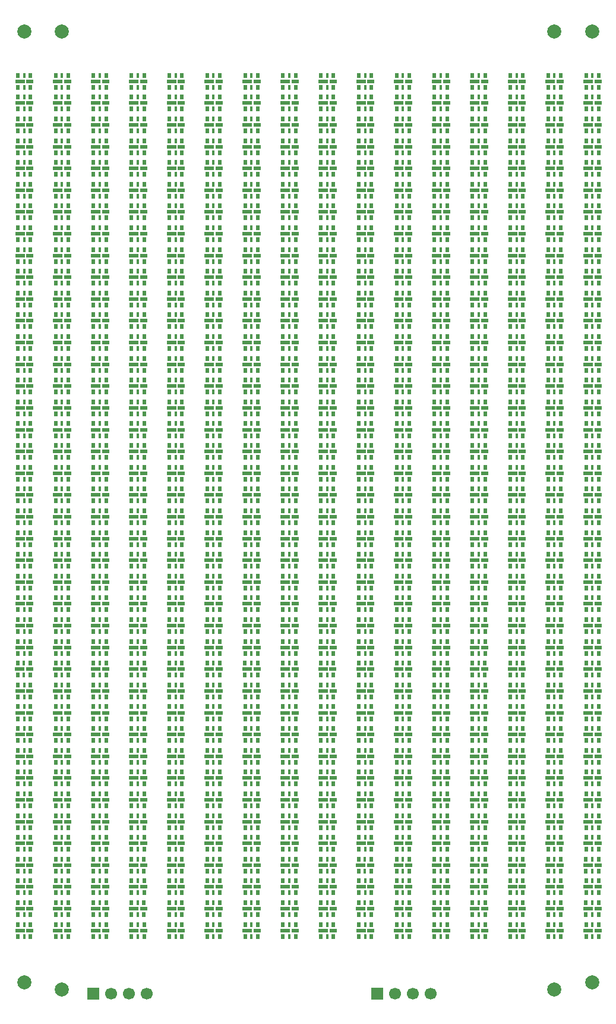
<source format=gbr>
%TF.GenerationSoftware,KiCad,Pcbnew,9.0.3*%
%TF.CreationDate,2025-08-08T13:36:56-04:00*%
%TF.ProjectId,flowstick_led_strip_panel,666c6f77-7374-4696-936b-5f6c65645f73,rev?*%
%TF.SameCoordinates,Original*%
%TF.FileFunction,Soldermask,Top*%
%TF.FilePolarity,Negative*%
%FSLAX46Y46*%
G04 Gerber Fmt 4.6, Leading zero omitted, Abs format (unit mm)*
G04 Created by KiCad (PCBNEW 9.0.3) date 2025-08-08 13:36:56*
%MOMM*%
%LPD*%
G01*
G04 APERTURE LIST*
%ADD10R,0.500000X0.800000*%
%ADD11R,1.000000X0.500000*%
%ADD12R,0.300000X0.800000*%
%ADD13R,1.480000X0.500000*%
%ADD14C,2.000000*%
%ADD15R,1.700000X1.700000*%
%ADD16C,1.700000*%
G04 APERTURE END LIST*
D10*
%TO.C,D78*%
X80600000Y-35450000D03*
D11*
X80530000Y-36300000D03*
D12*
X79700000Y-35450000D03*
D10*
X78800000Y-35450000D03*
X78800000Y-37150000D03*
D12*
X79700000Y-37150000D03*
D13*
X79110000Y-36300000D03*
D10*
X80600000Y-37150000D03*
%TD*%
%TO.C,D70*%
X113000000Y-60250000D03*
D11*
X112930000Y-61100000D03*
D12*
X112100000Y-60250000D03*
D10*
X111200000Y-60250000D03*
X111200000Y-61950000D03*
D12*
X112100000Y-61950000D03*
D13*
X111510000Y-61100000D03*
D10*
X113000000Y-61950000D03*
%TD*%
%TO.C,D21*%
X129200000Y-88150000D03*
D11*
X129130000Y-89000000D03*
D12*
X128300000Y-88150000D03*
D10*
X127400000Y-88150000D03*
X127400000Y-89850000D03*
D12*
X128300000Y-89850000D03*
D13*
X127710000Y-89000000D03*
D10*
X129200000Y-89850000D03*
%TD*%
%TO.C,D72*%
X91400000Y-54050000D03*
D11*
X91330000Y-54900000D03*
D12*
X90500000Y-54050000D03*
D10*
X89600000Y-54050000D03*
X89600000Y-55750000D03*
D12*
X90500000Y-55750000D03*
D13*
X89910000Y-54900000D03*
D10*
X91400000Y-55750000D03*
%TD*%
%TO.C,D40*%
X75200000Y-29250000D03*
D11*
X75130000Y-30100000D03*
D12*
X74300000Y-29250000D03*
D10*
X73400000Y-29250000D03*
X73400000Y-30950000D03*
D12*
X74300000Y-30950000D03*
D13*
X73710000Y-30100000D03*
D10*
X75200000Y-30950000D03*
%TD*%
%TO.C,D77*%
X123800000Y-38550000D03*
D11*
X123730000Y-39400000D03*
D12*
X122900000Y-38550000D03*
D10*
X122000000Y-38550000D03*
X122000000Y-40250000D03*
D12*
X122900000Y-40250000D03*
D13*
X122310000Y-39400000D03*
D10*
X123800000Y-40250000D03*
%TD*%
%TO.C,D26*%
X64400000Y-72650000D03*
D11*
X64330000Y-73500000D03*
D12*
X63500000Y-72650000D03*
D10*
X62600000Y-72650000D03*
X62600000Y-74350000D03*
D12*
X63500000Y-74350000D03*
D13*
X62910000Y-73500000D03*
D10*
X64400000Y-74350000D03*
%TD*%
%TO.C,D6*%
X86000000Y-134650000D03*
D11*
X85930000Y-135500000D03*
D12*
X85100000Y-134650000D03*
D10*
X84200000Y-134650000D03*
X84200000Y-136350000D03*
D12*
X85100000Y-136350000D03*
D13*
X84510000Y-135500000D03*
D10*
X86000000Y-136350000D03*
%TD*%
%TO.C,D79*%
X123800000Y-32350000D03*
D11*
X123730000Y-33200000D03*
D12*
X122900000Y-32350000D03*
D10*
X122000000Y-32350000D03*
X122000000Y-34050000D03*
D12*
X122900000Y-34050000D03*
D13*
X122310000Y-33200000D03*
D10*
X123800000Y-34050000D03*
%TD*%
%TO.C,D44*%
X134590000Y-140850000D03*
D11*
X134520000Y-141700000D03*
D12*
X133690000Y-140850000D03*
D10*
X132790000Y-140850000D03*
X132790000Y-142550000D03*
D12*
X133690000Y-142550000D03*
D13*
X133100000Y-141700000D03*
D10*
X134590000Y-142550000D03*
%TD*%
%TO.C,D62*%
X113000000Y-85050000D03*
D11*
X112930000Y-85900000D03*
D12*
X112100000Y-85050000D03*
D10*
X111200000Y-85050000D03*
X111200000Y-86750000D03*
D12*
X112100000Y-86750000D03*
D13*
X111510000Y-85900000D03*
D10*
X113000000Y-86750000D03*
%TD*%
%TO.C,D17*%
X75200000Y-100550000D03*
D11*
X75130000Y-101400000D03*
D12*
X74300000Y-100550000D03*
D10*
X73400000Y-100550000D03*
X73400000Y-102250000D03*
D12*
X74300000Y-102250000D03*
D13*
X73710000Y-101400000D03*
D10*
X75200000Y-102250000D03*
%TD*%
%TO.C,D68*%
X80600000Y-66450000D03*
D11*
X80530000Y-67300000D03*
D12*
X79700000Y-66450000D03*
D10*
X78800000Y-66450000D03*
X78800000Y-68150000D03*
D12*
X79700000Y-68150000D03*
D13*
X79110000Y-67300000D03*
D10*
X80600000Y-68150000D03*
%TD*%
%TO.C,D10*%
X118400000Y-122250000D03*
D11*
X118330000Y-123100000D03*
D12*
X117500000Y-122250000D03*
D10*
X116600000Y-122250000D03*
X116600000Y-123950000D03*
D12*
X117500000Y-123950000D03*
D13*
X116910000Y-123100000D03*
D10*
X118400000Y-123950000D03*
%TD*%
%TO.C,D23*%
X118400000Y-81950000D03*
D11*
X118330000Y-82800000D03*
D12*
X117500000Y-81950000D03*
D10*
X116600000Y-81950000D03*
X116600000Y-83650000D03*
D12*
X117500000Y-83650000D03*
D13*
X116910000Y-82800000D03*
D10*
X118400000Y-83650000D03*
%TD*%
%TO.C,D9*%
X75200000Y-125350000D03*
D11*
X75130000Y-126200000D03*
D12*
X74300000Y-125350000D03*
D10*
X73400000Y-125350000D03*
X73400000Y-127050000D03*
D12*
X74300000Y-127050000D03*
D13*
X73710000Y-126200000D03*
D10*
X75200000Y-127050000D03*
%TD*%
%TO.C,D28*%
X96800000Y-66450000D03*
D11*
X96730000Y-67300000D03*
D12*
X95900000Y-66450000D03*
D10*
X95000000Y-66450000D03*
X95000000Y-68150000D03*
D12*
X95900000Y-68150000D03*
D13*
X95310000Y-67300000D03*
D10*
X96800000Y-68150000D03*
%TD*%
%TO.C,D55*%
X80600000Y-106750000D03*
D11*
X80530000Y-107600000D03*
D12*
X79700000Y-106750000D03*
D10*
X78800000Y-106750000D03*
X78800000Y-108450000D03*
D12*
X79700000Y-108450000D03*
D13*
X79110000Y-107600000D03*
D10*
X80600000Y-108450000D03*
%TD*%
%TO.C,D51*%
X113000000Y-119150000D03*
D11*
X112930000Y-120000000D03*
D12*
X112100000Y-119150000D03*
D10*
X111200000Y-119150000D03*
X111200000Y-120850000D03*
D12*
X112100000Y-120850000D03*
D13*
X111510000Y-120000000D03*
D10*
X113000000Y-120850000D03*
%TD*%
%TO.C,D24*%
X75200000Y-78850000D03*
D11*
X75130000Y-79700000D03*
D12*
X74300000Y-78850000D03*
D10*
X73400000Y-78850000D03*
X73400000Y-80550000D03*
D12*
X74300000Y-80550000D03*
D13*
X73710000Y-79700000D03*
D10*
X75200000Y-80550000D03*
%TD*%
D14*
%TO.C,REF\u002A\u002A*%
X52700000Y-23000000D03*
%TD*%
D10*
%TO.C,D62*%
X134600000Y-85050000D03*
D11*
X134530000Y-85900000D03*
D12*
X133700000Y-85050000D03*
D10*
X132800000Y-85050000D03*
X132800000Y-86750000D03*
D12*
X133700000Y-86750000D03*
D13*
X133110000Y-85900000D03*
D10*
X134600000Y-86750000D03*
%TD*%
%TO.C,D10*%
X75200000Y-122250000D03*
D11*
X75130000Y-123100000D03*
D12*
X74300000Y-122250000D03*
D10*
X73400000Y-122250000D03*
X73400000Y-123950000D03*
D12*
X74300000Y-123950000D03*
D13*
X73710000Y-123100000D03*
D10*
X75200000Y-123950000D03*
%TD*%
%TO.C,D60*%
X134600000Y-91250000D03*
D11*
X134530000Y-92100000D03*
D12*
X133700000Y-91250000D03*
D10*
X132800000Y-91250000D03*
X132800000Y-92950000D03*
D12*
X133700000Y-92950000D03*
D13*
X133110000Y-92100000D03*
D10*
X134600000Y-92950000D03*
%TD*%
%TO.C,D47*%
X102200000Y-131550000D03*
D11*
X102130000Y-132400000D03*
D12*
X101300000Y-131550000D03*
D10*
X100400000Y-131550000D03*
X100400000Y-133250000D03*
D12*
X101300000Y-133250000D03*
D13*
X100710000Y-132400000D03*
D10*
X102200000Y-133250000D03*
%TD*%
%TO.C,D32*%
X53600000Y-54050000D03*
D11*
X53530000Y-54900000D03*
D12*
X52700000Y-54050000D03*
D10*
X51800000Y-54050000D03*
X51800000Y-55750000D03*
D12*
X52700000Y-55750000D03*
D13*
X52110000Y-54900000D03*
D10*
X53600000Y-55750000D03*
%TD*%
%TO.C,D52*%
X113000000Y-116050000D03*
D11*
X112930000Y-116900000D03*
D12*
X112100000Y-116050000D03*
D10*
X111200000Y-116050000D03*
X111200000Y-117750000D03*
D12*
X112100000Y-117750000D03*
D13*
X111510000Y-116900000D03*
D10*
X113000000Y-117750000D03*
%TD*%
%TO.C,D59*%
X69800000Y-94350000D03*
D11*
X69730000Y-95200000D03*
D12*
X68900000Y-94350000D03*
D10*
X68000000Y-94350000D03*
X68000000Y-96050000D03*
D12*
X68900000Y-96050000D03*
D13*
X68310000Y-95200000D03*
D10*
X69800000Y-96050000D03*
%TD*%
%TO.C,D31*%
X86000000Y-57150000D03*
D11*
X85930000Y-58000000D03*
D12*
X85100000Y-57150000D03*
D10*
X84200000Y-57150000D03*
X84200000Y-58850000D03*
D12*
X85100000Y-58850000D03*
D13*
X84510000Y-58000000D03*
D10*
X86000000Y-58850000D03*
%TD*%
%TO.C,D19*%
X53600000Y-94350000D03*
D11*
X53530000Y-95200000D03*
D12*
X52700000Y-94350000D03*
D10*
X51800000Y-94350000D03*
X51800000Y-96050000D03*
D12*
X52700000Y-96050000D03*
D13*
X52110000Y-95200000D03*
D10*
X53600000Y-96050000D03*
%TD*%
%TO.C,D25*%
X86000000Y-75750000D03*
D11*
X85930000Y-76600000D03*
D12*
X85100000Y-75750000D03*
D10*
X84200000Y-75750000D03*
X84200000Y-77450000D03*
D12*
X85100000Y-77450000D03*
D13*
X84510000Y-76600000D03*
D10*
X86000000Y-77450000D03*
%TD*%
%TO.C,D65*%
X113000000Y-75750000D03*
D11*
X112930000Y-76600000D03*
D12*
X112100000Y-75750000D03*
D10*
X111200000Y-75750000D03*
X111200000Y-77450000D03*
D12*
X112100000Y-77450000D03*
D13*
X111510000Y-76600000D03*
D10*
X113000000Y-77450000D03*
%TD*%
%TO.C,D30*%
X96800000Y-60250000D03*
D11*
X96730000Y-61100000D03*
D12*
X95900000Y-60250000D03*
D10*
X95000000Y-60250000D03*
X95000000Y-61950000D03*
D12*
X95900000Y-61950000D03*
D13*
X95310000Y-61100000D03*
D10*
X96800000Y-61950000D03*
%TD*%
%TO.C,D37*%
X86000000Y-38550000D03*
D11*
X85930000Y-39400000D03*
D12*
X85100000Y-38550000D03*
D10*
X84200000Y-38550000D03*
X84200000Y-40250000D03*
D12*
X85100000Y-40250000D03*
D13*
X84510000Y-39400000D03*
D10*
X86000000Y-40250000D03*
%TD*%
%TO.C,D35*%
X118400000Y-44750000D03*
D11*
X118330000Y-45600000D03*
D12*
X117500000Y-44750000D03*
D10*
X116600000Y-44750000D03*
X116600000Y-46450000D03*
D12*
X117500000Y-46450000D03*
D13*
X116910000Y-45600000D03*
D10*
X118400000Y-46450000D03*
%TD*%
%TO.C,D44*%
X91390000Y-140850000D03*
D11*
X91320000Y-141700000D03*
D12*
X90490000Y-140850000D03*
D10*
X89590000Y-140850000D03*
X89590000Y-142550000D03*
D12*
X90490000Y-142550000D03*
D13*
X89900000Y-141700000D03*
D10*
X91390000Y-142550000D03*
%TD*%
%TO.C,D57*%
X113000000Y-100550000D03*
D11*
X112930000Y-101400000D03*
D12*
X112100000Y-100550000D03*
D10*
X111200000Y-100550000D03*
X111200000Y-102250000D03*
D12*
X112100000Y-102250000D03*
D13*
X111510000Y-101400000D03*
D10*
X113000000Y-102250000D03*
%TD*%
%TO.C,D26*%
X107600000Y-72650000D03*
D11*
X107530000Y-73500000D03*
D12*
X106700000Y-72650000D03*
D10*
X105800000Y-72650000D03*
X105800000Y-74350000D03*
D12*
X106700000Y-74350000D03*
D13*
X106110000Y-73500000D03*
D10*
X107600000Y-74350000D03*
%TD*%
%TO.C,D34*%
X53600000Y-47850000D03*
D11*
X53530000Y-48700000D03*
D12*
X52700000Y-47850000D03*
D10*
X51800000Y-47850000D03*
X51800000Y-49550000D03*
D12*
X52700000Y-49550000D03*
D13*
X52110000Y-48700000D03*
D10*
X53600000Y-49550000D03*
%TD*%
%TO.C,D80*%
X59000000Y-29250000D03*
D11*
X58930000Y-30100000D03*
D12*
X58100000Y-29250000D03*
D10*
X57200000Y-29250000D03*
X57200000Y-30950000D03*
D12*
X58100000Y-30950000D03*
D13*
X57510000Y-30100000D03*
D10*
X59000000Y-30950000D03*
%TD*%
%TO.C,D14*%
X96800000Y-109850000D03*
D11*
X96730000Y-110700000D03*
D12*
X95900000Y-109850000D03*
D10*
X95000000Y-109850000D03*
X95000000Y-111550000D03*
D12*
X95900000Y-111550000D03*
D13*
X95310000Y-110700000D03*
D10*
X96800000Y-111550000D03*
%TD*%
%TO.C,D63*%
X59000000Y-81950000D03*
D11*
X58930000Y-82800000D03*
D12*
X58100000Y-81950000D03*
D10*
X57200000Y-81950000D03*
X57200000Y-83650000D03*
D12*
X58100000Y-83650000D03*
D13*
X57510000Y-82800000D03*
D10*
X59000000Y-83650000D03*
%TD*%
%TO.C,D80*%
X80600000Y-29250000D03*
D11*
X80530000Y-30100000D03*
D12*
X79700000Y-29250000D03*
D10*
X78800000Y-29250000D03*
X78800000Y-30950000D03*
D12*
X79700000Y-30950000D03*
D13*
X79110000Y-30100000D03*
D10*
X80600000Y-30950000D03*
%TD*%
%TO.C,D31*%
X107600000Y-57150000D03*
D11*
X107530000Y-58000000D03*
D12*
X106700000Y-57150000D03*
D10*
X105800000Y-57150000D03*
X105800000Y-58850000D03*
D12*
X106700000Y-58850000D03*
D13*
X106110000Y-58000000D03*
D10*
X107600000Y-58850000D03*
%TD*%
%TO.C,D65*%
X80600000Y-75750000D03*
D11*
X80530000Y-76600000D03*
D12*
X79700000Y-75750000D03*
D10*
X78800000Y-75750000D03*
X78800000Y-77450000D03*
D12*
X79700000Y-77450000D03*
D13*
X79110000Y-76600000D03*
D10*
X80600000Y-77450000D03*
%TD*%
%TO.C,D45*%
X59000000Y-137750000D03*
D11*
X58930000Y-138600000D03*
D12*
X58100000Y-137750000D03*
D10*
X57200000Y-137750000D03*
X57200000Y-139450000D03*
D12*
X58100000Y-139450000D03*
D13*
X57510000Y-138600000D03*
D10*
X59000000Y-139450000D03*
%TD*%
D14*
%TO.C,REF\u002A\u002A*%
X58100000Y-23000000D03*
%TD*%
D10*
%TO.C,D37*%
X64400000Y-38550000D03*
D11*
X64330000Y-39400000D03*
D12*
X63500000Y-38550000D03*
D10*
X62600000Y-38550000D03*
X62600000Y-40250000D03*
D12*
X63500000Y-40250000D03*
D13*
X62910000Y-39400000D03*
D10*
X64400000Y-40250000D03*
%TD*%
%TO.C,D62*%
X80600000Y-85050000D03*
D11*
X80530000Y-85900000D03*
D12*
X79700000Y-85050000D03*
D10*
X78800000Y-85050000D03*
X78800000Y-86750000D03*
D12*
X79700000Y-86750000D03*
D13*
X79110000Y-85900000D03*
D10*
X80600000Y-86750000D03*
%TD*%
%TO.C,D29*%
X118400000Y-63350000D03*
D11*
X118330000Y-64200000D03*
D12*
X117500000Y-63350000D03*
D10*
X116600000Y-63350000D03*
X116600000Y-65050000D03*
D12*
X117500000Y-65050000D03*
D13*
X116910000Y-64200000D03*
D10*
X118400000Y-65050000D03*
%TD*%
%TO.C,D31*%
X53600000Y-57150000D03*
D11*
X53530000Y-58000000D03*
D12*
X52700000Y-57150000D03*
D10*
X51800000Y-57150000D03*
X51800000Y-58850000D03*
D12*
X52700000Y-58850000D03*
D13*
X52110000Y-58000000D03*
D10*
X53600000Y-58850000D03*
%TD*%
%TO.C,D42*%
X58990000Y-147050000D03*
D11*
X58920000Y-147900000D03*
D12*
X58090000Y-147050000D03*
D10*
X57190000Y-147050000D03*
X57190000Y-148750000D03*
D12*
X58090000Y-148750000D03*
D13*
X57500000Y-147900000D03*
D10*
X58990000Y-148750000D03*
%TD*%
%TO.C,D66*%
X113000000Y-72650000D03*
D11*
X112930000Y-73500000D03*
D12*
X112100000Y-72650000D03*
D10*
X111200000Y-72650000D03*
X111200000Y-74350000D03*
D12*
X112100000Y-74350000D03*
D13*
X111510000Y-73500000D03*
D10*
X113000000Y-74350000D03*
%TD*%
%TO.C,D25*%
X53600000Y-75750000D03*
D11*
X53530000Y-76600000D03*
D12*
X52700000Y-75750000D03*
D10*
X51800000Y-75750000D03*
X51800000Y-77450000D03*
D12*
X52700000Y-77450000D03*
D13*
X52110000Y-76600000D03*
D10*
X53600000Y-77450000D03*
%TD*%
%TO.C,D24*%
X129200000Y-78850000D03*
D11*
X129130000Y-79700000D03*
D12*
X128300000Y-78850000D03*
D10*
X127400000Y-78850000D03*
X127400000Y-80550000D03*
D12*
X128300000Y-80550000D03*
D13*
X127710000Y-79700000D03*
D10*
X129200000Y-80550000D03*
%TD*%
%TO.C,D80*%
X102200000Y-29250000D03*
D11*
X102130000Y-30100000D03*
D12*
X101300000Y-29250000D03*
D10*
X100400000Y-29250000D03*
X100400000Y-30950000D03*
D12*
X101300000Y-30950000D03*
D13*
X100710000Y-30100000D03*
D10*
X102200000Y-30950000D03*
%TD*%
%TO.C,D5*%
X86000000Y-137750000D03*
D11*
X85930000Y-138600000D03*
D12*
X85100000Y-137750000D03*
D10*
X84200000Y-137750000D03*
X84200000Y-139450000D03*
D12*
X85100000Y-139450000D03*
D13*
X84510000Y-138600000D03*
D10*
X86000000Y-139450000D03*
%TD*%
%TO.C,D53*%
X69800000Y-112950000D03*
D11*
X69730000Y-113800000D03*
D12*
X68900000Y-112950000D03*
D10*
X68000000Y-112950000D03*
X68000000Y-114650000D03*
D12*
X68900000Y-114650000D03*
D13*
X68310000Y-113800000D03*
D10*
X69800000Y-114650000D03*
%TD*%
%TO.C,D19*%
X96800000Y-94350000D03*
D11*
X96730000Y-95200000D03*
D12*
X95900000Y-94350000D03*
D10*
X95000000Y-94350000D03*
X95000000Y-96050000D03*
D12*
X95900000Y-96050000D03*
D13*
X95310000Y-95200000D03*
D10*
X96800000Y-96050000D03*
%TD*%
%TO.C,D38*%
X86000000Y-35450000D03*
D11*
X85930000Y-36300000D03*
D12*
X85100000Y-35450000D03*
D10*
X84200000Y-35450000D03*
X84200000Y-37150000D03*
D12*
X85100000Y-37150000D03*
D13*
X84510000Y-36300000D03*
D10*
X86000000Y-37150000D03*
%TD*%
%TO.C,D34*%
X64400000Y-47850000D03*
D11*
X64330000Y-48700000D03*
D12*
X63500000Y-47850000D03*
D10*
X62600000Y-47850000D03*
X62600000Y-49550000D03*
D12*
X63500000Y-49550000D03*
D13*
X62910000Y-48700000D03*
D10*
X64400000Y-49550000D03*
%TD*%
%TO.C,D65*%
X134600000Y-75750000D03*
D11*
X134530000Y-76600000D03*
D12*
X133700000Y-75750000D03*
D10*
X132800000Y-75750000D03*
X132800000Y-77450000D03*
D12*
X133700000Y-77450000D03*
D13*
X133110000Y-76600000D03*
D10*
X134600000Y-77450000D03*
%TD*%
%TO.C,D39*%
X129200000Y-32350000D03*
D11*
X129130000Y-33200000D03*
D12*
X128300000Y-32350000D03*
D10*
X127400000Y-32350000D03*
X127400000Y-34050000D03*
D12*
X128300000Y-34050000D03*
D13*
X127710000Y-33200000D03*
D10*
X129200000Y-34050000D03*
%TD*%
%TO.C,D64*%
X123800000Y-78850000D03*
D11*
X123730000Y-79700000D03*
D12*
X122900000Y-78850000D03*
D10*
X122000000Y-78850000D03*
X122000000Y-80550000D03*
D12*
X122900000Y-80550000D03*
D13*
X122310000Y-79700000D03*
D10*
X123800000Y-80550000D03*
%TD*%
%TO.C,D66*%
X80600000Y-72650000D03*
D11*
X80530000Y-73500000D03*
D12*
X79700000Y-72650000D03*
D10*
X78800000Y-72650000D03*
X78800000Y-74350000D03*
D12*
X79700000Y-74350000D03*
D13*
X79110000Y-73500000D03*
D10*
X80600000Y-74350000D03*
%TD*%
%TO.C,D26*%
X118400000Y-72650000D03*
D11*
X118330000Y-73500000D03*
D12*
X117500000Y-72650000D03*
D10*
X116600000Y-72650000D03*
X116600000Y-74350000D03*
D12*
X117500000Y-74350000D03*
D13*
X116910000Y-73500000D03*
D10*
X118400000Y-74350000D03*
%TD*%
%TO.C,D7*%
X64400000Y-131550000D03*
D11*
X64330000Y-132400000D03*
D12*
X63500000Y-131550000D03*
D10*
X62600000Y-131550000D03*
X62600000Y-133250000D03*
D12*
X63500000Y-133250000D03*
D13*
X62910000Y-132400000D03*
D10*
X64400000Y-133250000D03*
%TD*%
%TO.C,D72*%
X102200000Y-54050000D03*
D11*
X102130000Y-54900000D03*
D12*
X101300000Y-54050000D03*
D10*
X100400000Y-54050000D03*
X100400000Y-55750000D03*
D12*
X101300000Y-55750000D03*
D13*
X100710000Y-54900000D03*
D10*
X102200000Y-55750000D03*
%TD*%
%TO.C,D35*%
X129200000Y-44750000D03*
D11*
X129130000Y-45600000D03*
D12*
X128300000Y-44750000D03*
D10*
X127400000Y-44750000D03*
X127400000Y-46450000D03*
D12*
X128300000Y-46450000D03*
D13*
X127710000Y-45600000D03*
D10*
X129200000Y-46450000D03*
%TD*%
%TO.C,D21*%
X118400000Y-88150000D03*
D11*
X118330000Y-89000000D03*
D12*
X117500000Y-88150000D03*
D10*
X116600000Y-88150000D03*
X116600000Y-89850000D03*
D12*
X117500000Y-89850000D03*
D13*
X116910000Y-89000000D03*
D10*
X118400000Y-89850000D03*
%TD*%
%TO.C,D26*%
X75200000Y-72650000D03*
D11*
X75130000Y-73500000D03*
D12*
X74300000Y-72650000D03*
D10*
X73400000Y-72650000D03*
X73400000Y-74350000D03*
D12*
X74300000Y-74350000D03*
D13*
X73710000Y-73500000D03*
D10*
X75200000Y-74350000D03*
%TD*%
%TO.C,D4*%
X75200000Y-140850000D03*
D11*
X75130000Y-141700000D03*
D12*
X74300000Y-140850000D03*
D10*
X73400000Y-140850000D03*
X73400000Y-142550000D03*
D12*
X74300000Y-142550000D03*
D13*
X73710000Y-141700000D03*
D10*
X75200000Y-142550000D03*
%TD*%
%TO.C,D54*%
X123800000Y-109850000D03*
D11*
X123730000Y-110700000D03*
D12*
X122900000Y-109850000D03*
D10*
X122000000Y-109850000D03*
X122000000Y-111550000D03*
D12*
X122900000Y-111550000D03*
D13*
X122310000Y-110700000D03*
D10*
X123800000Y-111550000D03*
%TD*%
%TO.C,D55*%
X91400000Y-106750000D03*
D11*
X91330000Y-107600000D03*
D12*
X90500000Y-106750000D03*
D10*
X89600000Y-106750000D03*
X89600000Y-108450000D03*
D12*
X90500000Y-108450000D03*
D13*
X89910000Y-107600000D03*
D10*
X91400000Y-108450000D03*
%TD*%
%TO.C,D42*%
X80590000Y-147050000D03*
D11*
X80520000Y-147900000D03*
D12*
X79690000Y-147050000D03*
D10*
X78790000Y-147050000D03*
X78790000Y-148750000D03*
D12*
X79690000Y-148750000D03*
D13*
X79100000Y-147900000D03*
D10*
X80590000Y-148750000D03*
%TD*%
%TO.C,D63*%
X113000000Y-81950000D03*
D11*
X112930000Y-82800000D03*
D12*
X112100000Y-81950000D03*
D10*
X111200000Y-81950000D03*
X111200000Y-83650000D03*
D12*
X112100000Y-83650000D03*
D13*
X111510000Y-82800000D03*
D10*
X113000000Y-83650000D03*
%TD*%
D14*
%TO.C,REF\u002A\u002A*%
X128300000Y-23000000D03*
%TD*%
D10*
%TO.C,D13*%
X96790000Y-112950000D03*
D11*
X96720000Y-113800000D03*
D12*
X95890000Y-112950000D03*
D10*
X94990000Y-112950000D03*
X94990000Y-114650000D03*
D12*
X95890000Y-114650000D03*
D13*
X95300000Y-113800000D03*
D10*
X96790000Y-114650000D03*
%TD*%
%TO.C,D18*%
X96800000Y-97450000D03*
D11*
X96730000Y-98300000D03*
D12*
X95900000Y-97450000D03*
D10*
X95000000Y-97450000D03*
X95000000Y-99150000D03*
D12*
X95900000Y-99150000D03*
D13*
X95310000Y-98300000D03*
D10*
X96800000Y-99150000D03*
%TD*%
%TO.C,D63*%
X123800000Y-81950000D03*
D11*
X123730000Y-82800000D03*
D12*
X122900000Y-81950000D03*
D10*
X122000000Y-81950000D03*
X122000000Y-83650000D03*
D12*
X122900000Y-83650000D03*
D13*
X122310000Y-82800000D03*
D10*
X123800000Y-83650000D03*
%TD*%
%TO.C,D51*%
X102200000Y-119150000D03*
D11*
X102130000Y-120000000D03*
D12*
X101300000Y-119150000D03*
D10*
X100400000Y-119150000D03*
X100400000Y-120850000D03*
D12*
X101300000Y-120850000D03*
D13*
X100710000Y-120000000D03*
D10*
X102200000Y-120850000D03*
%TD*%
%TO.C,D6*%
X53600000Y-134650000D03*
D11*
X53530000Y-135500000D03*
D12*
X52700000Y-134650000D03*
D10*
X51800000Y-134650000D03*
X51800000Y-136350000D03*
D12*
X52700000Y-136350000D03*
D13*
X52110000Y-135500000D03*
D10*
X53600000Y-136350000D03*
%TD*%
%TO.C,D41*%
X102200000Y-150150000D03*
D11*
X102130000Y-151000000D03*
D12*
X101300000Y-150150000D03*
D10*
X100400000Y-150150000D03*
X100400000Y-151850000D03*
D12*
X101300000Y-151850000D03*
D13*
X100710000Y-151000000D03*
D10*
X102200000Y-151850000D03*
%TD*%
%TO.C,D20*%
X96800000Y-91250000D03*
D11*
X96730000Y-92100000D03*
D12*
X95900000Y-91250000D03*
D10*
X95000000Y-91250000D03*
X95000000Y-92950000D03*
D12*
X95900000Y-92950000D03*
D13*
X95310000Y-92100000D03*
D10*
X96800000Y-92950000D03*
%TD*%
%TO.C,D74*%
X59000000Y-47850000D03*
D11*
X58930000Y-48700000D03*
D12*
X58100000Y-47850000D03*
D10*
X57200000Y-47850000D03*
X57200000Y-49550000D03*
D12*
X58100000Y-49550000D03*
D13*
X57510000Y-48700000D03*
D10*
X59000000Y-49550000D03*
%TD*%
%TO.C,D2*%
X129200000Y-147050000D03*
D11*
X129130000Y-147900000D03*
D12*
X128300000Y-147050000D03*
D10*
X127400000Y-147050000D03*
X127400000Y-148750000D03*
D12*
X128300000Y-148750000D03*
D13*
X127710000Y-147900000D03*
D10*
X129200000Y-148750000D03*
%TD*%
%TO.C,D75*%
X134600000Y-44750000D03*
D11*
X134530000Y-45600000D03*
D12*
X133700000Y-44750000D03*
D10*
X132800000Y-44750000D03*
X132800000Y-46450000D03*
D12*
X133700000Y-46450000D03*
D13*
X133110000Y-45600000D03*
D10*
X134600000Y-46450000D03*
%TD*%
%TO.C,D9*%
X53600000Y-125350000D03*
D11*
X53530000Y-126200000D03*
D12*
X52700000Y-125350000D03*
D10*
X51800000Y-125350000D03*
X51800000Y-127050000D03*
D12*
X52700000Y-127050000D03*
D13*
X52110000Y-126200000D03*
D10*
X53600000Y-127050000D03*
%TD*%
%TO.C,D33*%
X53600000Y-50950000D03*
D11*
X53530000Y-51800000D03*
D12*
X52700000Y-50950000D03*
D10*
X51800000Y-50950000D03*
X51800000Y-52650000D03*
D12*
X52700000Y-52650000D03*
D13*
X52110000Y-51800000D03*
D10*
X53600000Y-52650000D03*
%TD*%
%TO.C,D75*%
X113000000Y-44750000D03*
D11*
X112930000Y-45600000D03*
D12*
X112100000Y-44750000D03*
D10*
X111200000Y-44750000D03*
X111200000Y-46450000D03*
D12*
X112100000Y-46450000D03*
D13*
X111510000Y-45600000D03*
D10*
X113000000Y-46450000D03*
%TD*%
%TO.C,D44*%
X58990000Y-140850000D03*
D11*
X58920000Y-141700000D03*
D12*
X58090000Y-140850000D03*
D10*
X57190000Y-140850000D03*
X57190000Y-142550000D03*
D12*
X58090000Y-142550000D03*
D13*
X57500000Y-141700000D03*
D10*
X58990000Y-142550000D03*
%TD*%
%TO.C,D56*%
X102200000Y-103650000D03*
D11*
X102130000Y-104500000D03*
D12*
X101300000Y-103650000D03*
D10*
X100400000Y-103650000D03*
X100400000Y-105350000D03*
D12*
X101300000Y-105350000D03*
D13*
X100710000Y-104500000D03*
D10*
X102200000Y-105350000D03*
%TD*%
%TO.C,D62*%
X123800000Y-85050000D03*
D11*
X123730000Y-85900000D03*
D12*
X122900000Y-85050000D03*
D10*
X122000000Y-85050000D03*
X122000000Y-86750000D03*
D12*
X122900000Y-86750000D03*
D13*
X122310000Y-85900000D03*
D10*
X123800000Y-86750000D03*
%TD*%
%TO.C,D48*%
X69800000Y-128450000D03*
D11*
X69730000Y-129300000D03*
D12*
X68900000Y-128450000D03*
D10*
X68000000Y-128450000D03*
X68000000Y-130150000D03*
D12*
X68900000Y-130150000D03*
D13*
X68310000Y-129300000D03*
D10*
X69800000Y-130150000D03*
%TD*%
%TO.C,D8*%
X86000000Y-128450000D03*
D11*
X85930000Y-129300000D03*
D12*
X85100000Y-128450000D03*
D10*
X84200000Y-128450000D03*
X84200000Y-130150000D03*
D12*
X85100000Y-130150000D03*
D13*
X84510000Y-129300000D03*
D10*
X86000000Y-130150000D03*
%TD*%
%TO.C,D13*%
X64390000Y-112950000D03*
D11*
X64320000Y-113800000D03*
D12*
X63490000Y-112950000D03*
D10*
X62590000Y-112950000D03*
X62590000Y-114650000D03*
D12*
X63490000Y-114650000D03*
D13*
X62900000Y-113800000D03*
D10*
X64390000Y-114650000D03*
%TD*%
%TO.C,D22*%
X118400000Y-85050000D03*
D11*
X118330000Y-85900000D03*
D12*
X117500000Y-85050000D03*
D10*
X116600000Y-85050000D03*
X116600000Y-86750000D03*
D12*
X117500000Y-86750000D03*
D13*
X116910000Y-85900000D03*
D10*
X118400000Y-86750000D03*
%TD*%
%TO.C,D43*%
X134600000Y-143950000D03*
D11*
X134530000Y-144800000D03*
D12*
X133700000Y-143950000D03*
D10*
X132800000Y-143950000D03*
X132800000Y-145650000D03*
D12*
X133700000Y-145650000D03*
D13*
X133110000Y-144800000D03*
D10*
X134600000Y-145650000D03*
%TD*%
%TO.C,D16*%
X53600000Y-103650000D03*
D11*
X53530000Y-104500000D03*
D12*
X52700000Y-103650000D03*
D10*
X51800000Y-103650000D03*
X51800000Y-105350000D03*
D12*
X52700000Y-105350000D03*
D13*
X52110000Y-104500000D03*
D10*
X53600000Y-105350000D03*
%TD*%
%TO.C,D20*%
X86000000Y-91250000D03*
D11*
X85930000Y-92100000D03*
D12*
X85100000Y-91250000D03*
D10*
X84200000Y-91250000D03*
X84200000Y-92950000D03*
D12*
X85100000Y-92950000D03*
D13*
X84510000Y-92100000D03*
D10*
X86000000Y-92950000D03*
%TD*%
%TO.C,D18*%
X86000000Y-97450000D03*
D11*
X85930000Y-98300000D03*
D12*
X85100000Y-97450000D03*
D10*
X84200000Y-97450000D03*
X84200000Y-99150000D03*
D12*
X85100000Y-99150000D03*
D13*
X84510000Y-98300000D03*
D10*
X86000000Y-99150000D03*
%TD*%
%TO.C,D38*%
X107600000Y-35450000D03*
D11*
X107530000Y-36300000D03*
D12*
X106700000Y-35450000D03*
D10*
X105800000Y-35450000D03*
X105800000Y-37150000D03*
D12*
X106700000Y-37150000D03*
D13*
X106110000Y-36300000D03*
D10*
X107600000Y-37150000D03*
%TD*%
%TO.C,D43*%
X123800000Y-143950000D03*
D11*
X123730000Y-144800000D03*
D12*
X122900000Y-143950000D03*
D10*
X122000000Y-143950000D03*
X122000000Y-145650000D03*
D12*
X122900000Y-145650000D03*
D13*
X122310000Y-144800000D03*
D10*
X123800000Y-145650000D03*
%TD*%
%TO.C,D60*%
X113000000Y-91250000D03*
D11*
X112930000Y-92100000D03*
D12*
X112100000Y-91250000D03*
D10*
X111200000Y-91250000D03*
X111200000Y-92950000D03*
D12*
X112100000Y-92950000D03*
D13*
X111510000Y-92100000D03*
D10*
X113000000Y-92950000D03*
%TD*%
%TO.C,D44*%
X123790000Y-140850000D03*
D11*
X123720000Y-141700000D03*
D12*
X122890000Y-140850000D03*
D10*
X121990000Y-140850000D03*
X121990000Y-142550000D03*
D12*
X122890000Y-142550000D03*
D13*
X122300000Y-141700000D03*
D10*
X123790000Y-142550000D03*
%TD*%
%TO.C,D71*%
X123800000Y-57150000D03*
D11*
X123730000Y-58000000D03*
D12*
X122900000Y-57150000D03*
D10*
X122000000Y-57150000D03*
X122000000Y-58850000D03*
D12*
X122900000Y-58850000D03*
D13*
X122310000Y-58000000D03*
D10*
X123800000Y-58850000D03*
%TD*%
%TO.C,D61*%
X59000000Y-88150000D03*
D11*
X58930000Y-89000000D03*
D12*
X58100000Y-88150000D03*
D10*
X57200000Y-88150000D03*
X57200000Y-89850000D03*
D12*
X58100000Y-89850000D03*
D13*
X57510000Y-89000000D03*
D10*
X59000000Y-89850000D03*
%TD*%
%TO.C,D32*%
X96800000Y-54050000D03*
D11*
X96730000Y-54900000D03*
D12*
X95900000Y-54050000D03*
D10*
X95000000Y-54050000D03*
X95000000Y-55750000D03*
D12*
X95900000Y-55750000D03*
D13*
X95310000Y-54900000D03*
D10*
X96800000Y-55750000D03*
%TD*%
%TO.C,D55*%
X113000000Y-106750000D03*
D11*
X112930000Y-107600000D03*
D12*
X112100000Y-106750000D03*
D10*
X111200000Y-106750000D03*
X111200000Y-108450000D03*
D12*
X112100000Y-108450000D03*
D13*
X111510000Y-107600000D03*
D10*
X113000000Y-108450000D03*
%TD*%
%TO.C,D30*%
X129200000Y-60250000D03*
D11*
X129130000Y-61100000D03*
D12*
X128300000Y-60250000D03*
D10*
X127400000Y-60250000D03*
X127400000Y-61950000D03*
D12*
X128300000Y-61950000D03*
D13*
X127710000Y-61100000D03*
D10*
X129200000Y-61950000D03*
%TD*%
%TO.C,D36*%
X118400000Y-41650000D03*
D11*
X118330000Y-42500000D03*
D12*
X117500000Y-41650000D03*
D10*
X116600000Y-41650000D03*
X116600000Y-43350000D03*
D12*
X117500000Y-43350000D03*
D13*
X116910000Y-42500000D03*
D10*
X118400000Y-43350000D03*
%TD*%
%TO.C,D41*%
X91400000Y-150150000D03*
D11*
X91330000Y-151000000D03*
D12*
X90500000Y-150150000D03*
D10*
X89600000Y-150150000D03*
X89600000Y-151850000D03*
D12*
X90500000Y-151850000D03*
D13*
X89910000Y-151000000D03*
D10*
X91400000Y-151850000D03*
%TD*%
%TO.C,D3*%
X64400000Y-143950000D03*
D11*
X64330000Y-144800000D03*
D12*
X63500000Y-143950000D03*
D10*
X62600000Y-143950000D03*
X62600000Y-145650000D03*
D12*
X63500000Y-145650000D03*
D13*
X62910000Y-144800000D03*
D10*
X64400000Y-145650000D03*
%TD*%
%TO.C,D68*%
X59000000Y-66450000D03*
D11*
X58930000Y-67300000D03*
D12*
X58100000Y-66450000D03*
D10*
X57200000Y-66450000D03*
X57200000Y-68150000D03*
D12*
X58100000Y-68150000D03*
D13*
X57510000Y-67300000D03*
D10*
X59000000Y-68150000D03*
%TD*%
%TO.C,D80*%
X91400000Y-29250000D03*
D11*
X91330000Y-30100000D03*
D12*
X90500000Y-29250000D03*
D10*
X89600000Y-29250000D03*
X89600000Y-30950000D03*
D12*
X90500000Y-30950000D03*
D13*
X89910000Y-30100000D03*
D10*
X91400000Y-30950000D03*
%TD*%
%TO.C,D45*%
X80600000Y-137750000D03*
D11*
X80530000Y-138600000D03*
D12*
X79700000Y-137750000D03*
D10*
X78800000Y-137750000D03*
X78800000Y-139450000D03*
D12*
X79700000Y-139450000D03*
D13*
X79110000Y-138600000D03*
D10*
X80600000Y-139450000D03*
%TD*%
%TO.C,D40*%
X129200000Y-29250000D03*
D11*
X129130000Y-30100000D03*
D12*
X128300000Y-29250000D03*
D10*
X127400000Y-29250000D03*
X127400000Y-30950000D03*
D12*
X128300000Y-30950000D03*
D13*
X127710000Y-30100000D03*
D10*
X129200000Y-30950000D03*
%TD*%
%TO.C,D76*%
X102200000Y-41650000D03*
D11*
X102130000Y-42500000D03*
D12*
X101300000Y-41650000D03*
D10*
X100400000Y-41650000D03*
X100400000Y-43350000D03*
D12*
X101300000Y-43350000D03*
D13*
X100710000Y-42500000D03*
D10*
X102200000Y-43350000D03*
%TD*%
%TO.C,D36*%
X53600000Y-41650000D03*
D11*
X53530000Y-42500000D03*
D12*
X52700000Y-41650000D03*
D10*
X51800000Y-41650000D03*
X51800000Y-43350000D03*
D12*
X52700000Y-43350000D03*
D13*
X52110000Y-42500000D03*
D10*
X53600000Y-43350000D03*
%TD*%
%TO.C,D32*%
X86000000Y-54050000D03*
D11*
X85930000Y-54900000D03*
D12*
X85100000Y-54050000D03*
D10*
X84200000Y-54050000D03*
X84200000Y-55750000D03*
D12*
X85100000Y-55750000D03*
D13*
X84510000Y-54900000D03*
D10*
X86000000Y-55750000D03*
%TD*%
%TO.C,D76*%
X80600000Y-41650000D03*
D11*
X80530000Y-42500000D03*
D12*
X79700000Y-41650000D03*
D10*
X78800000Y-41650000D03*
X78800000Y-43350000D03*
D12*
X79700000Y-43350000D03*
D13*
X79110000Y-42500000D03*
D10*
X80600000Y-43350000D03*
%TD*%
%TO.C,D68*%
X69800000Y-66450000D03*
D11*
X69730000Y-67300000D03*
D12*
X68900000Y-66450000D03*
D10*
X68000000Y-66450000D03*
X68000000Y-68150000D03*
D12*
X68900000Y-68150000D03*
D13*
X68310000Y-67300000D03*
D10*
X69800000Y-68150000D03*
%TD*%
%TO.C,D64*%
X80600000Y-78850000D03*
D11*
X80530000Y-79700000D03*
D12*
X79700000Y-78850000D03*
D10*
X78800000Y-78850000D03*
X78800000Y-80550000D03*
D12*
X79700000Y-80550000D03*
D13*
X79110000Y-79700000D03*
D10*
X80600000Y-80550000D03*
%TD*%
%TO.C,D56*%
X59000000Y-103650000D03*
D11*
X58930000Y-104500000D03*
D12*
X58100000Y-103650000D03*
D10*
X57200000Y-103650000D03*
X57200000Y-105350000D03*
D12*
X58100000Y-105350000D03*
D13*
X57510000Y-104500000D03*
D10*
X59000000Y-105350000D03*
%TD*%
D14*
%TO.C,REF\u002A\u002A*%
X133700000Y-23000000D03*
%TD*%
D10*
%TO.C,D76*%
X59000000Y-41650000D03*
D11*
X58930000Y-42500000D03*
D12*
X58100000Y-41650000D03*
D10*
X57200000Y-41650000D03*
X57200000Y-43350000D03*
D12*
X58100000Y-43350000D03*
D13*
X57510000Y-42500000D03*
D10*
X59000000Y-43350000D03*
%TD*%
%TO.C,D18*%
X107600000Y-97450000D03*
D11*
X107530000Y-98300000D03*
D12*
X106700000Y-97450000D03*
D10*
X105800000Y-97450000D03*
X105800000Y-99150000D03*
D12*
X106700000Y-99150000D03*
D13*
X106110000Y-98300000D03*
D10*
X107600000Y-99150000D03*
%TD*%
%TO.C,D78*%
X91400000Y-35450000D03*
D11*
X91330000Y-36300000D03*
D12*
X90500000Y-35450000D03*
D10*
X89600000Y-35450000D03*
X89600000Y-37150000D03*
D12*
X90500000Y-37150000D03*
D13*
X89910000Y-36300000D03*
D10*
X91400000Y-37150000D03*
%TD*%
%TO.C,D53*%
X91400000Y-112950000D03*
D11*
X91330000Y-113800000D03*
D12*
X90500000Y-112950000D03*
D10*
X89600000Y-112950000D03*
X89600000Y-114650000D03*
D12*
X90500000Y-114650000D03*
D13*
X89910000Y-113800000D03*
D10*
X91400000Y-114650000D03*
%TD*%
%TO.C,D20*%
X53600000Y-91250000D03*
D11*
X53530000Y-92100000D03*
D12*
X52700000Y-91250000D03*
D10*
X51800000Y-91250000D03*
X51800000Y-92950000D03*
D12*
X52700000Y-92950000D03*
D13*
X52110000Y-92100000D03*
D10*
X53600000Y-92950000D03*
%TD*%
%TO.C,D80*%
X69800000Y-29250000D03*
D11*
X69730000Y-30100000D03*
D12*
X68900000Y-29250000D03*
D10*
X68000000Y-29250000D03*
X68000000Y-30950000D03*
D12*
X68900000Y-30950000D03*
D13*
X68310000Y-30100000D03*
D10*
X69800000Y-30950000D03*
%TD*%
%TO.C,D65*%
X69800000Y-75750000D03*
D11*
X69730000Y-76600000D03*
D12*
X68900000Y-75750000D03*
D10*
X68000000Y-75750000D03*
X68000000Y-77450000D03*
D12*
X68900000Y-77450000D03*
D13*
X68310000Y-76600000D03*
D10*
X69800000Y-77450000D03*
%TD*%
%TO.C,D44*%
X102190000Y-140850000D03*
D11*
X102120000Y-141700000D03*
D12*
X101290000Y-140850000D03*
D10*
X100390000Y-140850000D03*
X100390000Y-142550000D03*
D12*
X101290000Y-142550000D03*
D13*
X100700000Y-141700000D03*
D10*
X102190000Y-142550000D03*
%TD*%
%TO.C,D48*%
X91400000Y-128450000D03*
D11*
X91330000Y-129300000D03*
D12*
X90500000Y-128450000D03*
D10*
X89600000Y-128450000D03*
X89600000Y-130150000D03*
D12*
X90500000Y-130150000D03*
D13*
X89910000Y-129300000D03*
D10*
X91400000Y-130150000D03*
%TD*%
%TO.C,D1*%
X64400000Y-150150000D03*
D11*
X64330000Y-151000000D03*
D12*
X63500000Y-150150000D03*
D10*
X62600000Y-150150000D03*
X62600000Y-151850000D03*
D12*
X63500000Y-151850000D03*
D13*
X62910000Y-151000000D03*
D10*
X64400000Y-151850000D03*
%TD*%
%TO.C,D52*%
X123800000Y-116050000D03*
D11*
X123730000Y-116900000D03*
D12*
X122900000Y-116050000D03*
D10*
X122000000Y-116050000D03*
X122000000Y-117750000D03*
D12*
X122900000Y-117750000D03*
D13*
X122310000Y-116900000D03*
D10*
X123800000Y-117750000D03*
%TD*%
%TO.C,D13*%
X85990000Y-112950000D03*
D11*
X85920000Y-113800000D03*
D12*
X85090000Y-112950000D03*
D10*
X84190000Y-112950000D03*
X84190000Y-114650000D03*
D12*
X85090000Y-114650000D03*
D13*
X84500000Y-113800000D03*
D10*
X85990000Y-114650000D03*
%TD*%
%TO.C,D37*%
X118400000Y-38550000D03*
D11*
X118330000Y-39400000D03*
D12*
X117500000Y-38550000D03*
D10*
X116600000Y-38550000D03*
X116600000Y-40250000D03*
D12*
X117500000Y-40250000D03*
D13*
X116910000Y-39400000D03*
D10*
X118400000Y-40250000D03*
%TD*%
%TO.C,D50*%
X80600000Y-122250000D03*
D11*
X80530000Y-123100000D03*
D12*
X79700000Y-122250000D03*
D10*
X78800000Y-122250000D03*
X78800000Y-123950000D03*
D12*
X79700000Y-123950000D03*
D13*
X79110000Y-123100000D03*
D10*
X80600000Y-123950000D03*
%TD*%
%TO.C,D14*%
X75200000Y-109850000D03*
D11*
X75130000Y-110700000D03*
D12*
X74300000Y-109850000D03*
D10*
X73400000Y-109850000D03*
X73400000Y-111550000D03*
D12*
X74300000Y-111550000D03*
D13*
X73710000Y-110700000D03*
D10*
X75200000Y-111550000D03*
%TD*%
%TO.C,D39*%
X86000000Y-32350000D03*
D11*
X85930000Y-33200000D03*
D12*
X85100000Y-32350000D03*
D10*
X84200000Y-32350000D03*
X84200000Y-34050000D03*
D12*
X85100000Y-34050000D03*
D13*
X84510000Y-33200000D03*
D10*
X86000000Y-34050000D03*
%TD*%
%TO.C,D37*%
X75200000Y-38550000D03*
D11*
X75130000Y-39400000D03*
D12*
X74300000Y-38550000D03*
D10*
X73400000Y-38550000D03*
X73400000Y-40250000D03*
D12*
X74300000Y-40250000D03*
D13*
X73710000Y-39400000D03*
D10*
X75200000Y-40250000D03*
%TD*%
%TO.C,D6*%
X118400000Y-134650000D03*
D11*
X118330000Y-135500000D03*
D12*
X117500000Y-134650000D03*
D10*
X116600000Y-134650000D03*
X116600000Y-136350000D03*
D12*
X117500000Y-136350000D03*
D13*
X116910000Y-135500000D03*
D10*
X118400000Y-136350000D03*
%TD*%
%TO.C,D3*%
X53600000Y-143950000D03*
D11*
X53530000Y-144800000D03*
D12*
X52700000Y-143950000D03*
D10*
X51800000Y-143950000D03*
X51800000Y-145650000D03*
D12*
X52700000Y-145650000D03*
D13*
X52110000Y-144800000D03*
D10*
X53600000Y-145650000D03*
%TD*%
%TO.C,D19*%
X64400000Y-94350000D03*
D11*
X64330000Y-95200000D03*
D12*
X63500000Y-94350000D03*
D10*
X62600000Y-94350000D03*
X62600000Y-96050000D03*
D12*
X63500000Y-96050000D03*
D13*
X62910000Y-95200000D03*
D10*
X64400000Y-96050000D03*
%TD*%
%TO.C,D71*%
X80600000Y-57150000D03*
D11*
X80530000Y-58000000D03*
D12*
X79700000Y-57150000D03*
D10*
X78800000Y-57150000D03*
X78800000Y-58850000D03*
D12*
X79700000Y-58850000D03*
D13*
X79110000Y-58000000D03*
D10*
X80600000Y-58850000D03*
%TD*%
%TO.C,D14*%
X118400000Y-109850000D03*
D11*
X118330000Y-110700000D03*
D12*
X117500000Y-109850000D03*
D10*
X116600000Y-109850000D03*
X116600000Y-111550000D03*
D12*
X117500000Y-111550000D03*
D13*
X116910000Y-110700000D03*
D10*
X118400000Y-111550000D03*
%TD*%
%TO.C,D8*%
X118400000Y-128450000D03*
D11*
X118330000Y-129300000D03*
D12*
X117500000Y-128450000D03*
D10*
X116600000Y-128450000D03*
X116600000Y-130150000D03*
D12*
X117500000Y-130150000D03*
D13*
X116910000Y-129300000D03*
D10*
X118400000Y-130150000D03*
%TD*%
%TO.C,D76*%
X69800000Y-41650000D03*
D11*
X69730000Y-42500000D03*
D12*
X68900000Y-41650000D03*
D10*
X68000000Y-41650000D03*
X68000000Y-43350000D03*
D12*
X68900000Y-43350000D03*
D13*
X68310000Y-42500000D03*
D10*
X69800000Y-43350000D03*
%TD*%
%TO.C,D38*%
X129200000Y-35450000D03*
D11*
X129130000Y-36300000D03*
D12*
X128300000Y-35450000D03*
D10*
X127400000Y-35450000D03*
X127400000Y-37150000D03*
D12*
X128300000Y-37150000D03*
D13*
X127710000Y-36300000D03*
D10*
X129200000Y-37150000D03*
%TD*%
%TO.C,D7*%
X96800000Y-131550000D03*
D11*
X96730000Y-132400000D03*
D12*
X95900000Y-131550000D03*
D10*
X95000000Y-131550000D03*
X95000000Y-133250000D03*
D12*
X95900000Y-133250000D03*
D13*
X95310000Y-132400000D03*
D10*
X96800000Y-133250000D03*
%TD*%
%TO.C,D29*%
X53600000Y-63350000D03*
D11*
X53530000Y-64200000D03*
D12*
X52700000Y-63350000D03*
D10*
X51800000Y-63350000D03*
X51800000Y-65050000D03*
D12*
X52700000Y-65050000D03*
D13*
X52110000Y-64200000D03*
D10*
X53600000Y-65050000D03*
%TD*%
%TO.C,D52*%
X102200000Y-116050000D03*
D11*
X102130000Y-116900000D03*
D12*
X101300000Y-116050000D03*
D10*
X100400000Y-116050000D03*
X100400000Y-117750000D03*
D12*
X101300000Y-117750000D03*
D13*
X100710000Y-116900000D03*
D10*
X102200000Y-117750000D03*
%TD*%
%TO.C,D31*%
X96800000Y-57150000D03*
D11*
X96730000Y-58000000D03*
D12*
X95900000Y-57150000D03*
D10*
X95000000Y-57150000D03*
X95000000Y-58850000D03*
D12*
X95900000Y-58850000D03*
D13*
X95310000Y-58000000D03*
D10*
X96800000Y-58850000D03*
%TD*%
%TO.C,D5*%
X129200000Y-137750000D03*
D11*
X129130000Y-138600000D03*
D12*
X128300000Y-137750000D03*
D10*
X127400000Y-137750000D03*
X127400000Y-139450000D03*
D12*
X128300000Y-139450000D03*
D13*
X127710000Y-138600000D03*
D10*
X129200000Y-139450000D03*
%TD*%
%TO.C,D72*%
X123800000Y-54050000D03*
D11*
X123730000Y-54900000D03*
D12*
X122900000Y-54050000D03*
D10*
X122000000Y-54050000D03*
X122000000Y-55750000D03*
D12*
X122900000Y-55750000D03*
D13*
X122310000Y-54900000D03*
D10*
X123800000Y-55750000D03*
%TD*%
%TO.C,D47*%
X113000000Y-131550000D03*
D11*
X112930000Y-132400000D03*
D12*
X112100000Y-131550000D03*
D10*
X111200000Y-131550000D03*
X111200000Y-133250000D03*
D12*
X112100000Y-133250000D03*
D13*
X111510000Y-132400000D03*
D10*
X113000000Y-133250000D03*
%TD*%
%TO.C,D51*%
X80600000Y-119150000D03*
D11*
X80530000Y-120000000D03*
D12*
X79700000Y-119150000D03*
D10*
X78800000Y-119150000D03*
X78800000Y-120850000D03*
D12*
X79700000Y-120850000D03*
D13*
X79110000Y-120000000D03*
D10*
X80600000Y-120850000D03*
%TD*%
%TO.C,D40*%
X53600000Y-29250000D03*
D11*
X53530000Y-30100000D03*
D12*
X52700000Y-29250000D03*
D10*
X51800000Y-29250000D03*
X51800000Y-30950000D03*
D12*
X52700000Y-30950000D03*
D13*
X52110000Y-30100000D03*
D10*
X53600000Y-30950000D03*
%TD*%
%TO.C,D15*%
X64400000Y-106750000D03*
D11*
X64330000Y-107600000D03*
D12*
X63500000Y-106750000D03*
D10*
X62600000Y-106750000D03*
X62600000Y-108450000D03*
D12*
X63500000Y-108450000D03*
D13*
X62910000Y-107600000D03*
D10*
X64400000Y-108450000D03*
%TD*%
%TO.C,D4*%
X96800000Y-140850000D03*
D11*
X96730000Y-141700000D03*
D12*
X95900000Y-140850000D03*
D10*
X95000000Y-140850000D03*
X95000000Y-142550000D03*
D12*
X95900000Y-142550000D03*
D13*
X95310000Y-141700000D03*
D10*
X96800000Y-142550000D03*
%TD*%
%TO.C,D53*%
X102200000Y-112950000D03*
D11*
X102130000Y-113800000D03*
D12*
X101300000Y-112950000D03*
D10*
X100400000Y-112950000D03*
X100400000Y-114650000D03*
D12*
X101300000Y-114650000D03*
D13*
X100710000Y-113800000D03*
D10*
X102200000Y-114650000D03*
%TD*%
%TO.C,D17*%
X96800000Y-100550000D03*
D11*
X96730000Y-101400000D03*
D12*
X95900000Y-100550000D03*
D10*
X95000000Y-100550000D03*
X95000000Y-102250000D03*
D12*
X95900000Y-102250000D03*
D13*
X95310000Y-101400000D03*
D10*
X96800000Y-102250000D03*
%TD*%
%TO.C,D7*%
X118400000Y-131550000D03*
D11*
X118330000Y-132400000D03*
D12*
X117500000Y-131550000D03*
D10*
X116600000Y-131550000D03*
X116600000Y-133250000D03*
D12*
X117500000Y-133250000D03*
D13*
X116910000Y-132400000D03*
D10*
X118400000Y-133250000D03*
%TD*%
%TO.C,D77*%
X59000000Y-38550000D03*
D11*
X58930000Y-39400000D03*
D12*
X58100000Y-38550000D03*
D10*
X57200000Y-38550000D03*
X57200000Y-40250000D03*
D12*
X58100000Y-40250000D03*
D13*
X57510000Y-39400000D03*
D10*
X59000000Y-40250000D03*
%TD*%
%TO.C,D6*%
X96800000Y-134650000D03*
D11*
X96730000Y-135500000D03*
D12*
X95900000Y-134650000D03*
D10*
X95000000Y-134650000D03*
X95000000Y-136350000D03*
D12*
X95900000Y-136350000D03*
D13*
X95310000Y-135500000D03*
D10*
X96800000Y-136350000D03*
%TD*%
%TO.C,D61*%
X80600000Y-88150000D03*
D11*
X80530000Y-89000000D03*
D12*
X79700000Y-88150000D03*
D10*
X78800000Y-88150000D03*
X78800000Y-89850000D03*
D12*
X79700000Y-89850000D03*
D13*
X79110000Y-89000000D03*
D10*
X80600000Y-89850000D03*
%TD*%
%TO.C,D63*%
X134600000Y-81950000D03*
D11*
X134530000Y-82800000D03*
D12*
X133700000Y-81950000D03*
D10*
X132800000Y-81950000D03*
X132800000Y-83650000D03*
D12*
X133700000Y-83650000D03*
D13*
X133110000Y-82800000D03*
D10*
X134600000Y-83650000D03*
%TD*%
%TO.C,D78*%
X59000000Y-35450000D03*
D11*
X58930000Y-36300000D03*
D12*
X58100000Y-35450000D03*
D10*
X57200000Y-35450000D03*
X57200000Y-37150000D03*
D12*
X58100000Y-37150000D03*
D13*
X57510000Y-36300000D03*
D10*
X59000000Y-37150000D03*
%TD*%
%TO.C,D70*%
X123800000Y-60250000D03*
D11*
X123730000Y-61100000D03*
D12*
X122900000Y-60250000D03*
D10*
X122000000Y-60250000D03*
X122000000Y-61950000D03*
D12*
X122900000Y-61950000D03*
D13*
X122310000Y-61100000D03*
D10*
X123800000Y-61950000D03*
%TD*%
%TO.C,D29*%
X107600000Y-63350000D03*
D11*
X107530000Y-64200000D03*
D12*
X106700000Y-63350000D03*
D10*
X105800000Y-63350000D03*
X105800000Y-65050000D03*
D12*
X106700000Y-65050000D03*
D13*
X106110000Y-64200000D03*
D10*
X107600000Y-65050000D03*
%TD*%
%TO.C,D69*%
X113000000Y-63350000D03*
D11*
X112930000Y-64200000D03*
D12*
X112100000Y-63350000D03*
D10*
X111200000Y-63350000D03*
X111200000Y-65050000D03*
D12*
X112100000Y-65050000D03*
D13*
X111510000Y-64200000D03*
D10*
X113000000Y-65050000D03*
%TD*%
%TO.C,D67*%
X69800000Y-69550000D03*
D11*
X69730000Y-70400000D03*
D12*
X68900000Y-69550000D03*
D10*
X68000000Y-69550000D03*
X68000000Y-71250000D03*
D12*
X68900000Y-71250000D03*
D13*
X68310000Y-70400000D03*
D10*
X69800000Y-71250000D03*
%TD*%
%TO.C,D45*%
X134600000Y-137750000D03*
D11*
X134530000Y-138600000D03*
D12*
X133700000Y-137750000D03*
D10*
X132800000Y-137750000D03*
X132800000Y-139450000D03*
D12*
X133700000Y-139450000D03*
D13*
X133110000Y-138600000D03*
D10*
X134600000Y-139450000D03*
%TD*%
%TO.C,D57*%
X91400000Y-100550000D03*
D11*
X91330000Y-101400000D03*
D12*
X90500000Y-100550000D03*
D10*
X89600000Y-100550000D03*
X89600000Y-102250000D03*
D12*
X90500000Y-102250000D03*
D13*
X89910000Y-101400000D03*
D10*
X91400000Y-102250000D03*
%TD*%
%TO.C,D53*%
X123800000Y-112950000D03*
D11*
X123730000Y-113800000D03*
D12*
X122900000Y-112950000D03*
D10*
X122000000Y-112950000D03*
X122000000Y-114650000D03*
D12*
X122900000Y-114650000D03*
D13*
X122310000Y-113800000D03*
D10*
X123800000Y-114650000D03*
%TD*%
%TO.C,D72*%
X69800000Y-54050000D03*
D11*
X69730000Y-54900000D03*
D12*
X68900000Y-54050000D03*
D10*
X68000000Y-54050000D03*
X68000000Y-55750000D03*
D12*
X68900000Y-55750000D03*
D13*
X68310000Y-54900000D03*
D10*
X69800000Y-55750000D03*
%TD*%
%TO.C,D35*%
X96800000Y-44750000D03*
D11*
X96730000Y-45600000D03*
D12*
X95900000Y-44750000D03*
D10*
X95000000Y-44750000D03*
X95000000Y-46450000D03*
D12*
X95900000Y-46450000D03*
D13*
X95310000Y-45600000D03*
D10*
X96800000Y-46450000D03*
%TD*%
%TO.C,D71*%
X102200000Y-57150000D03*
D11*
X102130000Y-58000000D03*
D12*
X101300000Y-57150000D03*
D10*
X100400000Y-57150000D03*
X100400000Y-58850000D03*
D12*
X101300000Y-58850000D03*
D13*
X100710000Y-58000000D03*
D10*
X102200000Y-58850000D03*
%TD*%
%TO.C,D67*%
X113000000Y-69550000D03*
D11*
X112930000Y-70400000D03*
D12*
X112100000Y-69550000D03*
D10*
X111200000Y-69550000D03*
X111200000Y-71250000D03*
D12*
X112100000Y-71250000D03*
D13*
X111510000Y-70400000D03*
D10*
X113000000Y-71250000D03*
%TD*%
%TO.C,D54*%
X59000000Y-109850000D03*
D11*
X58930000Y-110700000D03*
D12*
X58100000Y-109850000D03*
D10*
X57200000Y-109850000D03*
X57200000Y-111550000D03*
D12*
X58100000Y-111550000D03*
D13*
X57510000Y-110700000D03*
D10*
X59000000Y-111550000D03*
%TD*%
%TO.C,D73*%
X91400000Y-50950000D03*
D11*
X91330000Y-51800000D03*
D12*
X90500000Y-50950000D03*
D10*
X89600000Y-50950000D03*
X89600000Y-52650000D03*
D12*
X90500000Y-52650000D03*
D13*
X89910000Y-51800000D03*
D10*
X91400000Y-52650000D03*
%TD*%
%TO.C,D49*%
X59000000Y-125350000D03*
D11*
X58930000Y-126200000D03*
D12*
X58100000Y-125350000D03*
D10*
X57200000Y-125350000D03*
X57200000Y-127050000D03*
D12*
X58100000Y-127050000D03*
D13*
X57510000Y-126200000D03*
D10*
X59000000Y-127050000D03*
%TD*%
%TO.C,D70*%
X134600000Y-60250000D03*
D11*
X134530000Y-61100000D03*
D12*
X133700000Y-60250000D03*
D10*
X132800000Y-60250000D03*
X132800000Y-61950000D03*
D12*
X133700000Y-61950000D03*
D13*
X133110000Y-61100000D03*
D10*
X134600000Y-61950000D03*
%TD*%
%TO.C,D28*%
X86000000Y-66450000D03*
D11*
X85930000Y-67300000D03*
D12*
X85100000Y-66450000D03*
D10*
X84200000Y-66450000D03*
X84200000Y-68150000D03*
D12*
X85100000Y-68150000D03*
D13*
X84510000Y-67300000D03*
D10*
X86000000Y-68150000D03*
%TD*%
%TO.C,D32*%
X64400000Y-54050000D03*
D11*
X64330000Y-54900000D03*
D12*
X63500000Y-54050000D03*
D10*
X62600000Y-54050000D03*
X62600000Y-55750000D03*
D12*
X63500000Y-55750000D03*
D13*
X62910000Y-54900000D03*
D10*
X64400000Y-55750000D03*
%TD*%
%TO.C,D32*%
X118400000Y-54050000D03*
D11*
X118330000Y-54900000D03*
D12*
X117500000Y-54050000D03*
D10*
X116600000Y-54050000D03*
X116600000Y-55750000D03*
D12*
X117500000Y-55750000D03*
D13*
X116910000Y-54900000D03*
D10*
X118400000Y-55750000D03*
%TD*%
%TO.C,D13*%
X118390000Y-112950000D03*
D11*
X118320000Y-113800000D03*
D12*
X117490000Y-112950000D03*
D10*
X116590000Y-112950000D03*
X116590000Y-114650000D03*
D12*
X117490000Y-114650000D03*
D13*
X116900000Y-113800000D03*
D10*
X118390000Y-114650000D03*
%TD*%
%TO.C,D73*%
X134600000Y-50950000D03*
D11*
X134530000Y-51800000D03*
D12*
X133700000Y-50950000D03*
D10*
X132800000Y-50950000D03*
X132800000Y-52650000D03*
D12*
X133700000Y-52650000D03*
D13*
X133110000Y-51800000D03*
D10*
X134600000Y-52650000D03*
%TD*%
%TO.C,D60*%
X69800000Y-91250000D03*
D11*
X69730000Y-92100000D03*
D12*
X68900000Y-91250000D03*
D10*
X68000000Y-91250000D03*
X68000000Y-92950000D03*
D12*
X68900000Y-92950000D03*
D13*
X68310000Y-92100000D03*
D10*
X69800000Y-92950000D03*
%TD*%
%TO.C,D52*%
X80600000Y-116050000D03*
D11*
X80530000Y-116900000D03*
D12*
X79700000Y-116050000D03*
D10*
X78800000Y-116050000D03*
X78800000Y-117750000D03*
D12*
X79700000Y-117750000D03*
D13*
X79110000Y-116900000D03*
D10*
X80600000Y-117750000D03*
%TD*%
%TO.C,D38*%
X64400000Y-35450000D03*
D11*
X64330000Y-36300000D03*
D12*
X63500000Y-35450000D03*
D10*
X62600000Y-35450000D03*
X62600000Y-37150000D03*
D12*
X63500000Y-37150000D03*
D13*
X62910000Y-36300000D03*
D10*
X64400000Y-37150000D03*
%TD*%
%TO.C,D49*%
X91400000Y-125350000D03*
D11*
X91330000Y-126200000D03*
D12*
X90500000Y-125350000D03*
D10*
X89600000Y-125350000D03*
X89600000Y-127050000D03*
D12*
X90500000Y-127050000D03*
D13*
X89910000Y-126200000D03*
D10*
X91400000Y-127050000D03*
%TD*%
%TO.C,D19*%
X107600000Y-94350000D03*
D11*
X107530000Y-95200000D03*
D12*
X106700000Y-94350000D03*
D10*
X105800000Y-94350000D03*
X105800000Y-96050000D03*
D12*
X106700000Y-96050000D03*
D13*
X106110000Y-95200000D03*
D10*
X107600000Y-96050000D03*
%TD*%
%TO.C,D33*%
X118400000Y-50950000D03*
D11*
X118330000Y-51800000D03*
D12*
X117500000Y-50950000D03*
D10*
X116600000Y-50950000D03*
X116600000Y-52650000D03*
D12*
X117500000Y-52650000D03*
D13*
X116910000Y-51800000D03*
D10*
X118400000Y-52650000D03*
%TD*%
%TO.C,D64*%
X59000000Y-78850000D03*
D11*
X58930000Y-79700000D03*
D12*
X58100000Y-78850000D03*
D10*
X57200000Y-78850000D03*
X57200000Y-80550000D03*
D12*
X58100000Y-80550000D03*
D13*
X57510000Y-79700000D03*
D10*
X59000000Y-80550000D03*
%TD*%
%TO.C,D60*%
X59000000Y-91250000D03*
D11*
X58930000Y-92100000D03*
D12*
X58100000Y-91250000D03*
D10*
X57200000Y-91250000D03*
X57200000Y-92950000D03*
D12*
X58100000Y-92950000D03*
D13*
X57510000Y-92100000D03*
D10*
X59000000Y-92950000D03*
%TD*%
%TO.C,D9*%
X107600000Y-125350000D03*
D11*
X107530000Y-126200000D03*
D12*
X106700000Y-125350000D03*
D10*
X105800000Y-125350000D03*
X105800000Y-127050000D03*
D12*
X106700000Y-127050000D03*
D13*
X106110000Y-126200000D03*
D10*
X107600000Y-127050000D03*
%TD*%
%TO.C,D49*%
X134600000Y-125350000D03*
D11*
X134530000Y-126200000D03*
D12*
X133700000Y-125350000D03*
D10*
X132800000Y-125350000D03*
X132800000Y-127050000D03*
D12*
X133700000Y-127050000D03*
D13*
X133110000Y-126200000D03*
D10*
X134600000Y-127050000D03*
%TD*%
%TO.C,D16*%
X86000000Y-103650000D03*
D11*
X85930000Y-104500000D03*
D12*
X85100000Y-103650000D03*
D10*
X84200000Y-103650000D03*
X84200000Y-105350000D03*
D12*
X85100000Y-105350000D03*
D13*
X84510000Y-104500000D03*
D10*
X86000000Y-105350000D03*
%TD*%
%TO.C,D11*%
X107600000Y-119150000D03*
D11*
X107530000Y-120000000D03*
D12*
X106700000Y-119150000D03*
D10*
X105800000Y-119150000D03*
X105800000Y-120850000D03*
D12*
X106700000Y-120850000D03*
D13*
X106110000Y-120000000D03*
D10*
X107600000Y-120850000D03*
%TD*%
%TO.C,D71*%
X134600000Y-57150000D03*
D11*
X134530000Y-58000000D03*
D12*
X133700000Y-57150000D03*
D10*
X132800000Y-57150000D03*
X132800000Y-58850000D03*
D12*
X133700000Y-58850000D03*
D13*
X133110000Y-58000000D03*
D10*
X134600000Y-58850000D03*
%TD*%
%TO.C,D51*%
X91400000Y-119150000D03*
D11*
X91330000Y-120000000D03*
D12*
X90500000Y-119150000D03*
D10*
X89600000Y-119150000D03*
X89600000Y-120850000D03*
D12*
X90500000Y-120850000D03*
D13*
X89910000Y-120000000D03*
D10*
X91400000Y-120850000D03*
%TD*%
%TO.C,D21*%
X64400000Y-88150000D03*
D11*
X64330000Y-89000000D03*
D12*
X63500000Y-88150000D03*
D10*
X62600000Y-88150000D03*
X62600000Y-89850000D03*
D12*
X63500000Y-89850000D03*
D13*
X62910000Y-89000000D03*
D10*
X64400000Y-89850000D03*
%TD*%
%TO.C,D69*%
X91400000Y-63350000D03*
D11*
X91330000Y-64200000D03*
D12*
X90500000Y-63350000D03*
D10*
X89600000Y-63350000D03*
X89600000Y-65050000D03*
D12*
X90500000Y-65050000D03*
D13*
X89910000Y-64200000D03*
D10*
X91400000Y-65050000D03*
%TD*%
%TO.C,D68*%
X91400000Y-66450000D03*
D11*
X91330000Y-67300000D03*
D12*
X90500000Y-66450000D03*
D10*
X89600000Y-66450000D03*
X89600000Y-68150000D03*
D12*
X90500000Y-68150000D03*
D13*
X89910000Y-67300000D03*
D10*
X91400000Y-68150000D03*
%TD*%
%TO.C,D69*%
X59000000Y-63350000D03*
D11*
X58930000Y-64200000D03*
D12*
X58100000Y-63350000D03*
D10*
X57200000Y-63350000D03*
X57200000Y-65050000D03*
D12*
X58100000Y-65050000D03*
D13*
X57510000Y-64200000D03*
D10*
X59000000Y-65050000D03*
%TD*%
%TO.C,D61*%
X69800000Y-88150000D03*
D11*
X69730000Y-89000000D03*
D12*
X68900000Y-88150000D03*
D10*
X68000000Y-88150000D03*
X68000000Y-89850000D03*
D12*
X68900000Y-89850000D03*
D13*
X68310000Y-89000000D03*
D10*
X69800000Y-89850000D03*
%TD*%
%TO.C,D59*%
X113000000Y-94350000D03*
D11*
X112930000Y-95200000D03*
D12*
X112100000Y-94350000D03*
D10*
X111200000Y-94350000D03*
X111200000Y-96050000D03*
D12*
X112100000Y-96050000D03*
D13*
X111510000Y-95200000D03*
D10*
X113000000Y-96050000D03*
%TD*%
%TO.C,D28*%
X53600000Y-66450000D03*
D11*
X53530000Y-67300000D03*
D12*
X52700000Y-66450000D03*
D10*
X51800000Y-66450000D03*
X51800000Y-68150000D03*
D12*
X52700000Y-68150000D03*
D13*
X52110000Y-67300000D03*
D10*
X53600000Y-68150000D03*
%TD*%
%TO.C,D25*%
X64400000Y-75750000D03*
D11*
X64330000Y-76600000D03*
D12*
X63500000Y-75750000D03*
D10*
X62600000Y-75750000D03*
X62600000Y-77450000D03*
D12*
X63500000Y-77450000D03*
D13*
X62910000Y-76600000D03*
D10*
X64400000Y-77450000D03*
%TD*%
%TO.C,D77*%
X102200000Y-38550000D03*
D11*
X102130000Y-39400000D03*
D12*
X101300000Y-38550000D03*
D10*
X100400000Y-38550000D03*
X100400000Y-40250000D03*
D12*
X101300000Y-40250000D03*
D13*
X100710000Y-39400000D03*
D10*
X102200000Y-40250000D03*
%TD*%
%TO.C,D39*%
X64400000Y-32350000D03*
D11*
X64330000Y-33200000D03*
D12*
X63500000Y-32350000D03*
D10*
X62600000Y-32350000D03*
X62600000Y-34050000D03*
D12*
X63500000Y-34050000D03*
D13*
X62910000Y-33200000D03*
D10*
X64400000Y-34050000D03*
%TD*%
%TO.C,D24*%
X86000000Y-78850000D03*
D11*
X85930000Y-79700000D03*
D12*
X85100000Y-78850000D03*
D10*
X84200000Y-78850000D03*
X84200000Y-80550000D03*
D12*
X85100000Y-80550000D03*
D13*
X84510000Y-79700000D03*
D10*
X86000000Y-80550000D03*
%TD*%
%TO.C,D42*%
X134590000Y-147050000D03*
D11*
X134520000Y-147900000D03*
D12*
X133690000Y-147050000D03*
D10*
X132790000Y-147050000D03*
X132790000Y-148750000D03*
D12*
X133690000Y-148750000D03*
D13*
X133100000Y-147900000D03*
D10*
X134590000Y-148750000D03*
%TD*%
%TO.C,D49*%
X123800000Y-125350000D03*
D11*
X123730000Y-126200000D03*
D12*
X122900000Y-125350000D03*
D10*
X122000000Y-125350000D03*
X122000000Y-127050000D03*
D12*
X122900000Y-127050000D03*
D13*
X122310000Y-126200000D03*
D10*
X123800000Y-127050000D03*
%TD*%
%TO.C,D24*%
X107600000Y-78850000D03*
D11*
X107530000Y-79700000D03*
D12*
X106700000Y-78850000D03*
D10*
X105800000Y-78850000D03*
X105800000Y-80550000D03*
D12*
X106700000Y-80550000D03*
D13*
X106110000Y-79700000D03*
D10*
X107600000Y-80550000D03*
%TD*%
%TO.C,D74*%
X123800000Y-47850000D03*
D11*
X123730000Y-48700000D03*
D12*
X122900000Y-47850000D03*
D10*
X122000000Y-47850000D03*
X122000000Y-49550000D03*
D12*
X122900000Y-49550000D03*
D13*
X122310000Y-48700000D03*
D10*
X123800000Y-49550000D03*
%TD*%
%TO.C,D33*%
X75200000Y-50950000D03*
D11*
X75130000Y-51800000D03*
D12*
X74300000Y-50950000D03*
D10*
X73400000Y-50950000D03*
X73400000Y-52650000D03*
D12*
X74300000Y-52650000D03*
D13*
X73710000Y-51800000D03*
D10*
X75200000Y-52650000D03*
%TD*%
%TO.C,D58*%
X102200000Y-97450000D03*
D11*
X102130000Y-98300000D03*
D12*
X101300000Y-97450000D03*
D10*
X100400000Y-97450000D03*
X100400000Y-99150000D03*
D12*
X101300000Y-99150000D03*
D13*
X100710000Y-98300000D03*
D10*
X102200000Y-99150000D03*
%TD*%
%TO.C,D54*%
X80600000Y-109850000D03*
D11*
X80530000Y-110700000D03*
D12*
X79700000Y-109850000D03*
D10*
X78800000Y-109850000D03*
X78800000Y-111550000D03*
D12*
X79700000Y-111550000D03*
D13*
X79110000Y-110700000D03*
D10*
X80600000Y-111550000D03*
%TD*%
%TO.C,D21*%
X107600000Y-88150000D03*
D11*
X107530000Y-89000000D03*
D12*
X106700000Y-88150000D03*
D10*
X105800000Y-88150000D03*
X105800000Y-89850000D03*
D12*
X106700000Y-89850000D03*
D13*
X106110000Y-89000000D03*
D10*
X107600000Y-89850000D03*
%TD*%
%TO.C,D1*%
X96800000Y-150150000D03*
D11*
X96730000Y-151000000D03*
D12*
X95900000Y-150150000D03*
D10*
X95000000Y-150150000D03*
X95000000Y-151850000D03*
D12*
X95900000Y-151850000D03*
D13*
X95310000Y-151000000D03*
D10*
X96800000Y-151850000D03*
%TD*%
%TO.C,D67*%
X80600000Y-69550000D03*
D11*
X80530000Y-70400000D03*
D12*
X79700000Y-69550000D03*
D10*
X78800000Y-69550000D03*
X78800000Y-71250000D03*
D12*
X79700000Y-71250000D03*
D13*
X79110000Y-70400000D03*
D10*
X80600000Y-71250000D03*
%TD*%
%TO.C,D55*%
X102200000Y-106750000D03*
D11*
X102130000Y-107600000D03*
D12*
X101300000Y-106750000D03*
D10*
X100400000Y-106750000D03*
X100400000Y-108450000D03*
D12*
X101300000Y-108450000D03*
D13*
X100710000Y-107600000D03*
D10*
X102200000Y-108450000D03*
%TD*%
%TO.C,D45*%
X123800000Y-137750000D03*
D11*
X123730000Y-138600000D03*
D12*
X122900000Y-137750000D03*
D10*
X122000000Y-137750000D03*
X122000000Y-139450000D03*
D12*
X122900000Y-139450000D03*
D13*
X122310000Y-138600000D03*
D10*
X123800000Y-139450000D03*
%TD*%
%TO.C,D63*%
X69800000Y-81950000D03*
D11*
X69730000Y-82800000D03*
D12*
X68900000Y-81950000D03*
D10*
X68000000Y-81950000D03*
X68000000Y-83650000D03*
D12*
X68900000Y-83650000D03*
D13*
X68310000Y-82800000D03*
D10*
X69800000Y-83650000D03*
%TD*%
%TO.C,D17*%
X118400000Y-100550000D03*
D11*
X118330000Y-101400000D03*
D12*
X117500000Y-100550000D03*
D10*
X116600000Y-100550000D03*
X116600000Y-102250000D03*
D12*
X117500000Y-102250000D03*
D13*
X116910000Y-101400000D03*
D10*
X118400000Y-102250000D03*
%TD*%
%TO.C,D11*%
X64400000Y-119150000D03*
D11*
X64330000Y-120000000D03*
D12*
X63500000Y-119150000D03*
D10*
X62600000Y-119150000D03*
X62600000Y-120850000D03*
D12*
X63500000Y-120850000D03*
D13*
X62910000Y-120000000D03*
D10*
X64400000Y-120850000D03*
%TD*%
%TO.C,D12*%
X107600000Y-116050000D03*
D11*
X107530000Y-116900000D03*
D12*
X106700000Y-116050000D03*
D10*
X105800000Y-116050000D03*
X105800000Y-117750000D03*
D12*
X106700000Y-117750000D03*
D13*
X106110000Y-116900000D03*
D10*
X107600000Y-117750000D03*
%TD*%
%TO.C,D44*%
X112990000Y-140850000D03*
D11*
X112920000Y-141700000D03*
D12*
X112090000Y-140850000D03*
D10*
X111190000Y-140850000D03*
X111190000Y-142550000D03*
D12*
X112090000Y-142550000D03*
D13*
X111500000Y-141700000D03*
D10*
X112990000Y-142550000D03*
%TD*%
%TO.C,D66*%
X59000000Y-72650000D03*
D11*
X58930000Y-73500000D03*
D12*
X58100000Y-72650000D03*
D10*
X57200000Y-72650000D03*
X57200000Y-74350000D03*
D12*
X58100000Y-74350000D03*
D13*
X57510000Y-73500000D03*
D10*
X59000000Y-74350000D03*
%TD*%
%TO.C,D43*%
X91400000Y-143950000D03*
D11*
X91330000Y-144800000D03*
D12*
X90500000Y-143950000D03*
D10*
X89600000Y-143950000D03*
X89600000Y-145650000D03*
D12*
X90500000Y-145650000D03*
D13*
X89910000Y-144800000D03*
D10*
X91400000Y-145650000D03*
%TD*%
%TO.C,D40*%
X96800000Y-29250000D03*
D11*
X96730000Y-30100000D03*
D12*
X95900000Y-29250000D03*
D10*
X95000000Y-29250000D03*
X95000000Y-30950000D03*
D12*
X95900000Y-30950000D03*
D13*
X95310000Y-30100000D03*
D10*
X96800000Y-30950000D03*
%TD*%
%TO.C,D24*%
X53600000Y-78850000D03*
D11*
X53530000Y-79700000D03*
D12*
X52700000Y-78850000D03*
D10*
X51800000Y-78850000D03*
X51800000Y-80550000D03*
D12*
X52700000Y-80550000D03*
D13*
X52110000Y-79700000D03*
D10*
X53600000Y-80550000D03*
%TD*%
%TO.C,D11*%
X86000000Y-119150000D03*
D11*
X85930000Y-120000000D03*
D12*
X85100000Y-119150000D03*
D10*
X84200000Y-119150000D03*
X84200000Y-120850000D03*
D12*
X85100000Y-120850000D03*
D13*
X84510000Y-120000000D03*
D10*
X86000000Y-120850000D03*
%TD*%
%TO.C,D77*%
X113000000Y-38550000D03*
D11*
X112930000Y-39400000D03*
D12*
X112100000Y-38550000D03*
D10*
X111200000Y-38550000D03*
X111200000Y-40250000D03*
D12*
X112100000Y-40250000D03*
D13*
X111510000Y-39400000D03*
D10*
X113000000Y-40250000D03*
%TD*%
%TO.C,D56*%
X134600000Y-103650000D03*
D11*
X134530000Y-104500000D03*
D12*
X133700000Y-103650000D03*
D10*
X132800000Y-103650000D03*
X132800000Y-105350000D03*
D12*
X133700000Y-105350000D03*
D13*
X133110000Y-104500000D03*
D10*
X134600000Y-105350000D03*
%TD*%
%TO.C,D47*%
X134600000Y-131550000D03*
D11*
X134530000Y-132400000D03*
D12*
X133700000Y-131550000D03*
D10*
X132800000Y-131550000D03*
X132800000Y-133250000D03*
D12*
X133700000Y-133250000D03*
D13*
X133110000Y-132400000D03*
D10*
X134600000Y-133250000D03*
%TD*%
%TO.C,D56*%
X123800000Y-103650000D03*
D11*
X123730000Y-104500000D03*
D12*
X122900000Y-103650000D03*
D10*
X122000000Y-103650000D03*
X122000000Y-105350000D03*
D12*
X122900000Y-105350000D03*
D13*
X122310000Y-104500000D03*
D10*
X123800000Y-105350000D03*
%TD*%
%TO.C,D43*%
X80600000Y-143950000D03*
D11*
X80530000Y-144800000D03*
D12*
X79700000Y-143950000D03*
D10*
X78800000Y-143950000D03*
X78800000Y-145650000D03*
D12*
X79700000Y-145650000D03*
D13*
X79110000Y-144800000D03*
D10*
X80600000Y-145650000D03*
%TD*%
%TO.C,D39*%
X118400000Y-32350000D03*
D11*
X118330000Y-33200000D03*
D12*
X117500000Y-32350000D03*
D10*
X116600000Y-32350000D03*
X116600000Y-34050000D03*
D12*
X117500000Y-34050000D03*
D13*
X116910000Y-33200000D03*
D10*
X118400000Y-34050000D03*
%TD*%
%TO.C,D32*%
X129200000Y-54050000D03*
D11*
X129130000Y-54900000D03*
D12*
X128300000Y-54050000D03*
D10*
X127400000Y-54050000D03*
X127400000Y-55750000D03*
D12*
X128300000Y-55750000D03*
D13*
X127710000Y-54900000D03*
D10*
X129200000Y-55750000D03*
%TD*%
%TO.C,D18*%
X53600000Y-97450000D03*
D11*
X53530000Y-98300000D03*
D12*
X52700000Y-97450000D03*
D10*
X51800000Y-97450000D03*
X51800000Y-99150000D03*
D12*
X52700000Y-99150000D03*
D13*
X52110000Y-98300000D03*
D10*
X53600000Y-99150000D03*
%TD*%
%TO.C,D27*%
X64400000Y-69550000D03*
D11*
X64330000Y-70400000D03*
D12*
X63500000Y-69550000D03*
D10*
X62600000Y-69550000D03*
X62600000Y-71250000D03*
D12*
X63500000Y-71250000D03*
D13*
X62910000Y-70400000D03*
D10*
X64400000Y-71250000D03*
%TD*%
%TO.C,D60*%
X102200000Y-91250000D03*
D11*
X102130000Y-92100000D03*
D12*
X101300000Y-91250000D03*
D10*
X100400000Y-91250000D03*
X100400000Y-92950000D03*
D12*
X101300000Y-92950000D03*
D13*
X100710000Y-92100000D03*
D10*
X102200000Y-92950000D03*
%TD*%
%TO.C,D42*%
X123790000Y-147050000D03*
D11*
X123720000Y-147900000D03*
D12*
X122890000Y-147050000D03*
D10*
X121990000Y-147050000D03*
X121990000Y-148750000D03*
D12*
X122890000Y-148750000D03*
D13*
X122300000Y-147900000D03*
D10*
X123790000Y-148750000D03*
%TD*%
%TO.C,D22*%
X96800000Y-85050000D03*
D11*
X96730000Y-85900000D03*
D12*
X95900000Y-85050000D03*
D10*
X95000000Y-85050000D03*
X95000000Y-86750000D03*
D12*
X95900000Y-86750000D03*
D13*
X95310000Y-85900000D03*
D10*
X96800000Y-86750000D03*
%TD*%
%TO.C,D71*%
X69800000Y-57150000D03*
D11*
X69730000Y-58000000D03*
D12*
X68900000Y-57150000D03*
D10*
X68000000Y-57150000D03*
X68000000Y-58850000D03*
D12*
X68900000Y-58850000D03*
D13*
X68310000Y-58000000D03*
D10*
X69800000Y-58850000D03*
%TD*%
%TO.C,D3*%
X75200000Y-143950000D03*
D11*
X75130000Y-144800000D03*
D12*
X74300000Y-143950000D03*
D10*
X73400000Y-143950000D03*
X73400000Y-145650000D03*
D12*
X74300000Y-145650000D03*
D13*
X73710000Y-144800000D03*
D10*
X75200000Y-145650000D03*
%TD*%
%TO.C,D63*%
X91400000Y-81950000D03*
D11*
X91330000Y-82800000D03*
D12*
X90500000Y-81950000D03*
D10*
X89600000Y-81950000D03*
X89600000Y-83650000D03*
D12*
X90500000Y-83650000D03*
D13*
X89910000Y-82800000D03*
D10*
X91400000Y-83650000D03*
%TD*%
%TO.C,D33*%
X64400000Y-50950000D03*
D11*
X64330000Y-51800000D03*
D12*
X63500000Y-50950000D03*
D10*
X62600000Y-50950000D03*
X62600000Y-52650000D03*
D12*
X63500000Y-52650000D03*
D13*
X62910000Y-51800000D03*
D10*
X64400000Y-52650000D03*
%TD*%
%TO.C,D72*%
X113000000Y-54050000D03*
D11*
X112930000Y-54900000D03*
D12*
X112100000Y-54050000D03*
D10*
X111200000Y-54050000D03*
X111200000Y-55750000D03*
D12*
X112100000Y-55750000D03*
D13*
X111510000Y-54900000D03*
D10*
X113000000Y-55750000D03*
%TD*%
%TO.C,D8*%
X129200000Y-128450000D03*
D11*
X129130000Y-129300000D03*
D12*
X128300000Y-128450000D03*
D10*
X127400000Y-128450000D03*
X127400000Y-130150000D03*
D12*
X128300000Y-130150000D03*
D13*
X127710000Y-129300000D03*
D10*
X129200000Y-130150000D03*
%TD*%
D14*
%TO.C,REF\u002A\u002A*%
X128300000Y-159400000D03*
%TD*%
D10*
%TO.C,D41*%
X59000000Y-150150000D03*
D11*
X58930000Y-151000000D03*
D12*
X58100000Y-150150000D03*
D10*
X57200000Y-150150000D03*
X57200000Y-151850000D03*
D12*
X58100000Y-151850000D03*
D13*
X57510000Y-151000000D03*
D10*
X59000000Y-151850000D03*
%TD*%
%TO.C,D17*%
X86000000Y-100550000D03*
D11*
X85930000Y-101400000D03*
D12*
X85100000Y-100550000D03*
D10*
X84200000Y-100550000D03*
X84200000Y-102250000D03*
D12*
X85100000Y-102250000D03*
D13*
X84510000Y-101400000D03*
D10*
X86000000Y-102250000D03*
%TD*%
%TO.C,D50*%
X113000000Y-122250000D03*
D11*
X112930000Y-123100000D03*
D12*
X112100000Y-122250000D03*
D10*
X111200000Y-122250000D03*
X111200000Y-123950000D03*
D12*
X112100000Y-123950000D03*
D13*
X111510000Y-123100000D03*
D10*
X113000000Y-123950000D03*
%TD*%
%TO.C,D79*%
X113000000Y-32350000D03*
D11*
X112930000Y-33200000D03*
D12*
X112100000Y-32350000D03*
D10*
X111200000Y-32350000D03*
X111200000Y-34050000D03*
D12*
X112100000Y-34050000D03*
D13*
X111510000Y-33200000D03*
D10*
X113000000Y-34050000D03*
%TD*%
%TO.C,D73*%
X69800000Y-50950000D03*
D11*
X69730000Y-51800000D03*
D12*
X68900000Y-50950000D03*
D10*
X68000000Y-50950000D03*
X68000000Y-52650000D03*
D12*
X68900000Y-52650000D03*
D13*
X68310000Y-51800000D03*
D10*
X69800000Y-52650000D03*
%TD*%
%TO.C,D57*%
X80600000Y-100550000D03*
D11*
X80530000Y-101400000D03*
D12*
X79700000Y-100550000D03*
D10*
X78800000Y-100550000D03*
X78800000Y-102250000D03*
D12*
X79700000Y-102250000D03*
D13*
X79110000Y-101400000D03*
D10*
X80600000Y-102250000D03*
%TD*%
%TO.C,D58*%
X123800000Y-97450000D03*
D11*
X123730000Y-98300000D03*
D12*
X122900000Y-97450000D03*
D10*
X122000000Y-97450000D03*
X122000000Y-99150000D03*
D12*
X122900000Y-99150000D03*
D13*
X122310000Y-98300000D03*
D10*
X123800000Y-99150000D03*
%TD*%
%TO.C,D11*%
X96800000Y-119150000D03*
D11*
X96730000Y-120000000D03*
D12*
X95900000Y-119150000D03*
D10*
X95000000Y-119150000D03*
X95000000Y-120850000D03*
D12*
X95900000Y-120850000D03*
D13*
X95310000Y-120000000D03*
D10*
X96800000Y-120850000D03*
%TD*%
%TO.C,D57*%
X123800000Y-100550000D03*
D11*
X123730000Y-101400000D03*
D12*
X122900000Y-100550000D03*
D10*
X122000000Y-100550000D03*
X122000000Y-102250000D03*
D12*
X122900000Y-102250000D03*
D13*
X122310000Y-101400000D03*
D10*
X123800000Y-102250000D03*
%TD*%
%TO.C,D64*%
X91400000Y-78850000D03*
D11*
X91330000Y-79700000D03*
D12*
X90500000Y-78850000D03*
D10*
X89600000Y-78850000D03*
X89600000Y-80550000D03*
D12*
X90500000Y-80550000D03*
D13*
X89910000Y-79700000D03*
D10*
X91400000Y-80550000D03*
%TD*%
%TO.C,D48*%
X123800000Y-128450000D03*
D11*
X123730000Y-129300000D03*
D12*
X122900000Y-128450000D03*
D10*
X122000000Y-128450000D03*
X122000000Y-130150000D03*
D12*
X122900000Y-130150000D03*
D13*
X122310000Y-129300000D03*
D10*
X123800000Y-130150000D03*
%TD*%
%TO.C,D47*%
X91400000Y-131550000D03*
D11*
X91330000Y-132400000D03*
D12*
X90500000Y-131550000D03*
D10*
X89600000Y-131550000D03*
X89600000Y-133250000D03*
D12*
X90500000Y-133250000D03*
D13*
X89910000Y-132400000D03*
D10*
X91400000Y-133250000D03*
%TD*%
%TO.C,D50*%
X59000000Y-122250000D03*
D11*
X58930000Y-123100000D03*
D12*
X58100000Y-122250000D03*
D10*
X57200000Y-122250000D03*
X57200000Y-123950000D03*
D12*
X58100000Y-123950000D03*
D13*
X57510000Y-123100000D03*
D10*
X59000000Y-123950000D03*
%TD*%
%TO.C,D43*%
X102200000Y-143950000D03*
D11*
X102130000Y-144800000D03*
D12*
X101300000Y-143950000D03*
D10*
X100400000Y-143950000D03*
X100400000Y-145650000D03*
D12*
X101300000Y-145650000D03*
D13*
X100710000Y-144800000D03*
D10*
X102200000Y-145650000D03*
%TD*%
%TO.C,D47*%
X59000000Y-131550000D03*
D11*
X58930000Y-132400000D03*
D12*
X58100000Y-131550000D03*
D10*
X57200000Y-131550000D03*
X57200000Y-133250000D03*
D12*
X58100000Y-133250000D03*
D13*
X57510000Y-132400000D03*
D10*
X59000000Y-133250000D03*
%TD*%
%TO.C,D52*%
X134600000Y-116050000D03*
D11*
X134530000Y-116900000D03*
D12*
X133700000Y-116050000D03*
D10*
X132800000Y-116050000D03*
X132800000Y-117750000D03*
D12*
X133700000Y-117750000D03*
D13*
X133110000Y-116900000D03*
D10*
X134600000Y-117750000D03*
%TD*%
%TO.C,D6*%
X129200000Y-134650000D03*
D11*
X129130000Y-135500000D03*
D12*
X128300000Y-134650000D03*
D10*
X127400000Y-134650000D03*
X127400000Y-136350000D03*
D12*
X128300000Y-136350000D03*
D13*
X127710000Y-135500000D03*
D10*
X129200000Y-136350000D03*
%TD*%
%TO.C,D56*%
X91400000Y-103650000D03*
D11*
X91330000Y-104500000D03*
D12*
X90500000Y-103650000D03*
D10*
X89600000Y-103650000D03*
X89600000Y-105350000D03*
D12*
X90500000Y-105350000D03*
D13*
X89910000Y-104500000D03*
D10*
X91400000Y-105350000D03*
%TD*%
%TO.C,D69*%
X123800000Y-63350000D03*
D11*
X123730000Y-64200000D03*
D12*
X122900000Y-63350000D03*
D10*
X122000000Y-63350000D03*
X122000000Y-65050000D03*
D12*
X122900000Y-65050000D03*
D13*
X122310000Y-64200000D03*
D10*
X123800000Y-65050000D03*
%TD*%
%TO.C,D51*%
X59000000Y-119150000D03*
D11*
X58930000Y-120000000D03*
D12*
X58100000Y-119150000D03*
D10*
X57200000Y-119150000D03*
X57200000Y-120850000D03*
D12*
X58100000Y-120850000D03*
D13*
X57510000Y-120000000D03*
D10*
X59000000Y-120850000D03*
%TD*%
%TO.C,D20*%
X129200000Y-91250000D03*
D11*
X129130000Y-92100000D03*
D12*
X128300000Y-91250000D03*
D10*
X127400000Y-91250000D03*
X127400000Y-92950000D03*
D12*
X128300000Y-92950000D03*
D13*
X127710000Y-92100000D03*
D10*
X129200000Y-92950000D03*
%TD*%
%TO.C,D47*%
X123800000Y-131550000D03*
D11*
X123730000Y-132400000D03*
D12*
X122900000Y-131550000D03*
D10*
X122000000Y-131550000D03*
X122000000Y-133250000D03*
D12*
X122900000Y-133250000D03*
D13*
X122310000Y-132400000D03*
D10*
X123800000Y-133250000D03*
%TD*%
D14*
%TO.C,REF\u002A\u002A*%
X58100000Y-159400000D03*
%TD*%
D10*
%TO.C,D30*%
X53600000Y-60250000D03*
D11*
X53530000Y-61100000D03*
D12*
X52700000Y-60250000D03*
D10*
X51800000Y-60250000D03*
X51800000Y-61950000D03*
D12*
X52700000Y-61950000D03*
D13*
X52110000Y-61100000D03*
D10*
X53600000Y-61950000D03*
%TD*%
%TO.C,D65*%
X59000000Y-75750000D03*
D11*
X58930000Y-76600000D03*
D12*
X58100000Y-75750000D03*
D10*
X57200000Y-75750000D03*
X57200000Y-77450000D03*
D12*
X58100000Y-77450000D03*
D13*
X57510000Y-76600000D03*
D10*
X59000000Y-77450000D03*
%TD*%
%TO.C,D76*%
X113000000Y-41650000D03*
D11*
X112930000Y-42500000D03*
D12*
X112100000Y-41650000D03*
D10*
X111200000Y-41650000D03*
X111200000Y-43350000D03*
D12*
X112100000Y-43350000D03*
D13*
X111510000Y-42500000D03*
D10*
X113000000Y-43350000D03*
%TD*%
%TO.C,D61*%
X102200000Y-88150000D03*
D11*
X102130000Y-89000000D03*
D12*
X101300000Y-88150000D03*
D10*
X100400000Y-88150000D03*
X100400000Y-89850000D03*
D12*
X101300000Y-89850000D03*
D13*
X100710000Y-89000000D03*
D10*
X102200000Y-89850000D03*
%TD*%
%TO.C,D75*%
X123800000Y-44750000D03*
D11*
X123730000Y-45600000D03*
D12*
X122900000Y-44750000D03*
D10*
X122000000Y-44750000D03*
X122000000Y-46450000D03*
D12*
X122900000Y-46450000D03*
D13*
X122310000Y-45600000D03*
D10*
X123800000Y-46450000D03*
%TD*%
%TO.C,D8*%
X53600000Y-128450000D03*
D11*
X53530000Y-129300000D03*
D12*
X52700000Y-128450000D03*
D10*
X51800000Y-128450000D03*
X51800000Y-130150000D03*
D12*
X52700000Y-130150000D03*
D13*
X52110000Y-129300000D03*
D10*
X53600000Y-130150000D03*
%TD*%
%TO.C,D20*%
X118400000Y-91250000D03*
D11*
X118330000Y-92100000D03*
D12*
X117500000Y-91250000D03*
D10*
X116600000Y-91250000D03*
X116600000Y-92950000D03*
D12*
X117500000Y-92950000D03*
D13*
X116910000Y-92100000D03*
D10*
X118400000Y-92950000D03*
%TD*%
%TO.C,D66*%
X123800000Y-72650000D03*
D11*
X123730000Y-73500000D03*
D12*
X122900000Y-72650000D03*
D10*
X122000000Y-72650000D03*
X122000000Y-74350000D03*
D12*
X122900000Y-74350000D03*
D13*
X122310000Y-73500000D03*
D10*
X123800000Y-74350000D03*
%TD*%
%TO.C,D40*%
X107600000Y-29250000D03*
D11*
X107530000Y-30100000D03*
D12*
X106700000Y-29250000D03*
D10*
X105800000Y-29250000D03*
X105800000Y-30950000D03*
D12*
X106700000Y-30950000D03*
D13*
X106110000Y-30100000D03*
D10*
X107600000Y-30950000D03*
%TD*%
%TO.C,D74*%
X113000000Y-47850000D03*
D11*
X112930000Y-48700000D03*
D12*
X112100000Y-47850000D03*
D10*
X111200000Y-47850000D03*
X111200000Y-49550000D03*
D12*
X112100000Y-49550000D03*
D13*
X111510000Y-48700000D03*
D10*
X113000000Y-49550000D03*
%TD*%
%TO.C,D5*%
X96800000Y-137750000D03*
D11*
X96730000Y-138600000D03*
D12*
X95900000Y-137750000D03*
D10*
X95000000Y-137750000D03*
X95000000Y-139450000D03*
D12*
X95900000Y-139450000D03*
D13*
X95310000Y-138600000D03*
D10*
X96800000Y-139450000D03*
%TD*%
%TO.C,D26*%
X96800000Y-72650000D03*
D11*
X96730000Y-73500000D03*
D12*
X95900000Y-72650000D03*
D10*
X95000000Y-72650000D03*
X95000000Y-74350000D03*
D12*
X95900000Y-74350000D03*
D13*
X95310000Y-73500000D03*
D10*
X96800000Y-74350000D03*
%TD*%
%TO.C,D26*%
X53600000Y-72650000D03*
D11*
X53530000Y-73500000D03*
D12*
X52700000Y-72650000D03*
D10*
X51800000Y-72650000D03*
X51800000Y-74350000D03*
D12*
X52700000Y-74350000D03*
D13*
X52110000Y-73500000D03*
D10*
X53600000Y-74350000D03*
%TD*%
%TO.C,D70*%
X102200000Y-60250000D03*
D11*
X102130000Y-61100000D03*
D12*
X101300000Y-60250000D03*
D10*
X100400000Y-60250000D03*
X100400000Y-61950000D03*
D12*
X101300000Y-61950000D03*
D13*
X100710000Y-61100000D03*
D10*
X102200000Y-61950000D03*
%TD*%
%TO.C,D60*%
X91400000Y-91250000D03*
D11*
X91330000Y-92100000D03*
D12*
X90500000Y-91250000D03*
D10*
X89600000Y-91250000D03*
X89600000Y-92950000D03*
D12*
X90500000Y-92950000D03*
D13*
X89910000Y-92100000D03*
D10*
X91400000Y-92950000D03*
%TD*%
%TO.C,D77*%
X69800000Y-38550000D03*
D11*
X69730000Y-39400000D03*
D12*
X68900000Y-38550000D03*
D10*
X68000000Y-38550000D03*
X68000000Y-40250000D03*
D12*
X68900000Y-40250000D03*
D13*
X68310000Y-39400000D03*
D10*
X69800000Y-40250000D03*
%TD*%
%TO.C,D29*%
X129200000Y-63350000D03*
D11*
X129130000Y-64200000D03*
D12*
X128300000Y-63350000D03*
D10*
X127400000Y-63350000D03*
X127400000Y-65050000D03*
D12*
X128300000Y-65050000D03*
D13*
X127710000Y-64200000D03*
D10*
X129200000Y-65050000D03*
%TD*%
%TO.C,D27*%
X118400000Y-69550000D03*
D11*
X118330000Y-70400000D03*
D12*
X117500000Y-69550000D03*
D10*
X116600000Y-69550000D03*
X116600000Y-71250000D03*
D12*
X117500000Y-71250000D03*
D13*
X116910000Y-70400000D03*
D10*
X118400000Y-71250000D03*
%TD*%
D15*
%TO.C,J3*%
X103000000Y-160000000D03*
D16*
X105540000Y-160000000D03*
X108080000Y-160000000D03*
X110620000Y-160000000D03*
%TD*%
D10*
%TO.C,D49*%
X80600000Y-125350000D03*
D11*
X80530000Y-126200000D03*
D12*
X79700000Y-125350000D03*
D10*
X78800000Y-125350000D03*
X78800000Y-127050000D03*
D12*
X79700000Y-127050000D03*
D13*
X79110000Y-126200000D03*
D10*
X80600000Y-127050000D03*
%TD*%
%TO.C,D2*%
X64400000Y-147050000D03*
D11*
X64330000Y-147900000D03*
D12*
X63500000Y-147050000D03*
D10*
X62600000Y-147050000D03*
X62600000Y-148750000D03*
D12*
X63500000Y-148750000D03*
D13*
X62910000Y-147900000D03*
D10*
X64400000Y-148750000D03*
%TD*%
%TO.C,D1*%
X118400000Y-150150000D03*
D11*
X118330000Y-151000000D03*
D12*
X117500000Y-150150000D03*
D10*
X116600000Y-150150000D03*
X116600000Y-151850000D03*
D12*
X117500000Y-151850000D03*
D13*
X116910000Y-151000000D03*
D10*
X118400000Y-151850000D03*
%TD*%
%TO.C,D73*%
X59000000Y-50950000D03*
D11*
X58930000Y-51800000D03*
D12*
X58100000Y-50950000D03*
D10*
X57200000Y-50950000D03*
X57200000Y-52650000D03*
D12*
X58100000Y-52650000D03*
D13*
X57510000Y-51800000D03*
D10*
X59000000Y-52650000D03*
%TD*%
%TO.C,D73*%
X123800000Y-50950000D03*
D11*
X123730000Y-51800000D03*
D12*
X122900000Y-50950000D03*
D10*
X122000000Y-50950000D03*
X122000000Y-52650000D03*
D12*
X122900000Y-52650000D03*
D13*
X122310000Y-51800000D03*
D10*
X123800000Y-52650000D03*
%TD*%
%TO.C,D42*%
X91390000Y-147050000D03*
D11*
X91320000Y-147900000D03*
D12*
X90490000Y-147050000D03*
D10*
X89590000Y-147050000D03*
X89590000Y-148750000D03*
D12*
X90490000Y-148750000D03*
D13*
X89900000Y-147900000D03*
D10*
X91390000Y-148750000D03*
%TD*%
%TO.C,D72*%
X134600000Y-54050000D03*
D11*
X134530000Y-54900000D03*
D12*
X133700000Y-54050000D03*
D10*
X132800000Y-54050000D03*
X132800000Y-55750000D03*
D12*
X133700000Y-55750000D03*
D13*
X133110000Y-54900000D03*
D10*
X134600000Y-55750000D03*
%TD*%
%TO.C,D8*%
X64400000Y-128450000D03*
D11*
X64330000Y-129300000D03*
D12*
X63500000Y-128450000D03*
D10*
X62600000Y-128450000D03*
X62600000Y-130150000D03*
D12*
X63500000Y-130150000D03*
D13*
X62910000Y-129300000D03*
D10*
X64400000Y-130150000D03*
%TD*%
%TO.C,D28*%
X107600000Y-66450000D03*
D11*
X107530000Y-67300000D03*
D12*
X106700000Y-66450000D03*
D10*
X105800000Y-66450000D03*
X105800000Y-68150000D03*
D12*
X106700000Y-68150000D03*
D13*
X106110000Y-67300000D03*
D10*
X107600000Y-68150000D03*
%TD*%
%TO.C,D50*%
X102200000Y-122250000D03*
D11*
X102130000Y-123100000D03*
D12*
X101300000Y-122250000D03*
D10*
X100400000Y-122250000D03*
X100400000Y-123950000D03*
D12*
X101300000Y-123950000D03*
D13*
X100710000Y-123100000D03*
D10*
X102200000Y-123950000D03*
%TD*%
%TO.C,D17*%
X64400000Y-100550000D03*
D11*
X64330000Y-101400000D03*
D12*
X63500000Y-100550000D03*
D10*
X62600000Y-100550000D03*
X62600000Y-102250000D03*
D12*
X63500000Y-102250000D03*
D13*
X62910000Y-101400000D03*
D10*
X64400000Y-102250000D03*
%TD*%
%TO.C,D35*%
X53600000Y-44750000D03*
D11*
X53530000Y-45600000D03*
D12*
X52700000Y-44750000D03*
D10*
X51800000Y-44750000D03*
X51800000Y-46450000D03*
D12*
X52700000Y-46450000D03*
D13*
X52110000Y-45600000D03*
D10*
X53600000Y-46450000D03*
%TD*%
%TO.C,D18*%
X64400000Y-97450000D03*
D11*
X64330000Y-98300000D03*
D12*
X63500000Y-97450000D03*
D10*
X62600000Y-97450000D03*
X62600000Y-99150000D03*
D12*
X63500000Y-99150000D03*
D13*
X62910000Y-98300000D03*
D10*
X64400000Y-99150000D03*
%TD*%
%TO.C,D17*%
X107600000Y-100550000D03*
D11*
X107530000Y-101400000D03*
D12*
X106700000Y-100550000D03*
D10*
X105800000Y-100550000D03*
X105800000Y-102250000D03*
D12*
X106700000Y-102250000D03*
D13*
X106110000Y-101400000D03*
D10*
X107600000Y-102250000D03*
%TD*%
%TO.C,D12*%
X96800000Y-116050000D03*
D11*
X96730000Y-116900000D03*
D12*
X95900000Y-116050000D03*
D10*
X95000000Y-116050000D03*
X95000000Y-117750000D03*
D12*
X95900000Y-117750000D03*
D13*
X95310000Y-116900000D03*
D10*
X96800000Y-117750000D03*
%TD*%
%TO.C,D3*%
X86000000Y-143950000D03*
D11*
X85930000Y-144800000D03*
D12*
X85100000Y-143950000D03*
D10*
X84200000Y-143950000D03*
X84200000Y-145650000D03*
D12*
X85100000Y-145650000D03*
D13*
X84510000Y-144800000D03*
D10*
X86000000Y-145650000D03*
%TD*%
%TO.C,D36*%
X86000000Y-41650000D03*
D11*
X85930000Y-42500000D03*
D12*
X85100000Y-41650000D03*
D10*
X84200000Y-41650000D03*
X84200000Y-43350000D03*
D12*
X85100000Y-43350000D03*
D13*
X84510000Y-42500000D03*
D10*
X86000000Y-43350000D03*
%TD*%
%TO.C,D55*%
X134600000Y-106750000D03*
D11*
X134530000Y-107600000D03*
D12*
X133700000Y-106750000D03*
D10*
X132800000Y-106750000D03*
X132800000Y-108450000D03*
D12*
X133700000Y-108450000D03*
D13*
X133110000Y-107600000D03*
D10*
X134600000Y-108450000D03*
%TD*%
%TO.C,D54*%
X69800000Y-109850000D03*
D11*
X69730000Y-110700000D03*
D12*
X68900000Y-109850000D03*
D10*
X68000000Y-109850000D03*
X68000000Y-111550000D03*
D12*
X68900000Y-111550000D03*
D13*
X68310000Y-110700000D03*
D10*
X69800000Y-111550000D03*
%TD*%
%TO.C,D74*%
X80600000Y-47850000D03*
D11*
X80530000Y-48700000D03*
D12*
X79700000Y-47850000D03*
D10*
X78800000Y-47850000D03*
X78800000Y-49550000D03*
D12*
X79700000Y-49550000D03*
D13*
X79110000Y-48700000D03*
D10*
X80600000Y-49550000D03*
%TD*%
D14*
%TO.C,REF\u002A\u002A*%
X133700000Y-158400000D03*
%TD*%
D10*
%TO.C,D46*%
X91400000Y-134650000D03*
D11*
X91330000Y-135500000D03*
D12*
X90500000Y-134650000D03*
D10*
X89600000Y-134650000D03*
X89600000Y-136350000D03*
D12*
X90500000Y-136350000D03*
D13*
X89910000Y-135500000D03*
D10*
X91400000Y-136350000D03*
%TD*%
%TO.C,D9*%
X86000000Y-125350000D03*
D11*
X85930000Y-126200000D03*
D12*
X85100000Y-125350000D03*
D10*
X84200000Y-125350000D03*
X84200000Y-127050000D03*
D12*
X85100000Y-127050000D03*
D13*
X84510000Y-126200000D03*
D10*
X86000000Y-127050000D03*
%TD*%
%TO.C,D4*%
X86000000Y-140850000D03*
D11*
X85930000Y-141700000D03*
D12*
X85100000Y-140850000D03*
D10*
X84200000Y-140850000D03*
X84200000Y-142550000D03*
D12*
X85100000Y-142550000D03*
D13*
X84510000Y-141700000D03*
D10*
X86000000Y-142550000D03*
%TD*%
%TO.C,D67*%
X102200000Y-69550000D03*
D11*
X102130000Y-70400000D03*
D12*
X101300000Y-69550000D03*
D10*
X100400000Y-69550000D03*
X100400000Y-71250000D03*
D12*
X101300000Y-71250000D03*
D13*
X100710000Y-70400000D03*
D10*
X102200000Y-71250000D03*
%TD*%
%TO.C,D28*%
X118400000Y-66450000D03*
D11*
X118330000Y-67300000D03*
D12*
X117500000Y-66450000D03*
D10*
X116600000Y-66450000D03*
X116600000Y-68150000D03*
D12*
X117500000Y-68150000D03*
D13*
X116910000Y-67300000D03*
D10*
X118400000Y-68150000D03*
%TD*%
%TO.C,D25*%
X107600000Y-75750000D03*
D11*
X107530000Y-76600000D03*
D12*
X106700000Y-75750000D03*
D10*
X105800000Y-75750000D03*
X105800000Y-77450000D03*
D12*
X106700000Y-77450000D03*
D13*
X106110000Y-76600000D03*
D10*
X107600000Y-77450000D03*
%TD*%
%TO.C,D5*%
X64400000Y-137750000D03*
D11*
X64330000Y-138600000D03*
D12*
X63500000Y-137750000D03*
D10*
X62600000Y-137750000D03*
X62600000Y-139450000D03*
D12*
X63500000Y-139450000D03*
D13*
X62910000Y-138600000D03*
D10*
X64400000Y-139450000D03*
%TD*%
%TO.C,D14*%
X53600000Y-109850000D03*
D11*
X53530000Y-110700000D03*
D12*
X52700000Y-109850000D03*
D10*
X51800000Y-109850000D03*
X51800000Y-111550000D03*
D12*
X52700000Y-111550000D03*
D13*
X52110000Y-110700000D03*
D10*
X53600000Y-111550000D03*
%TD*%
%TO.C,D53*%
X80600000Y-112950000D03*
D11*
X80530000Y-113800000D03*
D12*
X79700000Y-112950000D03*
D10*
X78800000Y-112950000D03*
X78800000Y-114650000D03*
D12*
X79700000Y-114650000D03*
D13*
X79110000Y-113800000D03*
D10*
X80600000Y-114650000D03*
%TD*%
%TO.C,D65*%
X102200000Y-75750000D03*
D11*
X102130000Y-76600000D03*
D12*
X101300000Y-75750000D03*
D10*
X100400000Y-75750000D03*
X100400000Y-77450000D03*
D12*
X101300000Y-77450000D03*
D13*
X100710000Y-76600000D03*
D10*
X102200000Y-77450000D03*
%TD*%
%TO.C,D40*%
X64400000Y-29250000D03*
D11*
X64330000Y-30100000D03*
D12*
X63500000Y-29250000D03*
D10*
X62600000Y-29250000D03*
X62600000Y-30950000D03*
D12*
X63500000Y-30950000D03*
D13*
X62910000Y-30100000D03*
D10*
X64400000Y-30950000D03*
%TD*%
%TO.C,D44*%
X80590000Y-140850000D03*
D11*
X80520000Y-141700000D03*
D12*
X79690000Y-140850000D03*
D10*
X78790000Y-140850000D03*
X78790000Y-142550000D03*
D12*
X79690000Y-142550000D03*
D13*
X79100000Y-141700000D03*
D10*
X80590000Y-142550000D03*
%TD*%
%TO.C,D7*%
X129200000Y-131550000D03*
D11*
X129130000Y-132400000D03*
D12*
X128300000Y-131550000D03*
D10*
X127400000Y-131550000D03*
X127400000Y-133250000D03*
D12*
X128300000Y-133250000D03*
D13*
X127710000Y-132400000D03*
D10*
X129200000Y-133250000D03*
%TD*%
%TO.C,D67*%
X91400000Y-69550000D03*
D11*
X91330000Y-70400000D03*
D12*
X90500000Y-69550000D03*
D10*
X89600000Y-69550000D03*
X89600000Y-71250000D03*
D12*
X90500000Y-71250000D03*
D13*
X89910000Y-70400000D03*
D10*
X91400000Y-71250000D03*
%TD*%
%TO.C,D29*%
X75200000Y-63350000D03*
D11*
X75130000Y-64200000D03*
D12*
X74300000Y-63350000D03*
D10*
X73400000Y-63350000D03*
X73400000Y-65050000D03*
D12*
X74300000Y-65050000D03*
D13*
X73710000Y-64200000D03*
D10*
X75200000Y-65050000D03*
%TD*%
%TO.C,D23*%
X107600000Y-81950000D03*
D11*
X107530000Y-82800000D03*
D12*
X106700000Y-81950000D03*
D10*
X105800000Y-81950000D03*
X105800000Y-83650000D03*
D12*
X106700000Y-83650000D03*
D13*
X106110000Y-82800000D03*
D10*
X107600000Y-83650000D03*
%TD*%
%TO.C,D2*%
X107600000Y-147050000D03*
D11*
X107530000Y-147900000D03*
D12*
X106700000Y-147050000D03*
D10*
X105800000Y-147050000D03*
X105800000Y-148750000D03*
D12*
X106700000Y-148750000D03*
D13*
X106110000Y-147900000D03*
D10*
X107600000Y-148750000D03*
%TD*%
%TO.C,D26*%
X86000000Y-72650000D03*
D11*
X85930000Y-73500000D03*
D12*
X85100000Y-72650000D03*
D10*
X84200000Y-72650000D03*
X84200000Y-74350000D03*
D12*
X85100000Y-74350000D03*
D13*
X84510000Y-73500000D03*
D10*
X86000000Y-74350000D03*
%TD*%
%TO.C,D10*%
X96800000Y-122250000D03*
D11*
X96730000Y-123100000D03*
D12*
X95900000Y-122250000D03*
D10*
X95000000Y-122250000D03*
X95000000Y-123950000D03*
D12*
X95900000Y-123950000D03*
D13*
X95310000Y-123100000D03*
D10*
X96800000Y-123950000D03*
%TD*%
%TO.C,D65*%
X91400000Y-75750000D03*
D11*
X91330000Y-76600000D03*
D12*
X90500000Y-75750000D03*
D10*
X89600000Y-75750000D03*
X89600000Y-77450000D03*
D12*
X90500000Y-77450000D03*
D13*
X89910000Y-76600000D03*
D10*
X91400000Y-77450000D03*
%TD*%
%TO.C,D41*%
X123800000Y-150150000D03*
D11*
X123730000Y-151000000D03*
D12*
X122900000Y-150150000D03*
D10*
X122000000Y-150150000D03*
X122000000Y-151850000D03*
D12*
X122900000Y-151850000D03*
D13*
X122310000Y-151000000D03*
D10*
X123800000Y-151850000D03*
%TD*%
%TO.C,D46*%
X80600000Y-134650000D03*
D11*
X80530000Y-135500000D03*
D12*
X79700000Y-134650000D03*
D10*
X78800000Y-134650000D03*
X78800000Y-136350000D03*
D12*
X79700000Y-136350000D03*
D13*
X79110000Y-135500000D03*
D10*
X80600000Y-136350000D03*
%TD*%
%TO.C,D9*%
X64400000Y-125350000D03*
D11*
X64330000Y-126200000D03*
D12*
X63500000Y-125350000D03*
D10*
X62600000Y-125350000D03*
X62600000Y-127050000D03*
D12*
X63500000Y-127050000D03*
D13*
X62910000Y-126200000D03*
D10*
X64400000Y-127050000D03*
%TD*%
%TO.C,D35*%
X107600000Y-44750000D03*
D11*
X107530000Y-45600000D03*
D12*
X106700000Y-44750000D03*
D10*
X105800000Y-44750000D03*
X105800000Y-46450000D03*
D12*
X106700000Y-46450000D03*
D13*
X106110000Y-45600000D03*
D10*
X107600000Y-46450000D03*
%TD*%
%TO.C,D20*%
X75200000Y-91250000D03*
D11*
X75130000Y-92100000D03*
D12*
X74300000Y-91250000D03*
D10*
X73400000Y-91250000D03*
X73400000Y-92950000D03*
D12*
X74300000Y-92950000D03*
D13*
X73710000Y-92100000D03*
D10*
X75200000Y-92950000D03*
%TD*%
%TO.C,D55*%
X123800000Y-106750000D03*
D11*
X123730000Y-107600000D03*
D12*
X122900000Y-106750000D03*
D10*
X122000000Y-106750000D03*
X122000000Y-108450000D03*
D12*
X122900000Y-108450000D03*
D13*
X122310000Y-107600000D03*
D10*
X123800000Y-108450000D03*
%TD*%
%TO.C,D5*%
X118400000Y-137750000D03*
D11*
X118330000Y-138600000D03*
D12*
X117500000Y-137750000D03*
D10*
X116600000Y-137750000D03*
X116600000Y-139450000D03*
D12*
X117500000Y-139450000D03*
D13*
X116910000Y-138600000D03*
D10*
X118400000Y-139450000D03*
%TD*%
%TO.C,D2*%
X75200000Y-147050000D03*
D11*
X75130000Y-147900000D03*
D12*
X74300000Y-147050000D03*
D10*
X73400000Y-147050000D03*
X73400000Y-148750000D03*
D12*
X74300000Y-148750000D03*
D13*
X73710000Y-147900000D03*
D10*
X75200000Y-148750000D03*
%TD*%
%TO.C,D38*%
X118400000Y-35450000D03*
D11*
X118330000Y-36300000D03*
D12*
X117500000Y-35450000D03*
D10*
X116600000Y-35450000D03*
X116600000Y-37150000D03*
D12*
X117500000Y-37150000D03*
D13*
X116910000Y-36300000D03*
D10*
X118400000Y-37150000D03*
%TD*%
%TO.C,D14*%
X129200000Y-109850000D03*
D11*
X129130000Y-110700000D03*
D12*
X128300000Y-109850000D03*
D10*
X127400000Y-109850000D03*
X127400000Y-111550000D03*
D12*
X128300000Y-111550000D03*
D13*
X127710000Y-110700000D03*
D10*
X129200000Y-111550000D03*
%TD*%
%TO.C,D27*%
X75200000Y-69550000D03*
D11*
X75130000Y-70400000D03*
D12*
X74300000Y-69550000D03*
D10*
X73400000Y-69550000D03*
X73400000Y-71250000D03*
D12*
X74300000Y-71250000D03*
D13*
X73710000Y-70400000D03*
D10*
X75200000Y-71250000D03*
%TD*%
%TO.C,D78*%
X102200000Y-35450000D03*
D11*
X102130000Y-36300000D03*
D12*
X101300000Y-35450000D03*
D10*
X100400000Y-35450000D03*
X100400000Y-37150000D03*
D12*
X101300000Y-37150000D03*
D13*
X100710000Y-36300000D03*
D10*
X102200000Y-37150000D03*
%TD*%
%TO.C,D75*%
X59000000Y-44750000D03*
D11*
X58930000Y-45600000D03*
D12*
X58100000Y-44750000D03*
D10*
X57200000Y-44750000D03*
X57200000Y-46450000D03*
D12*
X58100000Y-46450000D03*
D13*
X57510000Y-45600000D03*
D10*
X59000000Y-46450000D03*
%TD*%
%TO.C,D79*%
X59000000Y-32350000D03*
D11*
X58930000Y-33200000D03*
D12*
X58100000Y-32350000D03*
D10*
X57200000Y-32350000D03*
X57200000Y-34050000D03*
D12*
X58100000Y-34050000D03*
D13*
X57510000Y-33200000D03*
D10*
X59000000Y-34050000D03*
%TD*%
%TO.C,D64*%
X113000000Y-78850000D03*
D11*
X112930000Y-79700000D03*
D12*
X112100000Y-78850000D03*
D10*
X111200000Y-78850000D03*
X111200000Y-80550000D03*
D12*
X112100000Y-80550000D03*
D13*
X111510000Y-79700000D03*
D10*
X113000000Y-80550000D03*
%TD*%
%TO.C,D1*%
X107600000Y-150150000D03*
D11*
X107530000Y-151000000D03*
D12*
X106700000Y-150150000D03*
D10*
X105800000Y-150150000D03*
X105800000Y-151850000D03*
D12*
X106700000Y-151850000D03*
D13*
X106110000Y-151000000D03*
D10*
X107600000Y-151850000D03*
%TD*%
%TO.C,D58*%
X80600000Y-97450000D03*
D11*
X80530000Y-98300000D03*
D12*
X79700000Y-97450000D03*
D10*
X78800000Y-97450000D03*
X78800000Y-99150000D03*
D12*
X79700000Y-99150000D03*
D13*
X79110000Y-98300000D03*
D10*
X80600000Y-99150000D03*
%TD*%
%TO.C,D8*%
X107600000Y-128450000D03*
D11*
X107530000Y-129300000D03*
D12*
X106700000Y-128450000D03*
D10*
X105800000Y-128450000D03*
X105800000Y-130150000D03*
D12*
X106700000Y-130150000D03*
D13*
X106110000Y-129300000D03*
D10*
X107600000Y-130150000D03*
%TD*%
%TO.C,D54*%
X113000000Y-109850000D03*
D11*
X112930000Y-110700000D03*
D12*
X112100000Y-109850000D03*
D10*
X111200000Y-109850000D03*
X111200000Y-111550000D03*
D12*
X112100000Y-111550000D03*
D13*
X111510000Y-110700000D03*
D10*
X113000000Y-111550000D03*
%TD*%
%TO.C,D18*%
X75200000Y-97450000D03*
D11*
X75130000Y-98300000D03*
D12*
X74300000Y-97450000D03*
D10*
X73400000Y-97450000D03*
X73400000Y-99150000D03*
D12*
X74300000Y-99150000D03*
D13*
X73710000Y-98300000D03*
D10*
X75200000Y-99150000D03*
%TD*%
%TO.C,D48*%
X102200000Y-128450000D03*
D11*
X102130000Y-129300000D03*
D12*
X101300000Y-128450000D03*
D10*
X100400000Y-128450000D03*
X100400000Y-130150000D03*
D12*
X101300000Y-130150000D03*
D13*
X100710000Y-129300000D03*
D10*
X102200000Y-130150000D03*
%TD*%
%TO.C,D27*%
X107600000Y-69550000D03*
D11*
X107530000Y-70400000D03*
D12*
X106700000Y-69550000D03*
D10*
X105800000Y-69550000D03*
X105800000Y-71250000D03*
D12*
X106700000Y-71250000D03*
D13*
X106110000Y-70400000D03*
D10*
X107600000Y-71250000D03*
%TD*%
%TO.C,D47*%
X69800000Y-131550000D03*
D11*
X69730000Y-132400000D03*
D12*
X68900000Y-131550000D03*
D10*
X68000000Y-131550000D03*
X68000000Y-133250000D03*
D12*
X68900000Y-133250000D03*
D13*
X68310000Y-132400000D03*
D10*
X69800000Y-133250000D03*
%TD*%
%TO.C,D64*%
X102200000Y-78850000D03*
D11*
X102130000Y-79700000D03*
D12*
X101300000Y-78850000D03*
D10*
X100400000Y-78850000D03*
X100400000Y-80550000D03*
D12*
X101300000Y-80550000D03*
D13*
X100710000Y-79700000D03*
D10*
X102200000Y-80550000D03*
%TD*%
%TO.C,D22*%
X129200000Y-85050000D03*
D11*
X129130000Y-85900000D03*
D12*
X128300000Y-85050000D03*
D10*
X127400000Y-85050000D03*
X127400000Y-86750000D03*
D12*
X128300000Y-86750000D03*
D13*
X127710000Y-85900000D03*
D10*
X129200000Y-86750000D03*
%TD*%
%TO.C,D45*%
X102200000Y-137750000D03*
D11*
X102130000Y-138600000D03*
D12*
X101300000Y-137750000D03*
D10*
X100400000Y-137750000D03*
X100400000Y-139450000D03*
D12*
X101300000Y-139450000D03*
D13*
X100710000Y-138600000D03*
D10*
X102200000Y-139450000D03*
%TD*%
%TO.C,D1*%
X53600000Y-150150000D03*
D11*
X53530000Y-151000000D03*
D12*
X52700000Y-150150000D03*
D10*
X51800000Y-150150000D03*
X51800000Y-151850000D03*
D12*
X52700000Y-151850000D03*
D13*
X52110000Y-151000000D03*
D10*
X53600000Y-151850000D03*
%TD*%
%TO.C,D12*%
X64400000Y-116050000D03*
D11*
X64330000Y-116900000D03*
D12*
X63500000Y-116050000D03*
D10*
X62600000Y-116050000D03*
X62600000Y-117750000D03*
D12*
X63500000Y-117750000D03*
D13*
X62910000Y-116900000D03*
D10*
X64400000Y-117750000D03*
%TD*%
%TO.C,D4*%
X129200000Y-140850000D03*
D11*
X129130000Y-141700000D03*
D12*
X128300000Y-140850000D03*
D10*
X127400000Y-140850000D03*
X127400000Y-142550000D03*
D12*
X128300000Y-142550000D03*
D13*
X127710000Y-141700000D03*
D10*
X129200000Y-142550000D03*
%TD*%
%TO.C,D69*%
X80600000Y-63350000D03*
D11*
X80530000Y-64200000D03*
D12*
X79700000Y-63350000D03*
D10*
X78800000Y-63350000D03*
X78800000Y-65050000D03*
D12*
X79700000Y-65050000D03*
D13*
X79110000Y-64200000D03*
D10*
X80600000Y-65050000D03*
%TD*%
%TO.C,D1*%
X75200000Y-150150000D03*
D11*
X75130000Y-151000000D03*
D12*
X74300000Y-150150000D03*
D10*
X73400000Y-150150000D03*
X73400000Y-151850000D03*
D12*
X74300000Y-151850000D03*
D13*
X73710000Y-151000000D03*
D10*
X75200000Y-151850000D03*
%TD*%
%TO.C,D4*%
X64400000Y-140850000D03*
D11*
X64330000Y-141700000D03*
D12*
X63500000Y-140850000D03*
D10*
X62600000Y-140850000D03*
X62600000Y-142550000D03*
D12*
X63500000Y-142550000D03*
D13*
X62910000Y-141700000D03*
D10*
X64400000Y-142550000D03*
%TD*%
D15*
%TO.C,J3*%
X62590000Y-160000000D03*
D16*
X65130000Y-160000000D03*
X67670000Y-160000000D03*
X70210000Y-160000000D03*
%TD*%
D10*
%TO.C,D29*%
X96800000Y-63350000D03*
D11*
X96730000Y-64200000D03*
D12*
X95900000Y-63350000D03*
D10*
X95000000Y-63350000D03*
X95000000Y-65050000D03*
D12*
X95900000Y-65050000D03*
D13*
X95310000Y-64200000D03*
D10*
X96800000Y-65050000D03*
%TD*%
%TO.C,D52*%
X59000000Y-116050000D03*
D11*
X58930000Y-116900000D03*
D12*
X58100000Y-116050000D03*
D10*
X57200000Y-116050000D03*
X57200000Y-117750000D03*
D12*
X58100000Y-117750000D03*
D13*
X57510000Y-116900000D03*
D10*
X59000000Y-117750000D03*
%TD*%
%TO.C,D31*%
X75200000Y-57150000D03*
D11*
X75130000Y-58000000D03*
D12*
X74300000Y-57150000D03*
D10*
X73400000Y-57150000D03*
X73400000Y-58850000D03*
D12*
X74300000Y-58850000D03*
D13*
X73710000Y-58000000D03*
D10*
X75200000Y-58850000D03*
%TD*%
%TO.C,D75*%
X80600000Y-44750000D03*
D11*
X80530000Y-45600000D03*
D12*
X79700000Y-44750000D03*
D10*
X78800000Y-44750000D03*
X78800000Y-46450000D03*
D12*
X79700000Y-46450000D03*
D13*
X79110000Y-45600000D03*
D10*
X80600000Y-46450000D03*
%TD*%
%TO.C,D25*%
X129200000Y-75750000D03*
D11*
X129130000Y-76600000D03*
D12*
X128300000Y-75750000D03*
D10*
X127400000Y-75750000D03*
X127400000Y-77450000D03*
D12*
X128300000Y-77450000D03*
D13*
X127710000Y-76600000D03*
D10*
X129200000Y-77450000D03*
%TD*%
%TO.C,D22*%
X75200000Y-85050000D03*
D11*
X75130000Y-85900000D03*
D12*
X74300000Y-85050000D03*
D10*
X73400000Y-85050000D03*
X73400000Y-86750000D03*
D12*
X74300000Y-86750000D03*
D13*
X73710000Y-85900000D03*
D10*
X75200000Y-86750000D03*
%TD*%
%TO.C,D13*%
X129190000Y-112950000D03*
D11*
X129120000Y-113800000D03*
D12*
X128290000Y-112950000D03*
D10*
X127390000Y-112950000D03*
X127390000Y-114650000D03*
D12*
X128290000Y-114650000D03*
D13*
X127700000Y-113800000D03*
D10*
X129190000Y-114650000D03*
%TD*%
%TO.C,D68*%
X123800000Y-66450000D03*
D11*
X123730000Y-67300000D03*
D12*
X122900000Y-66450000D03*
D10*
X122000000Y-66450000D03*
X122000000Y-68150000D03*
D12*
X122900000Y-68150000D03*
D13*
X122310000Y-67300000D03*
D10*
X123800000Y-68150000D03*
%TD*%
%TO.C,D18*%
X118400000Y-97450000D03*
D11*
X118330000Y-98300000D03*
D12*
X117500000Y-97450000D03*
D10*
X116600000Y-97450000D03*
X116600000Y-99150000D03*
D12*
X117500000Y-99150000D03*
D13*
X116910000Y-98300000D03*
D10*
X118400000Y-99150000D03*
%TD*%
%TO.C,D46*%
X59000000Y-134650000D03*
D11*
X58930000Y-135500000D03*
D12*
X58100000Y-134650000D03*
D10*
X57200000Y-134650000D03*
X57200000Y-136350000D03*
D12*
X58100000Y-136350000D03*
D13*
X57510000Y-135500000D03*
D10*
X59000000Y-136350000D03*
%TD*%
%TO.C,D62*%
X91400000Y-85050000D03*
D11*
X91330000Y-85900000D03*
D12*
X90500000Y-85050000D03*
D10*
X89600000Y-85050000D03*
X89600000Y-86750000D03*
D12*
X90500000Y-86750000D03*
D13*
X89910000Y-85900000D03*
D10*
X91400000Y-86750000D03*
%TD*%
%TO.C,D36*%
X75200000Y-41650000D03*
D11*
X75130000Y-42500000D03*
D12*
X74300000Y-41650000D03*
D10*
X73400000Y-41650000D03*
X73400000Y-43350000D03*
D12*
X74300000Y-43350000D03*
D13*
X73710000Y-42500000D03*
D10*
X75200000Y-43350000D03*
%TD*%
%TO.C,D10*%
X86000000Y-122250000D03*
D11*
X85930000Y-123100000D03*
D12*
X85100000Y-122250000D03*
D10*
X84200000Y-122250000D03*
X84200000Y-123950000D03*
D12*
X85100000Y-123950000D03*
D13*
X84510000Y-123100000D03*
D10*
X86000000Y-123950000D03*
%TD*%
%TO.C,D34*%
X75200000Y-47850000D03*
D11*
X75130000Y-48700000D03*
D12*
X74300000Y-47850000D03*
D10*
X73400000Y-47850000D03*
X73400000Y-49550000D03*
D12*
X74300000Y-49550000D03*
D13*
X73710000Y-48700000D03*
D10*
X75200000Y-49550000D03*
%TD*%
%TO.C,D20*%
X64400000Y-91250000D03*
D11*
X64330000Y-92100000D03*
D12*
X63500000Y-91250000D03*
D10*
X62600000Y-91250000D03*
X62600000Y-92950000D03*
D12*
X63500000Y-92950000D03*
D13*
X62910000Y-92100000D03*
D10*
X64400000Y-92950000D03*
%TD*%
%TO.C,D45*%
X69800000Y-137750000D03*
D11*
X69730000Y-138600000D03*
D12*
X68900000Y-137750000D03*
D10*
X68000000Y-137750000D03*
X68000000Y-139450000D03*
D12*
X68900000Y-139450000D03*
D13*
X68310000Y-138600000D03*
D10*
X69800000Y-139450000D03*
%TD*%
%TO.C,D34*%
X107600000Y-47850000D03*
D11*
X107530000Y-48700000D03*
D12*
X106700000Y-47850000D03*
D10*
X105800000Y-47850000D03*
X105800000Y-49550000D03*
D12*
X106700000Y-49550000D03*
D13*
X106110000Y-48700000D03*
D10*
X107600000Y-49550000D03*
%TD*%
%TO.C,D70*%
X91400000Y-60250000D03*
D11*
X91330000Y-61100000D03*
D12*
X90500000Y-60250000D03*
D10*
X89600000Y-60250000D03*
X89600000Y-61950000D03*
D12*
X90500000Y-61950000D03*
D13*
X89910000Y-61100000D03*
D10*
X91400000Y-61950000D03*
%TD*%
%TO.C,D15*%
X107600000Y-106750000D03*
D11*
X107530000Y-107600000D03*
D12*
X106700000Y-106750000D03*
D10*
X105800000Y-106750000D03*
X105800000Y-108450000D03*
D12*
X106700000Y-108450000D03*
D13*
X106110000Y-107600000D03*
D10*
X107600000Y-108450000D03*
%TD*%
%TO.C,D48*%
X80600000Y-128450000D03*
D11*
X80530000Y-129300000D03*
D12*
X79700000Y-128450000D03*
D10*
X78800000Y-128450000D03*
X78800000Y-130150000D03*
D12*
X79700000Y-130150000D03*
D13*
X79110000Y-129300000D03*
D10*
X80600000Y-130150000D03*
%TD*%
%TO.C,D67*%
X59000000Y-69550000D03*
D11*
X58930000Y-70400000D03*
D12*
X58100000Y-69550000D03*
D10*
X57200000Y-69550000D03*
X57200000Y-71250000D03*
D12*
X58100000Y-71250000D03*
D13*
X57510000Y-70400000D03*
D10*
X59000000Y-71250000D03*
%TD*%
%TO.C,D23*%
X96800000Y-81950000D03*
D11*
X96730000Y-82800000D03*
D12*
X95900000Y-81950000D03*
D10*
X95000000Y-81950000D03*
X95000000Y-83650000D03*
D12*
X95900000Y-83650000D03*
D13*
X95310000Y-82800000D03*
D10*
X96800000Y-83650000D03*
%TD*%
%TO.C,D73*%
X102200000Y-50950000D03*
D11*
X102130000Y-51800000D03*
D12*
X101300000Y-50950000D03*
D10*
X100400000Y-50950000D03*
X100400000Y-52650000D03*
D12*
X101300000Y-52650000D03*
D13*
X100710000Y-51800000D03*
D10*
X102200000Y-52650000D03*
%TD*%
%TO.C,D63*%
X80600000Y-81950000D03*
D11*
X80530000Y-82800000D03*
D12*
X79700000Y-81950000D03*
D10*
X78800000Y-81950000D03*
X78800000Y-83650000D03*
D12*
X79700000Y-83650000D03*
D13*
X79110000Y-82800000D03*
D10*
X80600000Y-83650000D03*
%TD*%
%TO.C,D23*%
X86000000Y-81950000D03*
D11*
X85930000Y-82800000D03*
D12*
X85100000Y-81950000D03*
D10*
X84200000Y-81950000D03*
X84200000Y-83650000D03*
D12*
X85100000Y-83650000D03*
D13*
X84510000Y-82800000D03*
D10*
X86000000Y-83650000D03*
%TD*%
%TO.C,D32*%
X107600000Y-54050000D03*
D11*
X107530000Y-54900000D03*
D12*
X106700000Y-54050000D03*
D10*
X105800000Y-54050000D03*
X105800000Y-55750000D03*
D12*
X106700000Y-55750000D03*
D13*
X106110000Y-54900000D03*
D10*
X107600000Y-55750000D03*
%TD*%
%TO.C,D58*%
X134600000Y-97450000D03*
D11*
X134530000Y-98300000D03*
D12*
X133700000Y-97450000D03*
D10*
X132800000Y-97450000D03*
X132800000Y-99150000D03*
D12*
X133700000Y-99150000D03*
D13*
X133110000Y-98300000D03*
D10*
X134600000Y-99150000D03*
%TD*%
%TO.C,D48*%
X134600000Y-128450000D03*
D11*
X134530000Y-129300000D03*
D12*
X133700000Y-128450000D03*
D10*
X132800000Y-128450000D03*
X132800000Y-130150000D03*
D12*
X133700000Y-130150000D03*
D13*
X133110000Y-129300000D03*
D10*
X134600000Y-130150000D03*
%TD*%
%TO.C,D29*%
X86000000Y-63350000D03*
D11*
X85930000Y-64200000D03*
D12*
X85100000Y-63350000D03*
D10*
X84200000Y-63350000D03*
X84200000Y-65050000D03*
D12*
X85100000Y-65050000D03*
D13*
X84510000Y-64200000D03*
D10*
X86000000Y-65050000D03*
%TD*%
%TO.C,D5*%
X53600000Y-137750000D03*
D11*
X53530000Y-138600000D03*
D12*
X52700000Y-137750000D03*
D10*
X51800000Y-137750000D03*
X51800000Y-139450000D03*
D12*
X52700000Y-139450000D03*
D13*
X52110000Y-138600000D03*
D10*
X53600000Y-139450000D03*
%TD*%
%TO.C,D13*%
X107590000Y-112950000D03*
D11*
X107520000Y-113800000D03*
D12*
X106690000Y-112950000D03*
D10*
X105790000Y-112950000D03*
X105790000Y-114650000D03*
D12*
X106690000Y-114650000D03*
D13*
X106100000Y-113800000D03*
D10*
X107590000Y-114650000D03*
%TD*%
%TO.C,D48*%
X113000000Y-128450000D03*
D11*
X112930000Y-129300000D03*
D12*
X112100000Y-128450000D03*
D10*
X111200000Y-128450000D03*
X111200000Y-130150000D03*
D12*
X112100000Y-130150000D03*
D13*
X111510000Y-129300000D03*
D10*
X113000000Y-130150000D03*
%TD*%
%TO.C,D53*%
X113000000Y-112950000D03*
D11*
X112930000Y-113800000D03*
D12*
X112100000Y-112950000D03*
D10*
X111200000Y-112950000D03*
X111200000Y-114650000D03*
D12*
X112100000Y-114650000D03*
D13*
X111510000Y-113800000D03*
D10*
X113000000Y-114650000D03*
%TD*%
%TO.C,D73*%
X80600000Y-50950000D03*
D11*
X80530000Y-51800000D03*
D12*
X79700000Y-50950000D03*
D10*
X78800000Y-50950000D03*
X78800000Y-52650000D03*
D12*
X79700000Y-52650000D03*
D13*
X79110000Y-51800000D03*
D10*
X80600000Y-52650000D03*
%TD*%
%TO.C,D6*%
X64400000Y-134650000D03*
D11*
X64330000Y-135500000D03*
D12*
X63500000Y-134650000D03*
D10*
X62600000Y-134650000D03*
X62600000Y-136350000D03*
D12*
X63500000Y-136350000D03*
D13*
X62910000Y-135500000D03*
D10*
X64400000Y-136350000D03*
%TD*%
%TO.C,D22*%
X64400000Y-85050000D03*
D11*
X64330000Y-85900000D03*
D12*
X63500000Y-85050000D03*
D10*
X62600000Y-85050000D03*
X62600000Y-86750000D03*
D12*
X63500000Y-86750000D03*
D13*
X62910000Y-85900000D03*
D10*
X64400000Y-86750000D03*
%TD*%
%TO.C,D15*%
X75200000Y-106750000D03*
D11*
X75130000Y-107600000D03*
D12*
X74300000Y-106750000D03*
D10*
X73400000Y-106750000D03*
X73400000Y-108450000D03*
D12*
X74300000Y-108450000D03*
D13*
X73710000Y-107600000D03*
D10*
X75200000Y-108450000D03*
%TD*%
%TO.C,D28*%
X75200000Y-66450000D03*
D11*
X75130000Y-67300000D03*
D12*
X74300000Y-66450000D03*
D10*
X73400000Y-66450000D03*
X73400000Y-68150000D03*
D12*
X74300000Y-68150000D03*
D13*
X73710000Y-67300000D03*
D10*
X75200000Y-68150000D03*
%TD*%
%TO.C,D54*%
X134600000Y-109850000D03*
D11*
X134530000Y-110700000D03*
D12*
X133700000Y-109850000D03*
D10*
X132800000Y-109850000D03*
X132800000Y-111550000D03*
D12*
X133700000Y-111550000D03*
D13*
X133110000Y-110700000D03*
D10*
X134600000Y-111550000D03*
%TD*%
%TO.C,D37*%
X53600000Y-38550000D03*
D11*
X53530000Y-39400000D03*
D12*
X52700000Y-38550000D03*
D10*
X51800000Y-38550000D03*
X51800000Y-40250000D03*
D12*
X52700000Y-40250000D03*
D13*
X52110000Y-39400000D03*
D10*
X53600000Y-40250000D03*
%TD*%
%TO.C,D15*%
X53600000Y-106750000D03*
D11*
X53530000Y-107600000D03*
D12*
X52700000Y-106750000D03*
D10*
X51800000Y-106750000D03*
X51800000Y-108450000D03*
D12*
X52700000Y-108450000D03*
D13*
X52110000Y-107600000D03*
D10*
X53600000Y-108450000D03*
%TD*%
%TO.C,D12*%
X129200000Y-116050000D03*
D11*
X129130000Y-116900000D03*
D12*
X128300000Y-116050000D03*
D10*
X127400000Y-116050000D03*
X127400000Y-117750000D03*
D12*
X128300000Y-117750000D03*
D13*
X127710000Y-116900000D03*
D10*
X129200000Y-117750000D03*
%TD*%
%TO.C,D74*%
X69800000Y-47850000D03*
D11*
X69730000Y-48700000D03*
D12*
X68900000Y-47850000D03*
D10*
X68000000Y-47850000D03*
X68000000Y-49550000D03*
D12*
X68900000Y-49550000D03*
D13*
X68310000Y-48700000D03*
D10*
X69800000Y-49550000D03*
%TD*%
%TO.C,D74*%
X134600000Y-47850000D03*
D11*
X134530000Y-48700000D03*
D12*
X133700000Y-47850000D03*
D10*
X132800000Y-47850000D03*
X132800000Y-49550000D03*
D12*
X133700000Y-49550000D03*
D13*
X133110000Y-48700000D03*
D10*
X134600000Y-49550000D03*
%TD*%
%TO.C,D34*%
X129200000Y-47850000D03*
D11*
X129130000Y-48700000D03*
D12*
X128300000Y-47850000D03*
D10*
X127400000Y-47850000D03*
X127400000Y-49550000D03*
D12*
X128300000Y-49550000D03*
D13*
X127710000Y-48700000D03*
D10*
X129200000Y-49550000D03*
%TD*%
%TO.C,D80*%
X134600000Y-29250000D03*
D11*
X134530000Y-30100000D03*
D12*
X133700000Y-29250000D03*
D10*
X132800000Y-29250000D03*
X132800000Y-30950000D03*
D12*
X133700000Y-30950000D03*
D13*
X133110000Y-30100000D03*
D10*
X134600000Y-30950000D03*
%TD*%
%TO.C,D51*%
X69800000Y-119150000D03*
D11*
X69730000Y-120000000D03*
D12*
X68900000Y-119150000D03*
D10*
X68000000Y-119150000D03*
X68000000Y-120850000D03*
D12*
X68900000Y-120850000D03*
D13*
X68310000Y-120000000D03*
D10*
X69800000Y-120850000D03*
%TD*%
%TO.C,D66*%
X134600000Y-72650000D03*
D11*
X134530000Y-73500000D03*
D12*
X133700000Y-72650000D03*
D10*
X132800000Y-72650000D03*
X132800000Y-74350000D03*
D12*
X133700000Y-74350000D03*
D13*
X133110000Y-73500000D03*
D10*
X134600000Y-74350000D03*
%TD*%
%TO.C,D7*%
X53600000Y-131550000D03*
D11*
X53530000Y-132400000D03*
D12*
X52700000Y-131550000D03*
D10*
X51800000Y-131550000D03*
X51800000Y-133250000D03*
D12*
X52700000Y-133250000D03*
D13*
X52110000Y-132400000D03*
D10*
X53600000Y-133250000D03*
%TD*%
%TO.C,D37*%
X107600000Y-38550000D03*
D11*
X107530000Y-39400000D03*
D12*
X106700000Y-38550000D03*
D10*
X105800000Y-38550000D03*
X105800000Y-40250000D03*
D12*
X106700000Y-40250000D03*
D13*
X106110000Y-39400000D03*
D10*
X107600000Y-40250000D03*
%TD*%
%TO.C,D12*%
X86000000Y-116050000D03*
D11*
X85930000Y-116900000D03*
D12*
X85100000Y-116050000D03*
D10*
X84200000Y-116050000D03*
X84200000Y-117750000D03*
D12*
X85100000Y-117750000D03*
D13*
X84510000Y-116900000D03*
D10*
X86000000Y-117750000D03*
%TD*%
%TO.C,D64*%
X134600000Y-78850000D03*
D11*
X134530000Y-79700000D03*
D12*
X133700000Y-78850000D03*
D10*
X132800000Y-78850000D03*
X132800000Y-80550000D03*
D12*
X133700000Y-80550000D03*
D13*
X133110000Y-79700000D03*
D10*
X134600000Y-80550000D03*
%TD*%
%TO.C,D28*%
X64400000Y-66450000D03*
D11*
X64330000Y-67300000D03*
D12*
X63500000Y-66450000D03*
D10*
X62600000Y-66450000D03*
X62600000Y-68150000D03*
D12*
X63500000Y-68150000D03*
D13*
X62910000Y-67300000D03*
D10*
X64400000Y-68150000D03*
%TD*%
%TO.C,D35*%
X75200000Y-44750000D03*
D11*
X75130000Y-45600000D03*
D12*
X74300000Y-44750000D03*
D10*
X73400000Y-44750000D03*
X73400000Y-46450000D03*
D12*
X74300000Y-46450000D03*
D13*
X73710000Y-45600000D03*
D10*
X75200000Y-46450000D03*
%TD*%
%TO.C,D45*%
X113000000Y-137750000D03*
D11*
X112930000Y-138600000D03*
D12*
X112100000Y-137750000D03*
D10*
X111200000Y-137750000D03*
X111200000Y-139450000D03*
D12*
X112100000Y-139450000D03*
D13*
X111510000Y-138600000D03*
D10*
X113000000Y-139450000D03*
%TD*%
%TO.C,D77*%
X80600000Y-38550000D03*
D11*
X80530000Y-39400000D03*
D12*
X79700000Y-38550000D03*
D10*
X78800000Y-38550000D03*
X78800000Y-40250000D03*
D12*
X79700000Y-40250000D03*
D13*
X79110000Y-39400000D03*
D10*
X80600000Y-40250000D03*
%TD*%
%TO.C,D49*%
X113000000Y-125350000D03*
D11*
X112930000Y-126200000D03*
D12*
X112100000Y-125350000D03*
D10*
X111200000Y-125350000D03*
X111200000Y-127050000D03*
D12*
X112100000Y-127050000D03*
D13*
X111510000Y-126200000D03*
D10*
X113000000Y-127050000D03*
%TD*%
%TO.C,D70*%
X69800000Y-60250000D03*
D11*
X69730000Y-61100000D03*
D12*
X68900000Y-60250000D03*
D10*
X68000000Y-60250000D03*
X68000000Y-61950000D03*
D12*
X68900000Y-61950000D03*
D13*
X68310000Y-61100000D03*
D10*
X69800000Y-61950000D03*
%TD*%
%TO.C,D25*%
X118400000Y-75750000D03*
D11*
X118330000Y-76600000D03*
D12*
X117500000Y-75750000D03*
D10*
X116600000Y-75750000D03*
X116600000Y-77450000D03*
D12*
X117500000Y-77450000D03*
D13*
X116910000Y-76600000D03*
D10*
X118400000Y-77450000D03*
%TD*%
%TO.C,D20*%
X107600000Y-91250000D03*
D11*
X107530000Y-92100000D03*
D12*
X106700000Y-91250000D03*
D10*
X105800000Y-91250000D03*
X105800000Y-92950000D03*
D12*
X106700000Y-92950000D03*
D13*
X106110000Y-92100000D03*
D10*
X107600000Y-92950000D03*
%TD*%
%TO.C,D31*%
X118400000Y-57150000D03*
D11*
X118330000Y-58000000D03*
D12*
X117500000Y-57150000D03*
D10*
X116600000Y-57150000D03*
X116600000Y-58850000D03*
D12*
X117500000Y-58850000D03*
D13*
X116910000Y-58000000D03*
D10*
X118400000Y-58850000D03*
%TD*%
%TO.C,D38*%
X96800000Y-35450000D03*
D11*
X96730000Y-36300000D03*
D12*
X95900000Y-35450000D03*
D10*
X95000000Y-35450000D03*
X95000000Y-37150000D03*
D12*
X95900000Y-37150000D03*
D13*
X95310000Y-36300000D03*
D10*
X96800000Y-37150000D03*
%TD*%
%TO.C,D61*%
X113000000Y-88150000D03*
D11*
X112930000Y-89000000D03*
D12*
X112100000Y-88150000D03*
D10*
X111200000Y-88150000D03*
X111200000Y-89850000D03*
D12*
X112100000Y-89850000D03*
D13*
X111510000Y-89000000D03*
D10*
X113000000Y-89850000D03*
%TD*%
%TO.C,D66*%
X69800000Y-72650000D03*
D11*
X69730000Y-73500000D03*
D12*
X68900000Y-72650000D03*
D10*
X68000000Y-72650000D03*
X68000000Y-74350000D03*
D12*
X68900000Y-74350000D03*
D13*
X68310000Y-73500000D03*
D10*
X69800000Y-74350000D03*
%TD*%
%TO.C,D13*%
X53590000Y-112950000D03*
D11*
X53520000Y-113800000D03*
D12*
X52690000Y-112950000D03*
D10*
X51790000Y-112950000D03*
X51790000Y-114650000D03*
D12*
X52690000Y-114650000D03*
D13*
X52100000Y-113800000D03*
D10*
X53590000Y-114650000D03*
%TD*%
%TO.C,D70*%
X80600000Y-60250000D03*
D11*
X80530000Y-61100000D03*
D12*
X79700000Y-60250000D03*
D10*
X78800000Y-60250000D03*
X78800000Y-61950000D03*
D12*
X79700000Y-61950000D03*
D13*
X79110000Y-61100000D03*
D10*
X80600000Y-61950000D03*
%TD*%
%TO.C,D15*%
X118400000Y-106750000D03*
D11*
X118330000Y-107600000D03*
D12*
X117500000Y-106750000D03*
D10*
X116600000Y-106750000D03*
X116600000Y-108450000D03*
D12*
X117500000Y-108450000D03*
D13*
X116910000Y-107600000D03*
D10*
X118400000Y-108450000D03*
%TD*%
%TO.C,D1*%
X86000000Y-150150000D03*
D11*
X85930000Y-151000000D03*
D12*
X85100000Y-150150000D03*
D10*
X84200000Y-150150000D03*
X84200000Y-151850000D03*
D12*
X85100000Y-151850000D03*
D13*
X84510000Y-151000000D03*
D10*
X86000000Y-151850000D03*
%TD*%
%TO.C,D37*%
X96800000Y-38550000D03*
D11*
X96730000Y-39400000D03*
D12*
X95900000Y-38550000D03*
D10*
X95000000Y-38550000D03*
X95000000Y-40250000D03*
D12*
X95900000Y-40250000D03*
D13*
X95310000Y-39400000D03*
D10*
X96800000Y-40250000D03*
%TD*%
%TO.C,D23*%
X129200000Y-81950000D03*
D11*
X129130000Y-82800000D03*
D12*
X128300000Y-81950000D03*
D10*
X127400000Y-81950000D03*
X127400000Y-83650000D03*
D12*
X128300000Y-83650000D03*
D13*
X127710000Y-82800000D03*
D10*
X129200000Y-83650000D03*
%TD*%
%TO.C,D32*%
X75200000Y-54050000D03*
D11*
X75130000Y-54900000D03*
D12*
X74300000Y-54050000D03*
D10*
X73400000Y-54050000D03*
X73400000Y-55750000D03*
D12*
X74300000Y-55750000D03*
D13*
X73710000Y-54900000D03*
D10*
X75200000Y-55750000D03*
%TD*%
%TO.C,D19*%
X75200000Y-94350000D03*
D11*
X75130000Y-95200000D03*
D12*
X74300000Y-94350000D03*
D10*
X73400000Y-94350000D03*
X73400000Y-96050000D03*
D12*
X74300000Y-96050000D03*
D13*
X73710000Y-95200000D03*
D10*
X75200000Y-96050000D03*
%TD*%
%TO.C,D30*%
X118400000Y-60250000D03*
D11*
X118330000Y-61100000D03*
D12*
X117500000Y-60250000D03*
D10*
X116600000Y-60250000D03*
X116600000Y-61950000D03*
D12*
X117500000Y-61950000D03*
D13*
X116910000Y-61100000D03*
D10*
X118400000Y-61950000D03*
%TD*%
%TO.C,D75*%
X69800000Y-44750000D03*
D11*
X69730000Y-45600000D03*
D12*
X68900000Y-44750000D03*
D10*
X68000000Y-44750000D03*
X68000000Y-46450000D03*
D12*
X68900000Y-46450000D03*
D13*
X68310000Y-45600000D03*
D10*
X69800000Y-46450000D03*
%TD*%
%TO.C,D34*%
X118400000Y-47850000D03*
D11*
X118330000Y-48700000D03*
D12*
X117500000Y-47850000D03*
D10*
X116600000Y-47850000D03*
X116600000Y-49550000D03*
D12*
X117500000Y-49550000D03*
D13*
X116910000Y-48700000D03*
D10*
X118400000Y-49550000D03*
%TD*%
%TO.C,D17*%
X53600000Y-100550000D03*
D11*
X53530000Y-101400000D03*
D12*
X52700000Y-100550000D03*
D10*
X51800000Y-100550000D03*
X51800000Y-102250000D03*
D12*
X52700000Y-102250000D03*
D13*
X52110000Y-101400000D03*
D10*
X53600000Y-102250000D03*
%TD*%
%TO.C,D16*%
X107600000Y-103650000D03*
D11*
X107530000Y-104500000D03*
D12*
X106700000Y-103650000D03*
D10*
X105800000Y-103650000D03*
X105800000Y-105350000D03*
D12*
X106700000Y-105350000D03*
D13*
X106110000Y-104500000D03*
D10*
X107600000Y-105350000D03*
%TD*%
%TO.C,D79*%
X102200000Y-32350000D03*
D11*
X102130000Y-33200000D03*
D12*
X101300000Y-32350000D03*
D10*
X100400000Y-32350000D03*
X100400000Y-34050000D03*
D12*
X101300000Y-34050000D03*
D13*
X100710000Y-33200000D03*
D10*
X102200000Y-34050000D03*
%TD*%
%TO.C,D22*%
X107600000Y-85050000D03*
D11*
X107530000Y-85900000D03*
D12*
X106700000Y-85050000D03*
D10*
X105800000Y-85050000D03*
X105800000Y-86750000D03*
D12*
X106700000Y-86750000D03*
D13*
X106110000Y-85900000D03*
D10*
X107600000Y-86750000D03*
%TD*%
%TO.C,D36*%
X64400000Y-41650000D03*
D11*
X64330000Y-42500000D03*
D12*
X63500000Y-41650000D03*
D10*
X62600000Y-41650000D03*
X62600000Y-43350000D03*
D12*
X63500000Y-43350000D03*
D13*
X62910000Y-42500000D03*
D10*
X64400000Y-43350000D03*
%TD*%
%TO.C,D58*%
X91400000Y-97450000D03*
D11*
X91330000Y-98300000D03*
D12*
X90500000Y-97450000D03*
D10*
X89600000Y-97450000D03*
X89600000Y-99150000D03*
D12*
X90500000Y-99150000D03*
D13*
X89910000Y-98300000D03*
D10*
X91400000Y-99150000D03*
%TD*%
%TO.C,D27*%
X129200000Y-69550000D03*
D11*
X129130000Y-70400000D03*
D12*
X128300000Y-69550000D03*
D10*
X127400000Y-69550000D03*
X127400000Y-71250000D03*
D12*
X128300000Y-71250000D03*
D13*
X127710000Y-70400000D03*
D10*
X129200000Y-71250000D03*
%TD*%
%TO.C,D69*%
X69800000Y-63350000D03*
D11*
X69730000Y-64200000D03*
D12*
X68900000Y-63350000D03*
D10*
X68000000Y-63350000D03*
X68000000Y-65050000D03*
D12*
X68900000Y-65050000D03*
D13*
X68310000Y-64200000D03*
D10*
X69800000Y-65050000D03*
%TD*%
%TO.C,D43*%
X59000000Y-143950000D03*
D11*
X58930000Y-144800000D03*
D12*
X58100000Y-143950000D03*
D10*
X57200000Y-143950000D03*
X57200000Y-145650000D03*
D12*
X58100000Y-145650000D03*
D13*
X57510000Y-144800000D03*
D10*
X59000000Y-145650000D03*
%TD*%
%TO.C,D66*%
X91400000Y-72650000D03*
D11*
X91330000Y-73500000D03*
D12*
X90500000Y-72650000D03*
D10*
X89600000Y-72650000D03*
X89600000Y-74350000D03*
D12*
X90500000Y-74350000D03*
D13*
X89910000Y-73500000D03*
D10*
X91400000Y-74350000D03*
%TD*%
%TO.C,D76*%
X123800000Y-41650000D03*
D11*
X123730000Y-42500000D03*
D12*
X122900000Y-41650000D03*
D10*
X122000000Y-41650000D03*
X122000000Y-43350000D03*
D12*
X122900000Y-43350000D03*
D13*
X122310000Y-42500000D03*
D10*
X123800000Y-43350000D03*
%TD*%
%TO.C,D7*%
X107600000Y-131550000D03*
D11*
X107530000Y-132400000D03*
D12*
X106700000Y-131550000D03*
D10*
X105800000Y-131550000D03*
X105800000Y-133250000D03*
D12*
X106700000Y-133250000D03*
D13*
X106110000Y-132400000D03*
D10*
X107600000Y-133250000D03*
%TD*%
%TO.C,D80*%
X123800000Y-29250000D03*
D11*
X123730000Y-30100000D03*
D12*
X122900000Y-29250000D03*
D10*
X122000000Y-29250000D03*
X122000000Y-30950000D03*
D12*
X122900000Y-30950000D03*
D13*
X122310000Y-30100000D03*
D10*
X123800000Y-30950000D03*
%TD*%
%TO.C,D69*%
X102200000Y-63350000D03*
D11*
X102130000Y-64200000D03*
D12*
X101300000Y-63350000D03*
D10*
X100400000Y-63350000D03*
X100400000Y-65050000D03*
D12*
X101300000Y-65050000D03*
D13*
X100710000Y-64200000D03*
D10*
X102200000Y-65050000D03*
%TD*%
%TO.C,D59*%
X59000000Y-94350000D03*
D11*
X58930000Y-95200000D03*
D12*
X58100000Y-94350000D03*
D10*
X57200000Y-94350000D03*
X57200000Y-96050000D03*
D12*
X58100000Y-96050000D03*
D13*
X57510000Y-95200000D03*
D10*
X59000000Y-96050000D03*
%TD*%
%TO.C,D6*%
X75200000Y-134650000D03*
D11*
X75130000Y-135500000D03*
D12*
X74300000Y-134650000D03*
D10*
X73400000Y-134650000D03*
X73400000Y-136350000D03*
D12*
X74300000Y-136350000D03*
D13*
X73710000Y-135500000D03*
D10*
X75200000Y-136350000D03*
%TD*%
%TO.C,D57*%
X69800000Y-100550000D03*
D11*
X69730000Y-101400000D03*
D12*
X68900000Y-100550000D03*
D10*
X68000000Y-100550000D03*
X68000000Y-102250000D03*
D12*
X68900000Y-102250000D03*
D13*
X68310000Y-101400000D03*
D10*
X69800000Y-102250000D03*
%TD*%
%TO.C,D34*%
X86000000Y-47850000D03*
D11*
X85930000Y-48700000D03*
D12*
X85100000Y-47850000D03*
D10*
X84200000Y-47850000D03*
X84200000Y-49550000D03*
D12*
X85100000Y-49550000D03*
D13*
X84510000Y-48700000D03*
D10*
X86000000Y-49550000D03*
%TD*%
%TO.C,D53*%
X59000000Y-112950000D03*
D11*
X58930000Y-113800000D03*
D12*
X58100000Y-112950000D03*
D10*
X57200000Y-112950000D03*
X57200000Y-114650000D03*
D12*
X58100000Y-114650000D03*
D13*
X57510000Y-113800000D03*
D10*
X59000000Y-114650000D03*
%TD*%
%TO.C,D72*%
X80600000Y-54050000D03*
D11*
X80530000Y-54900000D03*
D12*
X79700000Y-54050000D03*
D10*
X78800000Y-54050000D03*
X78800000Y-55750000D03*
D12*
X79700000Y-55750000D03*
D13*
X79110000Y-54900000D03*
D10*
X80600000Y-55750000D03*
%TD*%
%TO.C,D50*%
X91400000Y-122250000D03*
D11*
X91330000Y-123100000D03*
D12*
X90500000Y-122250000D03*
D10*
X89600000Y-122250000D03*
X89600000Y-123950000D03*
D12*
X90500000Y-123950000D03*
D13*
X89910000Y-123100000D03*
D10*
X91400000Y-123950000D03*
%TD*%
%TO.C,D7*%
X75200000Y-131550000D03*
D11*
X75130000Y-132400000D03*
D12*
X74300000Y-131550000D03*
D10*
X73400000Y-131550000D03*
X73400000Y-133250000D03*
D12*
X74300000Y-133250000D03*
D13*
X73710000Y-132400000D03*
D10*
X75200000Y-133250000D03*
%TD*%
%TO.C,D65*%
X123800000Y-75750000D03*
D11*
X123730000Y-76600000D03*
D12*
X122900000Y-75750000D03*
D10*
X122000000Y-75750000D03*
X122000000Y-77450000D03*
D12*
X122900000Y-77450000D03*
D13*
X122310000Y-76600000D03*
D10*
X123800000Y-77450000D03*
%TD*%
%TO.C,D33*%
X86000000Y-50950000D03*
D11*
X85930000Y-51800000D03*
D12*
X85100000Y-50950000D03*
D10*
X84200000Y-50950000D03*
X84200000Y-52650000D03*
D12*
X85100000Y-52650000D03*
D13*
X84510000Y-51800000D03*
D10*
X86000000Y-52650000D03*
%TD*%
%TO.C,D24*%
X118400000Y-78850000D03*
D11*
X118330000Y-79700000D03*
D12*
X117500000Y-78850000D03*
D10*
X116600000Y-78850000D03*
X116600000Y-80550000D03*
D12*
X117500000Y-80550000D03*
D13*
X116910000Y-79700000D03*
D10*
X118400000Y-80550000D03*
%TD*%
%TO.C,D10*%
X129200000Y-122250000D03*
D11*
X129130000Y-123100000D03*
D12*
X128300000Y-122250000D03*
D10*
X127400000Y-122250000D03*
X127400000Y-123950000D03*
D12*
X128300000Y-123950000D03*
D13*
X127710000Y-123100000D03*
D10*
X129200000Y-123950000D03*
%TD*%
%TO.C,D28*%
X129200000Y-66450000D03*
D11*
X129130000Y-67300000D03*
D12*
X128300000Y-66450000D03*
D10*
X127400000Y-66450000D03*
X127400000Y-68150000D03*
D12*
X128300000Y-68150000D03*
D13*
X127710000Y-67300000D03*
D10*
X129200000Y-68150000D03*
%TD*%
%TO.C,D15*%
X129200000Y-106750000D03*
D11*
X129130000Y-107600000D03*
D12*
X128300000Y-106750000D03*
D10*
X127400000Y-106750000D03*
X127400000Y-108450000D03*
D12*
X128300000Y-108450000D03*
D13*
X127710000Y-107600000D03*
D10*
X129200000Y-108450000D03*
%TD*%
%TO.C,D5*%
X75200000Y-137750000D03*
D11*
X75130000Y-138600000D03*
D12*
X74300000Y-137750000D03*
D10*
X73400000Y-137750000D03*
X73400000Y-139450000D03*
D12*
X74300000Y-139450000D03*
D13*
X73710000Y-138600000D03*
D10*
X75200000Y-139450000D03*
%TD*%
%TO.C,D41*%
X134600000Y-150150000D03*
D11*
X134530000Y-151000000D03*
D12*
X133700000Y-150150000D03*
D10*
X132800000Y-150150000D03*
X132800000Y-151850000D03*
D12*
X133700000Y-151850000D03*
D13*
X133110000Y-151000000D03*
D10*
X134600000Y-151850000D03*
%TD*%
%TO.C,D22*%
X86000000Y-85050000D03*
D11*
X85930000Y-85900000D03*
D12*
X85100000Y-85050000D03*
D10*
X84200000Y-85050000D03*
X84200000Y-86750000D03*
D12*
X85100000Y-86750000D03*
D13*
X84510000Y-85900000D03*
D10*
X86000000Y-86750000D03*
%TD*%
%TO.C,D16*%
X129200000Y-103650000D03*
D11*
X129130000Y-104500000D03*
D12*
X128300000Y-103650000D03*
D10*
X127400000Y-103650000D03*
X127400000Y-105350000D03*
D12*
X128300000Y-105350000D03*
D13*
X127710000Y-104500000D03*
D10*
X129200000Y-105350000D03*
%TD*%
%TO.C,D35*%
X86000000Y-44750000D03*
D11*
X85930000Y-45600000D03*
D12*
X85100000Y-44750000D03*
D10*
X84200000Y-44750000D03*
X84200000Y-46450000D03*
D12*
X85100000Y-46450000D03*
D13*
X84510000Y-45600000D03*
D10*
X86000000Y-46450000D03*
%TD*%
%TO.C,D70*%
X59000000Y-60250000D03*
D11*
X58930000Y-61100000D03*
D12*
X58100000Y-60250000D03*
D10*
X57200000Y-60250000D03*
X57200000Y-61950000D03*
D12*
X58100000Y-61950000D03*
D13*
X57510000Y-61100000D03*
D10*
X59000000Y-61950000D03*
%TD*%
%TO.C,D56*%
X69800000Y-103650000D03*
D11*
X69730000Y-104500000D03*
D12*
X68900000Y-103650000D03*
D10*
X68000000Y-103650000D03*
X68000000Y-105350000D03*
D12*
X68900000Y-105350000D03*
D13*
X68310000Y-104500000D03*
D10*
X69800000Y-105350000D03*
%TD*%
%TO.C,D30*%
X107600000Y-60250000D03*
D11*
X107530000Y-61100000D03*
D12*
X106700000Y-60250000D03*
D10*
X105800000Y-60250000D03*
X105800000Y-61950000D03*
D12*
X106700000Y-61950000D03*
D13*
X106110000Y-61100000D03*
D10*
X107600000Y-61950000D03*
%TD*%
%TO.C,D72*%
X59000000Y-54050000D03*
D11*
X58930000Y-54900000D03*
D12*
X58100000Y-54050000D03*
D10*
X57200000Y-54050000D03*
X57200000Y-55750000D03*
D12*
X58100000Y-55750000D03*
D13*
X57510000Y-54900000D03*
D10*
X59000000Y-55750000D03*
%TD*%
%TO.C,D27*%
X53600000Y-69550000D03*
D11*
X53530000Y-70400000D03*
D12*
X52700000Y-69550000D03*
D10*
X51800000Y-69550000D03*
X51800000Y-71250000D03*
D12*
X52700000Y-71250000D03*
D13*
X52110000Y-70400000D03*
D10*
X53600000Y-71250000D03*
%TD*%
%TO.C,D9*%
X129200000Y-125350000D03*
D11*
X129130000Y-126200000D03*
D12*
X128300000Y-125350000D03*
D10*
X127400000Y-125350000D03*
X127400000Y-127050000D03*
D12*
X128300000Y-127050000D03*
D13*
X127710000Y-126200000D03*
D10*
X129200000Y-127050000D03*
%TD*%
%TO.C,D2*%
X118400000Y-147050000D03*
D11*
X118330000Y-147900000D03*
D12*
X117500000Y-147050000D03*
D10*
X116600000Y-147050000D03*
X116600000Y-148750000D03*
D12*
X117500000Y-148750000D03*
D13*
X116910000Y-147900000D03*
D10*
X118400000Y-148750000D03*
%TD*%
%TO.C,D66*%
X102200000Y-72650000D03*
D11*
X102130000Y-73500000D03*
D12*
X101300000Y-72650000D03*
D10*
X100400000Y-72650000D03*
X100400000Y-74350000D03*
D12*
X101300000Y-74350000D03*
D13*
X100710000Y-73500000D03*
D10*
X102200000Y-74350000D03*
%TD*%
%TO.C,D16*%
X64400000Y-103650000D03*
D11*
X64330000Y-104500000D03*
D12*
X63500000Y-103650000D03*
D10*
X62600000Y-103650000D03*
X62600000Y-105350000D03*
D12*
X63500000Y-105350000D03*
D13*
X62910000Y-104500000D03*
D10*
X64400000Y-105350000D03*
%TD*%
%TO.C,D80*%
X113000000Y-29250000D03*
D11*
X112930000Y-30100000D03*
D12*
X112100000Y-29250000D03*
D10*
X111200000Y-29250000D03*
X111200000Y-30950000D03*
D12*
X112100000Y-30950000D03*
D13*
X111510000Y-30100000D03*
D10*
X113000000Y-30950000D03*
%TD*%
%TO.C,D71*%
X113000000Y-57150000D03*
D11*
X112930000Y-58000000D03*
D12*
X112100000Y-57150000D03*
D10*
X111200000Y-57150000D03*
X111200000Y-58850000D03*
D12*
X112100000Y-58850000D03*
D13*
X111510000Y-58000000D03*
D10*
X113000000Y-58850000D03*
%TD*%
%TO.C,D21*%
X75200000Y-88150000D03*
D11*
X75130000Y-89000000D03*
D12*
X74300000Y-88150000D03*
D10*
X73400000Y-88150000D03*
X73400000Y-89850000D03*
D12*
X74300000Y-89850000D03*
D13*
X73710000Y-89000000D03*
D10*
X75200000Y-89850000D03*
%TD*%
%TO.C,D18*%
X129200000Y-97450000D03*
D11*
X129130000Y-98300000D03*
D12*
X128300000Y-97450000D03*
D10*
X127400000Y-97450000D03*
X127400000Y-99150000D03*
D12*
X128300000Y-99150000D03*
D13*
X127710000Y-98300000D03*
D10*
X129200000Y-99150000D03*
%TD*%
%TO.C,D58*%
X69800000Y-97450000D03*
D11*
X69730000Y-98300000D03*
D12*
X68900000Y-97450000D03*
D10*
X68000000Y-97450000D03*
X68000000Y-99150000D03*
D12*
X68900000Y-99150000D03*
D13*
X68310000Y-98300000D03*
D10*
X69800000Y-99150000D03*
%TD*%
%TO.C,D40*%
X118400000Y-29250000D03*
D11*
X118330000Y-30100000D03*
D12*
X117500000Y-29250000D03*
D10*
X116600000Y-29250000D03*
X116600000Y-30950000D03*
D12*
X117500000Y-30950000D03*
D13*
X116910000Y-30100000D03*
D10*
X118400000Y-30950000D03*
%TD*%
%TO.C,D79*%
X134600000Y-32350000D03*
D11*
X134530000Y-33200000D03*
D12*
X133700000Y-32350000D03*
D10*
X132800000Y-32350000D03*
X132800000Y-34050000D03*
D12*
X133700000Y-34050000D03*
D13*
X133110000Y-33200000D03*
D10*
X134600000Y-34050000D03*
%TD*%
%TO.C,D76*%
X91400000Y-41650000D03*
D11*
X91330000Y-42500000D03*
D12*
X90500000Y-41650000D03*
D10*
X89600000Y-41650000D03*
X89600000Y-43350000D03*
D12*
X90500000Y-43350000D03*
D13*
X89910000Y-42500000D03*
D10*
X91400000Y-43350000D03*
%TD*%
%TO.C,D59*%
X102200000Y-94350000D03*
D11*
X102130000Y-95200000D03*
D12*
X101300000Y-94350000D03*
D10*
X100400000Y-94350000D03*
X100400000Y-96050000D03*
D12*
X101300000Y-96050000D03*
D13*
X100710000Y-95200000D03*
D10*
X102200000Y-96050000D03*
%TD*%
%TO.C,D63*%
X102200000Y-81950000D03*
D11*
X102130000Y-82800000D03*
D12*
X101300000Y-81950000D03*
D10*
X100400000Y-81950000D03*
X100400000Y-83650000D03*
D12*
X101300000Y-83650000D03*
D13*
X100710000Y-82800000D03*
D10*
X102200000Y-83650000D03*
%TD*%
%TO.C,D19*%
X86000000Y-94350000D03*
D11*
X85930000Y-95200000D03*
D12*
X85100000Y-94350000D03*
D10*
X84200000Y-94350000D03*
X84200000Y-96050000D03*
D12*
X85100000Y-96050000D03*
D13*
X84510000Y-95200000D03*
D10*
X86000000Y-96050000D03*
%TD*%
%TO.C,D10*%
X64400000Y-122250000D03*
D11*
X64330000Y-123100000D03*
D12*
X63500000Y-122250000D03*
D10*
X62600000Y-122250000D03*
X62600000Y-123950000D03*
D12*
X63500000Y-123950000D03*
D13*
X62910000Y-123100000D03*
D10*
X64400000Y-123950000D03*
%TD*%
D14*
%TO.C,REF\u002A\u002A*%
X52700000Y-158400000D03*
%TD*%
D10*
%TO.C,D36*%
X107600000Y-41650000D03*
D11*
X107530000Y-42500000D03*
D12*
X106700000Y-41650000D03*
D10*
X105800000Y-41650000D03*
X105800000Y-43350000D03*
D12*
X106700000Y-43350000D03*
D13*
X106110000Y-42500000D03*
D10*
X107600000Y-43350000D03*
%TD*%
%TO.C,D41*%
X80600000Y-150150000D03*
D11*
X80530000Y-151000000D03*
D12*
X79700000Y-150150000D03*
D10*
X78800000Y-150150000D03*
X78800000Y-151850000D03*
D12*
X79700000Y-151850000D03*
D13*
X79110000Y-151000000D03*
D10*
X80600000Y-151850000D03*
%TD*%
%TO.C,D7*%
X86000000Y-131550000D03*
D11*
X85930000Y-132400000D03*
D12*
X85100000Y-131550000D03*
D10*
X84200000Y-131550000D03*
X84200000Y-133250000D03*
D12*
X85100000Y-133250000D03*
D13*
X84510000Y-132400000D03*
D10*
X86000000Y-133250000D03*
%TD*%
%TO.C,D51*%
X123800000Y-119150000D03*
D11*
X123730000Y-120000000D03*
D12*
X122900000Y-119150000D03*
D10*
X122000000Y-119150000D03*
X122000000Y-120850000D03*
D12*
X122900000Y-120850000D03*
D13*
X122310000Y-120000000D03*
D10*
X123800000Y-120850000D03*
%TD*%
%TO.C,D16*%
X96800000Y-103650000D03*
D11*
X96730000Y-104500000D03*
D12*
X95900000Y-103650000D03*
D10*
X95000000Y-103650000D03*
X95000000Y-105350000D03*
D12*
X95900000Y-105350000D03*
D13*
X95310000Y-104500000D03*
D10*
X96800000Y-105350000D03*
%TD*%
%TO.C,D62*%
X69800000Y-85050000D03*
D11*
X69730000Y-85900000D03*
D12*
X68900000Y-85050000D03*
D10*
X68000000Y-85050000D03*
X68000000Y-86750000D03*
D12*
X68900000Y-86750000D03*
D13*
X68310000Y-85900000D03*
D10*
X69800000Y-86750000D03*
%TD*%
%TO.C,D10*%
X107600000Y-122250000D03*
D11*
X107530000Y-123100000D03*
D12*
X106700000Y-122250000D03*
D10*
X105800000Y-122250000D03*
X105800000Y-123950000D03*
D12*
X106700000Y-123950000D03*
D13*
X106110000Y-123100000D03*
D10*
X107600000Y-123950000D03*
%TD*%
%TO.C,D56*%
X80600000Y-103650000D03*
D11*
X80530000Y-104500000D03*
D12*
X79700000Y-103650000D03*
D10*
X78800000Y-103650000D03*
X78800000Y-105350000D03*
D12*
X79700000Y-105350000D03*
D13*
X79110000Y-104500000D03*
D10*
X80600000Y-105350000D03*
%TD*%
%TO.C,D74*%
X102200000Y-47850000D03*
D11*
X102130000Y-48700000D03*
D12*
X101300000Y-47850000D03*
D10*
X100400000Y-47850000D03*
X100400000Y-49550000D03*
D12*
X101300000Y-49550000D03*
D13*
X100710000Y-48700000D03*
D10*
X102200000Y-49550000D03*
%TD*%
%TO.C,D35*%
X64400000Y-44750000D03*
D11*
X64330000Y-45600000D03*
D12*
X63500000Y-44750000D03*
D10*
X62600000Y-44750000D03*
X62600000Y-46450000D03*
D12*
X63500000Y-46450000D03*
D13*
X62910000Y-45600000D03*
D10*
X64400000Y-46450000D03*
%TD*%
%TO.C,D44*%
X69790000Y-140850000D03*
D11*
X69720000Y-141700000D03*
D12*
X68890000Y-140850000D03*
D10*
X67990000Y-140850000D03*
X67990000Y-142550000D03*
D12*
X68890000Y-142550000D03*
D13*
X68300000Y-141700000D03*
D10*
X69790000Y-142550000D03*
%TD*%
%TO.C,D46*%
X69800000Y-134650000D03*
D11*
X69730000Y-135500000D03*
D12*
X68900000Y-134650000D03*
D10*
X68000000Y-134650000D03*
X68000000Y-136350000D03*
D12*
X68900000Y-136350000D03*
D13*
X68310000Y-135500000D03*
D10*
X69800000Y-136350000D03*
%TD*%
%TO.C,D40*%
X86000000Y-29250000D03*
D11*
X85930000Y-30100000D03*
D12*
X85100000Y-29250000D03*
D10*
X84200000Y-29250000D03*
X84200000Y-30950000D03*
D12*
X85100000Y-30950000D03*
D13*
X84510000Y-30100000D03*
D10*
X86000000Y-30950000D03*
%TD*%
%TO.C,D49*%
X69800000Y-125350000D03*
D11*
X69730000Y-126200000D03*
D12*
X68900000Y-125350000D03*
D10*
X68000000Y-125350000D03*
X68000000Y-127050000D03*
D12*
X68900000Y-127050000D03*
D13*
X68310000Y-126200000D03*
D10*
X69800000Y-127050000D03*
%TD*%
%TO.C,D23*%
X75200000Y-81950000D03*
D11*
X75130000Y-82800000D03*
D12*
X74300000Y-81950000D03*
D10*
X73400000Y-81950000D03*
X73400000Y-83650000D03*
D12*
X74300000Y-83650000D03*
D13*
X73710000Y-82800000D03*
D10*
X75200000Y-83650000D03*
%TD*%
%TO.C,D58*%
X59000000Y-97450000D03*
D11*
X58930000Y-98300000D03*
D12*
X58100000Y-97450000D03*
D10*
X57200000Y-97450000D03*
X57200000Y-99150000D03*
D12*
X58100000Y-99150000D03*
D13*
X57510000Y-98300000D03*
D10*
X59000000Y-99150000D03*
%TD*%
%TO.C,D64*%
X69800000Y-78850000D03*
D11*
X69730000Y-79700000D03*
D12*
X68900000Y-78850000D03*
D10*
X68000000Y-78850000D03*
X68000000Y-80550000D03*
D12*
X68900000Y-80550000D03*
D13*
X68310000Y-79700000D03*
D10*
X69800000Y-80550000D03*
%TD*%
%TO.C,D60*%
X80600000Y-91250000D03*
D11*
X80530000Y-92100000D03*
D12*
X79700000Y-91250000D03*
D10*
X78800000Y-91250000D03*
X78800000Y-92950000D03*
D12*
X79700000Y-92950000D03*
D13*
X79110000Y-92100000D03*
D10*
X80600000Y-92950000D03*
%TD*%
%TO.C,D6*%
X107600000Y-134650000D03*
D11*
X107530000Y-135500000D03*
D12*
X106700000Y-134650000D03*
D10*
X105800000Y-134650000D03*
X105800000Y-136350000D03*
D12*
X106700000Y-136350000D03*
D13*
X106110000Y-135500000D03*
D10*
X107600000Y-136350000D03*
%TD*%
%TO.C,D30*%
X64400000Y-60250000D03*
D11*
X64330000Y-61100000D03*
D12*
X63500000Y-60250000D03*
D10*
X62600000Y-60250000D03*
X62600000Y-61950000D03*
D12*
X63500000Y-61950000D03*
D13*
X62910000Y-61100000D03*
D10*
X64400000Y-61950000D03*
%TD*%
%TO.C,D24*%
X96800000Y-78850000D03*
D11*
X96730000Y-79700000D03*
D12*
X95900000Y-78850000D03*
D10*
X95000000Y-78850000D03*
X95000000Y-80550000D03*
D12*
X95900000Y-80550000D03*
D13*
X95310000Y-79700000D03*
D10*
X96800000Y-80550000D03*
%TD*%
%TO.C,D50*%
X69800000Y-122250000D03*
D11*
X69730000Y-123100000D03*
D12*
X68900000Y-122250000D03*
D10*
X68000000Y-122250000D03*
X68000000Y-123950000D03*
D12*
X68900000Y-123950000D03*
D13*
X68310000Y-123100000D03*
D10*
X69800000Y-123950000D03*
%TD*%
%TO.C,D26*%
X129200000Y-72650000D03*
D11*
X129130000Y-73500000D03*
D12*
X128300000Y-72650000D03*
D10*
X127400000Y-72650000D03*
X127400000Y-74350000D03*
D12*
X128300000Y-74350000D03*
D13*
X127710000Y-73500000D03*
D10*
X129200000Y-74350000D03*
%TD*%
%TO.C,D14*%
X86000000Y-109850000D03*
D11*
X85930000Y-110700000D03*
D12*
X85100000Y-109850000D03*
D10*
X84200000Y-109850000D03*
X84200000Y-111550000D03*
D12*
X85100000Y-111550000D03*
D13*
X84510000Y-110700000D03*
D10*
X86000000Y-111550000D03*
%TD*%
%TO.C,D33*%
X96800000Y-50950000D03*
D11*
X96730000Y-51800000D03*
D12*
X95900000Y-50950000D03*
D10*
X95000000Y-50950000D03*
X95000000Y-52650000D03*
D12*
X95900000Y-52650000D03*
D13*
X95310000Y-51800000D03*
D10*
X96800000Y-52650000D03*
%TD*%
%TO.C,D8*%
X96800000Y-128450000D03*
D11*
X96730000Y-129300000D03*
D12*
X95900000Y-128450000D03*
D10*
X95000000Y-128450000D03*
X95000000Y-130150000D03*
D12*
X95900000Y-130150000D03*
D13*
X95310000Y-129300000D03*
D10*
X96800000Y-130150000D03*
%TD*%
%TO.C,D3*%
X107600000Y-143950000D03*
D11*
X107530000Y-144800000D03*
D12*
X106700000Y-143950000D03*
D10*
X105800000Y-143950000D03*
X105800000Y-145650000D03*
D12*
X106700000Y-145650000D03*
D13*
X106110000Y-144800000D03*
D10*
X107600000Y-145650000D03*
%TD*%
%TO.C,D24*%
X64400000Y-78850000D03*
D11*
X64330000Y-79700000D03*
D12*
X63500000Y-78850000D03*
D10*
X62600000Y-78850000D03*
X62600000Y-80550000D03*
D12*
X63500000Y-80550000D03*
D13*
X62910000Y-79700000D03*
D10*
X64400000Y-80550000D03*
%TD*%
%TO.C,D42*%
X69790000Y-147050000D03*
D11*
X69720000Y-147900000D03*
D12*
X68890000Y-147050000D03*
D10*
X67990000Y-147050000D03*
X67990000Y-148750000D03*
D12*
X68890000Y-148750000D03*
D13*
X68300000Y-147900000D03*
D10*
X69790000Y-148750000D03*
%TD*%
%TO.C,D12*%
X53600000Y-116050000D03*
D11*
X53530000Y-116900000D03*
D12*
X52700000Y-116050000D03*
D10*
X51800000Y-116050000D03*
X51800000Y-117750000D03*
D12*
X52700000Y-117750000D03*
D13*
X52110000Y-116900000D03*
D10*
X53600000Y-117750000D03*
%TD*%
%TO.C,D48*%
X59000000Y-128450000D03*
D11*
X58930000Y-129300000D03*
D12*
X58100000Y-128450000D03*
D10*
X57200000Y-128450000D03*
X57200000Y-130150000D03*
D12*
X58100000Y-130150000D03*
D13*
X57510000Y-129300000D03*
D10*
X59000000Y-130150000D03*
%TD*%
%TO.C,D34*%
X96800000Y-47850000D03*
D11*
X96730000Y-48700000D03*
D12*
X95900000Y-47850000D03*
D10*
X95000000Y-47850000D03*
X95000000Y-49550000D03*
D12*
X95900000Y-49550000D03*
D13*
X95310000Y-48700000D03*
D10*
X96800000Y-49550000D03*
%TD*%
%TO.C,D36*%
X129200000Y-41650000D03*
D11*
X129130000Y-42500000D03*
D12*
X128300000Y-41650000D03*
D10*
X127400000Y-41650000D03*
X127400000Y-43350000D03*
D12*
X128300000Y-43350000D03*
D13*
X127710000Y-42500000D03*
D10*
X129200000Y-43350000D03*
%TD*%
%TO.C,D11*%
X53600000Y-119150000D03*
D11*
X53530000Y-120000000D03*
D12*
X52700000Y-119150000D03*
D10*
X51800000Y-119150000D03*
X51800000Y-120850000D03*
D12*
X52700000Y-120850000D03*
D13*
X52110000Y-120000000D03*
D10*
X53600000Y-120850000D03*
%TD*%
%TO.C,D3*%
X118400000Y-143950000D03*
D11*
X118330000Y-144800000D03*
D12*
X117500000Y-143950000D03*
D10*
X116600000Y-143950000D03*
X116600000Y-145650000D03*
D12*
X117500000Y-145650000D03*
D13*
X116910000Y-144800000D03*
D10*
X118400000Y-145650000D03*
%TD*%
%TO.C,D9*%
X96800000Y-125350000D03*
D11*
X96730000Y-126200000D03*
D12*
X95900000Y-125350000D03*
D10*
X95000000Y-125350000D03*
X95000000Y-127050000D03*
D12*
X95900000Y-127050000D03*
D13*
X95310000Y-126200000D03*
D10*
X96800000Y-127050000D03*
%TD*%
%TO.C,D31*%
X64400000Y-57150000D03*
D11*
X64330000Y-58000000D03*
D12*
X63500000Y-57150000D03*
D10*
X62600000Y-57150000D03*
X62600000Y-58850000D03*
D12*
X63500000Y-58850000D03*
D13*
X62910000Y-58000000D03*
D10*
X64400000Y-58850000D03*
%TD*%
%TO.C,D21*%
X96800000Y-88150000D03*
D11*
X96730000Y-89000000D03*
D12*
X95900000Y-88150000D03*
D10*
X95000000Y-88150000D03*
X95000000Y-89850000D03*
D12*
X95900000Y-89850000D03*
D13*
X95310000Y-89000000D03*
D10*
X96800000Y-89850000D03*
%TD*%
%TO.C,D69*%
X134600000Y-63350000D03*
D11*
X134530000Y-64200000D03*
D12*
X133700000Y-63350000D03*
D10*
X132800000Y-63350000D03*
X132800000Y-65050000D03*
D12*
X133700000Y-65050000D03*
D13*
X133110000Y-64200000D03*
D10*
X134600000Y-65050000D03*
%TD*%
%TO.C,D74*%
X91400000Y-47850000D03*
D11*
X91330000Y-48700000D03*
D12*
X90500000Y-47850000D03*
D10*
X89600000Y-47850000D03*
X89600000Y-49550000D03*
D12*
X90500000Y-49550000D03*
D13*
X89910000Y-48700000D03*
D10*
X91400000Y-49550000D03*
%TD*%
%TO.C,D68*%
X102200000Y-66450000D03*
D11*
X102130000Y-67300000D03*
D12*
X101300000Y-66450000D03*
D10*
X100400000Y-66450000D03*
X100400000Y-68150000D03*
D12*
X101300000Y-68150000D03*
D13*
X100710000Y-67300000D03*
D10*
X102200000Y-68150000D03*
%TD*%
%TO.C,D54*%
X91400000Y-109850000D03*
D11*
X91330000Y-110700000D03*
D12*
X90500000Y-109850000D03*
D10*
X89600000Y-109850000D03*
X89600000Y-111550000D03*
D12*
X90500000Y-111550000D03*
D13*
X89910000Y-110700000D03*
D10*
X91400000Y-111550000D03*
%TD*%
%TO.C,D11*%
X118400000Y-119150000D03*
D11*
X118330000Y-120000000D03*
D12*
X117500000Y-119150000D03*
D10*
X116600000Y-119150000D03*
X116600000Y-120850000D03*
D12*
X117500000Y-120850000D03*
D13*
X116910000Y-120000000D03*
D10*
X118400000Y-120850000D03*
%TD*%
%TO.C,D4*%
X118400000Y-140850000D03*
D11*
X118330000Y-141700000D03*
D12*
X117500000Y-140850000D03*
D10*
X116600000Y-140850000D03*
X116600000Y-142550000D03*
D12*
X117500000Y-142550000D03*
D13*
X116910000Y-141700000D03*
D10*
X118400000Y-142550000D03*
%TD*%
%TO.C,D15*%
X96800000Y-106750000D03*
D11*
X96730000Y-107600000D03*
D12*
X95900000Y-106750000D03*
D10*
X95000000Y-106750000D03*
X95000000Y-108450000D03*
D12*
X95900000Y-108450000D03*
D13*
X95310000Y-107600000D03*
D10*
X96800000Y-108450000D03*
%TD*%
%TO.C,D78*%
X69800000Y-35450000D03*
D11*
X69730000Y-36300000D03*
D12*
X68900000Y-35450000D03*
D10*
X68000000Y-35450000D03*
X68000000Y-37150000D03*
D12*
X68900000Y-37150000D03*
D13*
X68310000Y-36300000D03*
D10*
X69800000Y-37150000D03*
%TD*%
%TO.C,D58*%
X113000000Y-97450000D03*
D11*
X112930000Y-98300000D03*
D12*
X112100000Y-97450000D03*
D10*
X111200000Y-97450000D03*
X111200000Y-99150000D03*
D12*
X112100000Y-99150000D03*
D13*
X111510000Y-98300000D03*
D10*
X113000000Y-99150000D03*
%TD*%
%TO.C,D46*%
X102200000Y-134650000D03*
D11*
X102130000Y-135500000D03*
D12*
X101300000Y-134650000D03*
D10*
X100400000Y-134650000D03*
X100400000Y-136350000D03*
D12*
X101300000Y-136350000D03*
D13*
X100710000Y-135500000D03*
D10*
X102200000Y-136350000D03*
%TD*%
%TO.C,D25*%
X96800000Y-75750000D03*
D11*
X96730000Y-76600000D03*
D12*
X95900000Y-75750000D03*
D10*
X95000000Y-75750000D03*
X95000000Y-77450000D03*
D12*
X95900000Y-77450000D03*
D13*
X95310000Y-76600000D03*
D10*
X96800000Y-77450000D03*
%TD*%
%TO.C,D78*%
X123800000Y-35450000D03*
D11*
X123730000Y-36300000D03*
D12*
X122900000Y-35450000D03*
D10*
X122000000Y-35450000D03*
X122000000Y-37150000D03*
D12*
X122900000Y-37150000D03*
D13*
X122310000Y-36300000D03*
D10*
X123800000Y-37150000D03*
%TD*%
%TO.C,D60*%
X123800000Y-91250000D03*
D11*
X123730000Y-92100000D03*
D12*
X122900000Y-91250000D03*
D10*
X122000000Y-91250000D03*
X122000000Y-92950000D03*
D12*
X122900000Y-92950000D03*
D13*
X122310000Y-92100000D03*
D10*
X123800000Y-92950000D03*
%TD*%
%TO.C,D59*%
X80600000Y-94350000D03*
D11*
X80530000Y-95200000D03*
D12*
X79700000Y-94350000D03*
D10*
X78800000Y-94350000D03*
X78800000Y-96050000D03*
D12*
X79700000Y-96050000D03*
D13*
X79110000Y-95200000D03*
D10*
X80600000Y-96050000D03*
%TD*%
%TO.C,D59*%
X134600000Y-94350000D03*
D11*
X134530000Y-95200000D03*
D12*
X133700000Y-94350000D03*
D10*
X132800000Y-94350000D03*
X132800000Y-96050000D03*
D12*
X133700000Y-96050000D03*
D13*
X133110000Y-95200000D03*
D10*
X134600000Y-96050000D03*
%TD*%
%TO.C,D27*%
X86000000Y-69550000D03*
D11*
X85930000Y-70400000D03*
D12*
X85100000Y-69550000D03*
D10*
X84200000Y-69550000D03*
X84200000Y-71250000D03*
D12*
X85100000Y-71250000D03*
D13*
X84510000Y-70400000D03*
D10*
X86000000Y-71250000D03*
%TD*%
%TO.C,D68*%
X113000000Y-66450000D03*
D11*
X112930000Y-67300000D03*
D12*
X112100000Y-66450000D03*
D10*
X111200000Y-66450000D03*
X111200000Y-68150000D03*
D12*
X112100000Y-68150000D03*
D13*
X111510000Y-67300000D03*
D10*
X113000000Y-68150000D03*
%TD*%
%TO.C,D55*%
X69800000Y-106750000D03*
D11*
X69730000Y-107600000D03*
D12*
X68900000Y-106750000D03*
D10*
X68000000Y-106750000D03*
X68000000Y-108450000D03*
D12*
X68900000Y-108450000D03*
D13*
X68310000Y-107600000D03*
D10*
X69800000Y-108450000D03*
%TD*%
%TO.C,D39*%
X96800000Y-32350000D03*
D11*
X96730000Y-33200000D03*
D12*
X95900000Y-32350000D03*
D10*
X95000000Y-32350000D03*
X95000000Y-34050000D03*
D12*
X95900000Y-34050000D03*
D13*
X95310000Y-33200000D03*
D10*
X96800000Y-34050000D03*
%TD*%
%TO.C,D37*%
X129200000Y-38550000D03*
D11*
X129130000Y-39400000D03*
D12*
X128300000Y-38550000D03*
D10*
X127400000Y-38550000D03*
X127400000Y-40250000D03*
D12*
X128300000Y-40250000D03*
D13*
X127710000Y-39400000D03*
D10*
X129200000Y-40250000D03*
%TD*%
%TO.C,D17*%
X129200000Y-100550000D03*
D11*
X129130000Y-101400000D03*
D12*
X128300000Y-100550000D03*
D10*
X127400000Y-100550000D03*
X127400000Y-102250000D03*
D12*
X128300000Y-102250000D03*
D13*
X127710000Y-101400000D03*
D10*
X129200000Y-102250000D03*
%TD*%
%TO.C,D29*%
X64400000Y-63350000D03*
D11*
X64330000Y-64200000D03*
D12*
X63500000Y-63350000D03*
D10*
X62600000Y-63350000D03*
X62600000Y-65050000D03*
D12*
X63500000Y-65050000D03*
D13*
X62910000Y-64200000D03*
D10*
X64400000Y-65050000D03*
%TD*%
%TO.C,D30*%
X86000000Y-60250000D03*
D11*
X85930000Y-61100000D03*
D12*
X85100000Y-60250000D03*
D10*
X84200000Y-60250000D03*
X84200000Y-61950000D03*
D12*
X85100000Y-61950000D03*
D13*
X84510000Y-61100000D03*
D10*
X86000000Y-61950000D03*
%TD*%
%TO.C,D67*%
X134600000Y-69550000D03*
D11*
X134530000Y-70400000D03*
D12*
X133700000Y-69550000D03*
D10*
X132800000Y-69550000D03*
X132800000Y-71250000D03*
D12*
X133700000Y-71250000D03*
D13*
X133110000Y-70400000D03*
D10*
X134600000Y-71250000D03*
%TD*%
%TO.C,D46*%
X123800000Y-134650000D03*
D11*
X123730000Y-135500000D03*
D12*
X122900000Y-134650000D03*
D10*
X122000000Y-134650000D03*
X122000000Y-136350000D03*
D12*
X122900000Y-136350000D03*
D13*
X122310000Y-135500000D03*
D10*
X123800000Y-136350000D03*
%TD*%
%TO.C,D43*%
X69800000Y-143950000D03*
D11*
X69730000Y-144800000D03*
D12*
X68900000Y-143950000D03*
D10*
X68000000Y-143950000D03*
X68000000Y-145650000D03*
D12*
X68900000Y-145650000D03*
D13*
X68310000Y-144800000D03*
D10*
X69800000Y-145650000D03*
%TD*%
%TO.C,D39*%
X75200000Y-32350000D03*
D11*
X75130000Y-33200000D03*
D12*
X74300000Y-32350000D03*
D10*
X73400000Y-32350000D03*
X73400000Y-34050000D03*
D12*
X74300000Y-34050000D03*
D13*
X73710000Y-33200000D03*
D10*
X75200000Y-34050000D03*
%TD*%
%TO.C,D2*%
X53600000Y-147050000D03*
D11*
X53530000Y-147900000D03*
D12*
X52700000Y-147050000D03*
D10*
X51800000Y-147050000D03*
X51800000Y-148750000D03*
D12*
X52700000Y-148750000D03*
D13*
X52110000Y-147900000D03*
D10*
X53600000Y-148750000D03*
%TD*%
%TO.C,D77*%
X134600000Y-38550000D03*
D11*
X134530000Y-39400000D03*
D12*
X133700000Y-38550000D03*
D10*
X132800000Y-38550000D03*
X132800000Y-40250000D03*
D12*
X133700000Y-40250000D03*
D13*
X133110000Y-39400000D03*
D10*
X134600000Y-40250000D03*
%TD*%
%TO.C,D57*%
X134600000Y-100550000D03*
D11*
X134530000Y-101400000D03*
D12*
X133700000Y-100550000D03*
D10*
X132800000Y-100550000D03*
X132800000Y-102250000D03*
D12*
X133700000Y-102250000D03*
D13*
X133110000Y-101400000D03*
D10*
X134600000Y-102250000D03*
%TD*%
%TO.C,D62*%
X102200000Y-85050000D03*
D11*
X102130000Y-85900000D03*
D12*
X101300000Y-85050000D03*
D10*
X100400000Y-85050000D03*
X100400000Y-86750000D03*
D12*
X101300000Y-86750000D03*
D13*
X100710000Y-85900000D03*
D10*
X102200000Y-86750000D03*
%TD*%
%TO.C,D52*%
X69800000Y-116050000D03*
D11*
X69730000Y-116900000D03*
D12*
X68900000Y-116050000D03*
D10*
X68000000Y-116050000D03*
X68000000Y-117750000D03*
D12*
X68900000Y-117750000D03*
D13*
X68310000Y-116900000D03*
D10*
X69800000Y-117750000D03*
%TD*%
%TO.C,D36*%
X96800000Y-41650000D03*
D11*
X96730000Y-42500000D03*
D12*
X95900000Y-41650000D03*
D10*
X95000000Y-41650000D03*
X95000000Y-43350000D03*
D12*
X95900000Y-43350000D03*
D13*
X95310000Y-42500000D03*
D10*
X96800000Y-43350000D03*
%TD*%
%TO.C,D5*%
X107600000Y-137750000D03*
D11*
X107530000Y-138600000D03*
D12*
X106700000Y-137750000D03*
D10*
X105800000Y-137750000D03*
X105800000Y-139450000D03*
D12*
X106700000Y-139450000D03*
D13*
X106110000Y-138600000D03*
D10*
X107600000Y-139450000D03*
%TD*%
%TO.C,D19*%
X129200000Y-94350000D03*
D11*
X129130000Y-95200000D03*
D12*
X128300000Y-94350000D03*
D10*
X127400000Y-94350000D03*
X127400000Y-96050000D03*
D12*
X128300000Y-96050000D03*
D13*
X127710000Y-95200000D03*
D10*
X129200000Y-96050000D03*
%TD*%
%TO.C,D79*%
X69800000Y-32350000D03*
D11*
X69730000Y-33200000D03*
D12*
X68900000Y-32350000D03*
D10*
X68000000Y-32350000D03*
X68000000Y-34050000D03*
D12*
X68900000Y-34050000D03*
D13*
X68310000Y-33200000D03*
D10*
X69800000Y-34050000D03*
%TD*%
%TO.C,D45*%
X91400000Y-137750000D03*
D11*
X91330000Y-138600000D03*
D12*
X90500000Y-137750000D03*
D10*
X89600000Y-137750000D03*
X89600000Y-139450000D03*
D12*
X90500000Y-139450000D03*
D13*
X89910000Y-138600000D03*
D10*
X91400000Y-139450000D03*
%TD*%
%TO.C,D30*%
X75200000Y-60250000D03*
D11*
X75130000Y-61100000D03*
D12*
X74300000Y-60250000D03*
D10*
X73400000Y-60250000D03*
X73400000Y-61950000D03*
D12*
X74300000Y-61950000D03*
D13*
X73710000Y-61100000D03*
D10*
X75200000Y-61950000D03*
%TD*%
%TO.C,D43*%
X113000000Y-143950000D03*
D11*
X112930000Y-144800000D03*
D12*
X112100000Y-143950000D03*
D10*
X111200000Y-143950000D03*
X111200000Y-145650000D03*
D12*
X112100000Y-145650000D03*
D13*
X111510000Y-144800000D03*
D10*
X113000000Y-145650000D03*
%TD*%
%TO.C,D33*%
X107600000Y-50950000D03*
D11*
X107530000Y-51800000D03*
D12*
X106700000Y-50950000D03*
D10*
X105800000Y-50950000D03*
X105800000Y-52650000D03*
D12*
X106700000Y-52650000D03*
D13*
X106110000Y-51800000D03*
D10*
X107600000Y-52650000D03*
%TD*%
%TO.C,D79*%
X91400000Y-32350000D03*
D11*
X91330000Y-33200000D03*
D12*
X90500000Y-32350000D03*
D10*
X89600000Y-32350000D03*
X89600000Y-34050000D03*
D12*
X90500000Y-34050000D03*
D13*
X89910000Y-33200000D03*
D10*
X91400000Y-34050000D03*
%TD*%
%TO.C,D9*%
X118400000Y-125350000D03*
D11*
X118330000Y-126200000D03*
D12*
X117500000Y-125350000D03*
D10*
X116600000Y-125350000D03*
X116600000Y-127050000D03*
D12*
X117500000Y-127050000D03*
D13*
X116910000Y-126200000D03*
D10*
X118400000Y-127050000D03*
%TD*%
%TO.C,D4*%
X107600000Y-140850000D03*
D11*
X107530000Y-141700000D03*
D12*
X106700000Y-140850000D03*
D10*
X105800000Y-140850000D03*
X105800000Y-142550000D03*
D12*
X106700000Y-142550000D03*
D13*
X106110000Y-141700000D03*
D10*
X107600000Y-142550000D03*
%TD*%
%TO.C,D3*%
X129200000Y-143950000D03*
D11*
X129130000Y-144800000D03*
D12*
X128300000Y-143950000D03*
D10*
X127400000Y-143950000D03*
X127400000Y-145650000D03*
D12*
X128300000Y-145650000D03*
D13*
X127710000Y-144800000D03*
D10*
X129200000Y-145650000D03*
%TD*%
%TO.C,D21*%
X86000000Y-88150000D03*
D11*
X85930000Y-89000000D03*
D12*
X85100000Y-88150000D03*
D10*
X84200000Y-88150000D03*
X84200000Y-89850000D03*
D12*
X85100000Y-89850000D03*
D13*
X84510000Y-89000000D03*
D10*
X86000000Y-89850000D03*
%TD*%
%TO.C,D11*%
X129200000Y-119150000D03*
D11*
X129130000Y-120000000D03*
D12*
X128300000Y-119150000D03*
D10*
X127400000Y-119150000D03*
X127400000Y-120850000D03*
D12*
X128300000Y-120850000D03*
D13*
X127710000Y-120000000D03*
D10*
X129200000Y-120850000D03*
%TD*%
%TO.C,D14*%
X64400000Y-109850000D03*
D11*
X64330000Y-110700000D03*
D12*
X63500000Y-109850000D03*
D10*
X62600000Y-109850000D03*
X62600000Y-111550000D03*
D12*
X63500000Y-111550000D03*
D13*
X62910000Y-110700000D03*
D10*
X64400000Y-111550000D03*
%TD*%
%TO.C,D50*%
X123800000Y-122250000D03*
D11*
X123730000Y-123100000D03*
D12*
X122900000Y-122250000D03*
D10*
X122000000Y-122250000D03*
X122000000Y-123950000D03*
D12*
X122900000Y-123950000D03*
D13*
X122310000Y-123100000D03*
D10*
X123800000Y-123950000D03*
%TD*%
%TO.C,D62*%
X59000000Y-85050000D03*
D11*
X58930000Y-85900000D03*
D12*
X58100000Y-85050000D03*
D10*
X57200000Y-85050000D03*
X57200000Y-86750000D03*
D12*
X58100000Y-86750000D03*
D13*
X57510000Y-85900000D03*
D10*
X59000000Y-86750000D03*
%TD*%
%TO.C,D59*%
X91400000Y-94350000D03*
D11*
X91330000Y-95200000D03*
D12*
X90500000Y-94350000D03*
D10*
X89600000Y-94350000D03*
X89600000Y-96050000D03*
D12*
X90500000Y-96050000D03*
D13*
X89910000Y-95200000D03*
D10*
X91400000Y-96050000D03*
%TD*%
%TO.C,D33*%
X129200000Y-50950000D03*
D11*
X129130000Y-51800000D03*
D12*
X128300000Y-50950000D03*
D10*
X127400000Y-50950000D03*
X127400000Y-52650000D03*
D12*
X128300000Y-52650000D03*
D13*
X127710000Y-51800000D03*
D10*
X129200000Y-52650000D03*
%TD*%
%TO.C,D51*%
X134600000Y-119150000D03*
D11*
X134530000Y-120000000D03*
D12*
X133700000Y-119150000D03*
D10*
X132800000Y-119150000D03*
X132800000Y-120850000D03*
D12*
X133700000Y-120850000D03*
D13*
X133110000Y-120000000D03*
D10*
X134600000Y-120850000D03*
%TD*%
%TO.C,D15*%
X86000000Y-106750000D03*
D11*
X85930000Y-107600000D03*
D12*
X85100000Y-106750000D03*
D10*
X84200000Y-106750000D03*
X84200000Y-108450000D03*
D12*
X85100000Y-108450000D03*
D13*
X84510000Y-107600000D03*
D10*
X86000000Y-108450000D03*
%TD*%
%TO.C,D1*%
X129200000Y-150150000D03*
D11*
X129130000Y-151000000D03*
D12*
X128300000Y-150150000D03*
D10*
X127400000Y-150150000D03*
X127400000Y-151850000D03*
D12*
X128300000Y-151850000D03*
D13*
X127710000Y-151000000D03*
D10*
X129200000Y-151850000D03*
%TD*%
%TO.C,D25*%
X75200000Y-75750000D03*
D11*
X75130000Y-76600000D03*
D12*
X74300000Y-75750000D03*
D10*
X73400000Y-75750000D03*
X73400000Y-77450000D03*
D12*
X74300000Y-77450000D03*
D13*
X73710000Y-76600000D03*
D10*
X75200000Y-77450000D03*
%TD*%
%TO.C,D75*%
X91400000Y-44750000D03*
D11*
X91330000Y-45600000D03*
D12*
X90500000Y-44750000D03*
D10*
X89600000Y-44750000D03*
X89600000Y-46450000D03*
D12*
X90500000Y-46450000D03*
D13*
X89910000Y-45600000D03*
D10*
X91400000Y-46450000D03*
%TD*%
%TO.C,D55*%
X59000000Y-106750000D03*
D11*
X58930000Y-107600000D03*
D12*
X58100000Y-106750000D03*
D10*
X57200000Y-106750000D03*
X57200000Y-108450000D03*
D12*
X58100000Y-108450000D03*
D13*
X57510000Y-107600000D03*
D10*
X59000000Y-108450000D03*
%TD*%
%TO.C,D3*%
X96800000Y-143950000D03*
D11*
X96730000Y-144800000D03*
D12*
X95900000Y-143950000D03*
D10*
X95000000Y-143950000D03*
X95000000Y-145650000D03*
D12*
X95900000Y-145650000D03*
D13*
X95310000Y-144800000D03*
D10*
X96800000Y-145650000D03*
%TD*%
%TO.C,D49*%
X102200000Y-125350000D03*
D11*
X102130000Y-126200000D03*
D12*
X101300000Y-125350000D03*
D10*
X100400000Y-125350000D03*
X100400000Y-127050000D03*
D12*
X101300000Y-127050000D03*
D13*
X100710000Y-126200000D03*
D10*
X102200000Y-127050000D03*
%TD*%
%TO.C,D73*%
X113000000Y-50950000D03*
D11*
X112930000Y-51800000D03*
D12*
X112100000Y-50950000D03*
D10*
X111200000Y-50950000D03*
X111200000Y-52650000D03*
D12*
X112100000Y-52650000D03*
D13*
X111510000Y-51800000D03*
D10*
X113000000Y-52650000D03*
%TD*%
%TO.C,D75*%
X102200000Y-44750000D03*
D11*
X102130000Y-45600000D03*
D12*
X101300000Y-44750000D03*
D10*
X100400000Y-44750000D03*
X100400000Y-46450000D03*
D12*
X101300000Y-46450000D03*
D13*
X100710000Y-45600000D03*
D10*
X102200000Y-46450000D03*
%TD*%
%TO.C,D54*%
X102200000Y-109850000D03*
D11*
X102130000Y-110700000D03*
D12*
X101300000Y-109850000D03*
D10*
X100400000Y-109850000D03*
X100400000Y-111550000D03*
D12*
X101300000Y-111550000D03*
D13*
X100710000Y-110700000D03*
D10*
X102200000Y-111550000D03*
%TD*%
%TO.C,D23*%
X53600000Y-81950000D03*
D11*
X53530000Y-82800000D03*
D12*
X52700000Y-81950000D03*
D10*
X51800000Y-81950000D03*
X51800000Y-83650000D03*
D12*
X52700000Y-83650000D03*
D13*
X52110000Y-82800000D03*
D10*
X53600000Y-83650000D03*
%TD*%
%TO.C,D11*%
X75200000Y-119150000D03*
D11*
X75130000Y-120000000D03*
D12*
X74300000Y-119150000D03*
D10*
X73400000Y-119150000D03*
X73400000Y-120850000D03*
D12*
X74300000Y-120850000D03*
D13*
X73710000Y-120000000D03*
D10*
X75200000Y-120850000D03*
%TD*%
%TO.C,D61*%
X134600000Y-88150000D03*
D11*
X134530000Y-89000000D03*
D12*
X133700000Y-88150000D03*
D10*
X132800000Y-88150000D03*
X132800000Y-89850000D03*
D12*
X133700000Y-89850000D03*
D13*
X133110000Y-89000000D03*
D10*
X134600000Y-89850000D03*
%TD*%
%TO.C,D57*%
X102200000Y-100550000D03*
D11*
X102130000Y-101400000D03*
D12*
X101300000Y-100550000D03*
D10*
X100400000Y-100550000D03*
X100400000Y-102250000D03*
D12*
X101300000Y-102250000D03*
D13*
X100710000Y-101400000D03*
D10*
X102200000Y-102250000D03*
%TD*%
%TO.C,D14*%
X107600000Y-109850000D03*
D11*
X107530000Y-110700000D03*
D12*
X106700000Y-109850000D03*
D10*
X105800000Y-109850000D03*
X105800000Y-111550000D03*
D12*
X106700000Y-111550000D03*
D13*
X106110000Y-110700000D03*
D10*
X107600000Y-111550000D03*
%TD*%
%TO.C,D12*%
X118400000Y-116050000D03*
D11*
X118330000Y-116900000D03*
D12*
X117500000Y-116050000D03*
D10*
X116600000Y-116050000D03*
X116600000Y-117750000D03*
D12*
X117500000Y-117750000D03*
D13*
X116910000Y-116900000D03*
D10*
X118400000Y-117750000D03*
%TD*%
%TO.C,D53*%
X134600000Y-112950000D03*
D11*
X134530000Y-113800000D03*
D12*
X133700000Y-112950000D03*
D10*
X132800000Y-112950000D03*
X132800000Y-114650000D03*
D12*
X133700000Y-114650000D03*
D13*
X133110000Y-113800000D03*
D10*
X134600000Y-114650000D03*
%TD*%
%TO.C,D61*%
X91400000Y-88150000D03*
D11*
X91330000Y-89000000D03*
D12*
X90500000Y-88150000D03*
D10*
X89600000Y-88150000D03*
X89600000Y-89850000D03*
D12*
X90500000Y-89850000D03*
D13*
X89910000Y-89000000D03*
D10*
X91400000Y-89850000D03*
%TD*%
%TO.C,D68*%
X134600000Y-66450000D03*
D11*
X134530000Y-67300000D03*
D12*
X133700000Y-66450000D03*
D10*
X132800000Y-66450000D03*
X132800000Y-68150000D03*
D12*
X133700000Y-68150000D03*
D13*
X133110000Y-67300000D03*
D10*
X134600000Y-68150000D03*
%TD*%
%TO.C,D13*%
X75190000Y-112950000D03*
D11*
X75120000Y-113800000D03*
D12*
X74290000Y-112950000D03*
D10*
X73390000Y-112950000D03*
X73390000Y-114650000D03*
D12*
X74290000Y-114650000D03*
D13*
X73700000Y-113800000D03*
D10*
X75190000Y-114650000D03*
%TD*%
%TO.C,D56*%
X113000000Y-103650000D03*
D11*
X112930000Y-104500000D03*
D12*
X112100000Y-103650000D03*
D10*
X111200000Y-103650000D03*
X111200000Y-105350000D03*
D12*
X112100000Y-105350000D03*
D13*
X111510000Y-104500000D03*
D10*
X113000000Y-105350000D03*
%TD*%
%TO.C,D76*%
X134600000Y-41650000D03*
D11*
X134530000Y-42500000D03*
D12*
X133700000Y-41650000D03*
D10*
X132800000Y-41650000D03*
X132800000Y-43350000D03*
D12*
X133700000Y-43350000D03*
D13*
X133110000Y-42500000D03*
D10*
X134600000Y-43350000D03*
%TD*%
%TO.C,D41*%
X69800000Y-150150000D03*
D11*
X69730000Y-151000000D03*
D12*
X68900000Y-150150000D03*
D10*
X68000000Y-150150000D03*
X68000000Y-151850000D03*
D12*
X68900000Y-151850000D03*
D13*
X68310000Y-151000000D03*
D10*
X69800000Y-151850000D03*
%TD*%
%TO.C,D12*%
X75200000Y-116050000D03*
D11*
X75130000Y-116900000D03*
D12*
X74300000Y-116050000D03*
D10*
X73400000Y-116050000D03*
X73400000Y-117750000D03*
D12*
X74300000Y-117750000D03*
D13*
X73710000Y-116900000D03*
D10*
X75200000Y-117750000D03*
%TD*%
%TO.C,D2*%
X86000000Y-147050000D03*
D11*
X85930000Y-147900000D03*
D12*
X85100000Y-147050000D03*
D10*
X84200000Y-147050000D03*
X84200000Y-148750000D03*
D12*
X85100000Y-148750000D03*
D13*
X84510000Y-147900000D03*
D10*
X86000000Y-148750000D03*
%TD*%
%TO.C,D46*%
X113000000Y-134650000D03*
D11*
X112930000Y-135500000D03*
D12*
X112100000Y-134650000D03*
D10*
X111200000Y-134650000D03*
X111200000Y-136350000D03*
D12*
X112100000Y-136350000D03*
D13*
X111510000Y-135500000D03*
D10*
X113000000Y-136350000D03*
%TD*%
%TO.C,D8*%
X75200000Y-128450000D03*
D11*
X75130000Y-129300000D03*
D12*
X74300000Y-128450000D03*
D10*
X73400000Y-128450000D03*
X73400000Y-130150000D03*
D12*
X74300000Y-130150000D03*
D13*
X73710000Y-129300000D03*
D10*
X75200000Y-130150000D03*
%TD*%
%TO.C,D38*%
X53600000Y-35450000D03*
D11*
X53530000Y-36300000D03*
D12*
X52700000Y-35450000D03*
D10*
X51800000Y-35450000D03*
X51800000Y-37150000D03*
D12*
X52700000Y-37150000D03*
D13*
X52110000Y-36300000D03*
D10*
X53600000Y-37150000D03*
%TD*%
%TO.C,D79*%
X80600000Y-32350000D03*
D11*
X80530000Y-33200000D03*
D12*
X79700000Y-32350000D03*
D10*
X78800000Y-32350000D03*
X78800000Y-34050000D03*
D12*
X79700000Y-34050000D03*
D13*
X79110000Y-33200000D03*
D10*
X80600000Y-34050000D03*
%TD*%
%TO.C,D31*%
X129200000Y-57150000D03*
D11*
X129130000Y-58000000D03*
D12*
X128300000Y-57150000D03*
D10*
X127400000Y-57150000D03*
X127400000Y-58850000D03*
D12*
X128300000Y-58850000D03*
D13*
X127710000Y-58000000D03*
D10*
X129200000Y-58850000D03*
%TD*%
%TO.C,D77*%
X91400000Y-38550000D03*
D11*
X91330000Y-39400000D03*
D12*
X90500000Y-38550000D03*
D10*
X89600000Y-38550000D03*
X89600000Y-40250000D03*
D12*
X90500000Y-40250000D03*
D13*
X89910000Y-39400000D03*
D10*
X91400000Y-40250000D03*
%TD*%
%TO.C,D16*%
X118400000Y-103650000D03*
D11*
X118330000Y-104500000D03*
D12*
X117500000Y-103650000D03*
D10*
X116600000Y-103650000D03*
X116600000Y-105350000D03*
D12*
X117500000Y-105350000D03*
D13*
X116910000Y-104500000D03*
D10*
X118400000Y-105350000D03*
%TD*%
%TO.C,D39*%
X53600000Y-32350000D03*
D11*
X53530000Y-33200000D03*
D12*
X52700000Y-32350000D03*
D10*
X51800000Y-32350000D03*
X51800000Y-34050000D03*
D12*
X52700000Y-34050000D03*
D13*
X52110000Y-33200000D03*
D10*
X53600000Y-34050000D03*
%TD*%
%TO.C,D42*%
X112990000Y-147050000D03*
D11*
X112920000Y-147900000D03*
D12*
X112090000Y-147050000D03*
D10*
X111190000Y-147050000D03*
X111190000Y-148750000D03*
D12*
X112090000Y-148750000D03*
D13*
X111500000Y-147900000D03*
D10*
X112990000Y-148750000D03*
%TD*%
%TO.C,D41*%
X113000000Y-150150000D03*
D11*
X112930000Y-151000000D03*
D12*
X112100000Y-150150000D03*
D10*
X111200000Y-150150000D03*
X111200000Y-151850000D03*
D12*
X112100000Y-151850000D03*
D13*
X111510000Y-151000000D03*
D10*
X113000000Y-151850000D03*
%TD*%
%TO.C,D22*%
X53600000Y-85050000D03*
D11*
X53530000Y-85900000D03*
D12*
X52700000Y-85050000D03*
D10*
X51800000Y-85050000D03*
X51800000Y-86750000D03*
D12*
X52700000Y-86750000D03*
D13*
X52110000Y-85900000D03*
D10*
X53600000Y-86750000D03*
%TD*%
%TO.C,D19*%
X118400000Y-94350000D03*
D11*
X118330000Y-95200000D03*
D12*
X117500000Y-94350000D03*
D10*
X116600000Y-94350000D03*
X116600000Y-96050000D03*
D12*
X117500000Y-96050000D03*
D13*
X116910000Y-95200000D03*
D10*
X118400000Y-96050000D03*
%TD*%
%TO.C,D67*%
X123800000Y-69550000D03*
D11*
X123730000Y-70400000D03*
D12*
X122900000Y-69550000D03*
D10*
X122000000Y-69550000D03*
X122000000Y-71250000D03*
D12*
X122900000Y-71250000D03*
D13*
X122310000Y-70400000D03*
D10*
X123800000Y-71250000D03*
%TD*%
%TO.C,D10*%
X53600000Y-122250000D03*
D11*
X53530000Y-123100000D03*
D12*
X52700000Y-122250000D03*
D10*
X51800000Y-122250000D03*
X51800000Y-123950000D03*
D12*
X52700000Y-123950000D03*
D13*
X52110000Y-123100000D03*
D10*
X53600000Y-123950000D03*
%TD*%
%TO.C,D78*%
X113000000Y-35450000D03*
D11*
X112930000Y-36300000D03*
D12*
X112100000Y-35450000D03*
D10*
X111200000Y-35450000D03*
X111200000Y-37150000D03*
D12*
X112100000Y-37150000D03*
D13*
X111510000Y-36300000D03*
D10*
X113000000Y-37150000D03*
%TD*%
%TO.C,D42*%
X102190000Y-147050000D03*
D11*
X102120000Y-147900000D03*
D12*
X101290000Y-147050000D03*
D10*
X100390000Y-147050000D03*
X100390000Y-148750000D03*
D12*
X101290000Y-148750000D03*
D13*
X100700000Y-147900000D03*
D10*
X102190000Y-148750000D03*
%TD*%
%TO.C,D27*%
X96800000Y-69550000D03*
D11*
X96730000Y-70400000D03*
D12*
X95900000Y-69550000D03*
D10*
X95000000Y-69550000D03*
X95000000Y-71250000D03*
D12*
X95900000Y-71250000D03*
D13*
X95310000Y-70400000D03*
D10*
X96800000Y-71250000D03*
%TD*%
%TO.C,D16*%
X75200000Y-103650000D03*
D11*
X75130000Y-104500000D03*
D12*
X74300000Y-103650000D03*
D10*
X73400000Y-103650000D03*
X73400000Y-105350000D03*
D12*
X74300000Y-105350000D03*
D13*
X73710000Y-104500000D03*
D10*
X75200000Y-105350000D03*
%TD*%
%TO.C,D78*%
X134600000Y-35450000D03*
D11*
X134530000Y-36300000D03*
D12*
X133700000Y-35450000D03*
D10*
X132800000Y-35450000D03*
X132800000Y-37150000D03*
D12*
X133700000Y-37150000D03*
D13*
X133110000Y-36300000D03*
D10*
X134600000Y-37150000D03*
%TD*%
%TO.C,D21*%
X53600000Y-88150000D03*
D11*
X53530000Y-89000000D03*
D12*
X52700000Y-88150000D03*
D10*
X51800000Y-88150000D03*
X51800000Y-89850000D03*
D12*
X52700000Y-89850000D03*
D13*
X52110000Y-89000000D03*
D10*
X53600000Y-89850000D03*
%TD*%
%TO.C,D50*%
X134600000Y-122250000D03*
D11*
X134530000Y-123100000D03*
D12*
X133700000Y-122250000D03*
D10*
X132800000Y-122250000D03*
X132800000Y-123950000D03*
D12*
X133700000Y-123950000D03*
D13*
X133110000Y-123100000D03*
D10*
X134600000Y-123950000D03*
%TD*%
%TO.C,D61*%
X123800000Y-88150000D03*
D11*
X123730000Y-89000000D03*
D12*
X122900000Y-88150000D03*
D10*
X122000000Y-88150000D03*
X122000000Y-89850000D03*
D12*
X122900000Y-89850000D03*
D13*
X122310000Y-89000000D03*
D10*
X123800000Y-89850000D03*
%TD*%
%TO.C,D2*%
X96800000Y-147050000D03*
D11*
X96730000Y-147900000D03*
D12*
X95900000Y-147050000D03*
D10*
X95000000Y-147050000D03*
X95000000Y-148750000D03*
D12*
X95900000Y-148750000D03*
D13*
X95310000Y-147900000D03*
D10*
X96800000Y-148750000D03*
%TD*%
%TO.C,D4*%
X53600000Y-140850000D03*
D11*
X53530000Y-141700000D03*
D12*
X52700000Y-140850000D03*
D10*
X51800000Y-140850000D03*
X51800000Y-142550000D03*
D12*
X52700000Y-142550000D03*
D13*
X52110000Y-141700000D03*
D10*
X53600000Y-142550000D03*
%TD*%
%TO.C,D57*%
X59000000Y-100550000D03*
D11*
X58930000Y-101400000D03*
D12*
X58100000Y-100550000D03*
D10*
X57200000Y-100550000D03*
X57200000Y-102250000D03*
D12*
X58100000Y-102250000D03*
D13*
X57510000Y-101400000D03*
D10*
X59000000Y-102250000D03*
%TD*%
%TO.C,D46*%
X134600000Y-134650000D03*
D11*
X134530000Y-135500000D03*
D12*
X133700000Y-134650000D03*
D10*
X132800000Y-134650000D03*
X132800000Y-136350000D03*
D12*
X133700000Y-136350000D03*
D13*
X133110000Y-135500000D03*
D10*
X134600000Y-136350000D03*
%TD*%
%TO.C,D38*%
X75200000Y-35450000D03*
D11*
X75130000Y-36300000D03*
D12*
X74300000Y-35450000D03*
D10*
X73400000Y-35450000D03*
X73400000Y-37150000D03*
D12*
X74300000Y-37150000D03*
D13*
X73710000Y-36300000D03*
D10*
X75200000Y-37150000D03*
%TD*%
%TO.C,D52*%
X91400000Y-116050000D03*
D11*
X91330000Y-116900000D03*
D12*
X90500000Y-116050000D03*
D10*
X89600000Y-116050000D03*
X89600000Y-117750000D03*
D12*
X90500000Y-117750000D03*
D13*
X89910000Y-116900000D03*
D10*
X91400000Y-117750000D03*
%TD*%
%TO.C,D39*%
X107600000Y-32350000D03*
D11*
X107530000Y-33200000D03*
D12*
X106700000Y-32350000D03*
D10*
X105800000Y-32350000D03*
X105800000Y-34050000D03*
D12*
X106700000Y-34050000D03*
D13*
X106110000Y-33200000D03*
D10*
X107600000Y-34050000D03*
%TD*%
%TO.C,D59*%
X123800000Y-94350000D03*
D11*
X123730000Y-95200000D03*
D12*
X122900000Y-94350000D03*
D10*
X122000000Y-94350000D03*
X122000000Y-96050000D03*
D12*
X122900000Y-96050000D03*
D13*
X122310000Y-95200000D03*
D10*
X123800000Y-96050000D03*
%TD*%
%TO.C,D71*%
X59000000Y-57150000D03*
D11*
X58930000Y-58000000D03*
D12*
X58100000Y-57150000D03*
D10*
X57200000Y-57150000D03*
X57200000Y-58850000D03*
D12*
X58100000Y-58850000D03*
D13*
X57510000Y-58000000D03*
D10*
X59000000Y-58850000D03*
%TD*%
%TO.C,D71*%
X91400000Y-57150000D03*
D11*
X91330000Y-58000000D03*
D12*
X90500000Y-57150000D03*
D10*
X89600000Y-57150000D03*
X89600000Y-58850000D03*
D12*
X90500000Y-58850000D03*
D13*
X89910000Y-58000000D03*
D10*
X91400000Y-58850000D03*
%TD*%
%TO.C,D47*%
X80600000Y-131550000D03*
D11*
X80530000Y-132400000D03*
D12*
X79700000Y-131550000D03*
D10*
X78800000Y-131550000D03*
X78800000Y-133250000D03*
D12*
X79700000Y-133250000D03*
D13*
X79110000Y-132400000D03*
D10*
X80600000Y-133250000D03*
%TD*%
%TO.C,D23*%
X64400000Y-81950000D03*
D11*
X64330000Y-82800000D03*
D12*
X63500000Y-81950000D03*
D10*
X62600000Y-81950000D03*
X62600000Y-83650000D03*
D12*
X63500000Y-83650000D03*
D13*
X62910000Y-82800000D03*
D10*
X64400000Y-83650000D03*
%TD*%
M02*

</source>
